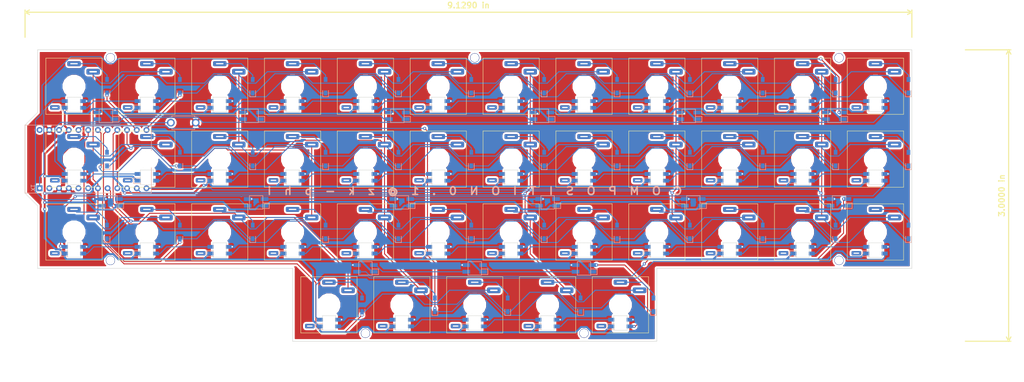
<source format=kicad_pcb>
(kicad_pcb (version 20171130) (host pcbnew "(5.0.1-3-g963ef8bb5)")
  (layers (0 F.Cu signal) (31 B.Cu signal) (34 B.Paste user) (35 F.Paste user) (36 B.SilkS user) (37 F.SilkS user) (38 B.Mask user) (39 F.Mask user) (44 Edge.Cuts user))
  (net 0 "")
  (net 1 "Net-(D1-Pad2)")
  (net 2 "Net-(D2-Pad2)")
  (net 3 "Net-(D3-Pad2)")
  (net 4 "Net-(D4-Pad2)")
  (net 5 "Net-(D5-Pad2)")
  (net 6 "Net-(D6-Pad2)")
  (net 7 "Net-(D7-Pad2)")
  (net 8 "Net-(D8-Pad2)")
  (net 9 "Net-(D9-Pad2)")
  (net 10 "Net-(D10-Pad2)")
  (net 11 "Net-(D11-Pad2)")
  (net 12 "Net-(D12-Pad2)")
  (net 13 "Net-(D14-Pad2)")
  (net 14 "Net-(D15-Pad2)")
  (net 15 "Net-(D16-Pad2)")
  (net 16 "Net-(D17-Pad2)")
  (net 17 "Net-(D18-Pad2)")
  (net 18 VCC)
  (net 19 GND)
  (net 20 reset)
  (net 21 "Net-(D19-Pad2)")
  (net 22 "Net-(D20-Pad2)")
  (net 23 "Net-(D21-Pad2)")
  (net 24 led)
  (net 25 "Net-(L1-Pad1)")
  (net 26 "Net-(L2-Pad1)")
  (net 27 "Net-(L18-Pad1)")
  (net 28 "Net-(L19-Pad1)")
  (net 29 "Net-(L3-Pad1)")
  (net 30 "Net-(L4-Pad1)")
  (net 31 "Net-(L5-Pad1)")
  (net 32 "Net-(L10-Pad3)")
  (net 33 "Net-(L11-Pad3)")
  (net 34 "Net-(L12-Pad3)")
  (net 35 "Net-(L10-Pad1)")
  (net 36 "Net-(L11-Pad1)")
  (net 37 "Net-(L12-Pad1)")
  (net 38 "Net-(L14-Pad1)")
  (net 39 "Net-(L15-Pad1)")
  (net 40 "Net-(L16-Pad1)")
  (net 41 "Net-(L17-Pad1)")
  (net 42 underglow)
  (net 43 "Net-(L22-Pad1)")
  (net 44 "Net-(L23-Pad1)")
  (net 45 "Net-(L24-Pad1)")
  (net 46 "Net-(L25-Pad1)")
  (net 47 "Net-(L26-Pad1)")
  (net 48 row0a)
  (net 49 row1a)
  (net 50 row2a)
  (net 51 row0b)
  (net 52 row1b)
  (net 53 row2b)
  (net 54 "Net-(D13-Pad2)")
  (net 55 row3b)
  (net 56 row3a)
  (net 57 "Net-(D22-Pad2)")
  (net 58 "Net-(D23-Pad2)")
  (net 59 "Net-(D24-Pad2)")
  (net 60 "Net-(D25-Pad2)")
  (net 61 "Net-(D26-Pad2)")
  (net 62 "Net-(D27-Pad2)")
  (net 63 "Net-(D28-Pad2)")
  (net 64 "Net-(D29-Pad2)")
  (net 65 "Net-(D30-Pad2)")
  (net 66 "Net-(D31-Pad2)")
  (net 67 "Net-(D32-Pad2)")
  (net 68 "Net-(D33-Pad2)")
  (net 69 "Net-(D34-Pad2)")
  (net 70 "Net-(D35-Pad2)")
  (net 71 "Net-(D36-Pad2)")
  (net 72 "Net-(D37-Pad2)")
  (net 73 "Net-(D38-Pad2)")
  (net 74 "Net-(D39-Pad2)")
  (net 75 "Net-(D40-Pad2)")
  (net 76 "Net-(D41-Pad2)")
  (net 77 "Net-(L52-Pad1)")
  (net 78 "Net-(L53-Pad1)")
  (net 79 "Net-(L13-Pad3)")
  (net 80 "Net-(L13-Pad1)")
  (net 81 "Net-(L20-Pad1)")
  (net 82 "Net-(L21-Pad1)")
  (net 83 "Net-(L22-Pad3)")
  (net 84 "Net-(L27-Pad1)")
  (net 85 "Net-(L29-Pad1)")
  (net 86 "Net-(L30-Pad1)")
  (net 87 "Net-(L31-Pad1)")
  (net 88 "Net-(L32-Pad1)")
  (net 89 "Net-(L34-Pad1)")
  (net 90 "Net-(L35-Pad1)")
  (net 91 "Net-(L36-Pad1)")
  (net 92 "Net-(L37-Pad1)")
  (net 93 "Net-(L38-Pad1)")
  (net 94 "Net-(L39-Pad1)")
  (net 95 "Net-(L40-Pad1)")
  (net 96 "Net-(L42-Pad1)")
  (net 97 "Net-(L43-Pad1)")
  (net 98 "Net-(L44-Pad1)")
  (net 99 "Net-(L46-Pad1)")
  (net 100 "Net-(L47-Pad1)")
  (net 101 "Net-(L48-Pad1)")
  (net 102 "Net-(L49-Pad1)")
  (net 103 "Net-(L50-Pad1)")
  (net 104 col01)
  (net 105 col23)
  (net 106 col45)
  (net 107 col67)
  (net 108 col89)
  (net 109 col1011)
  (net 110 "Net-(U1-Pad2)")
  (net 111 "Net-(U1-Pad5)")
  (net 112 "Net-(U1-Pad6)")
  (net 113 "Net-(U1-Pad24)")
  (net 114 "Net-(L1-Pad3)")
  (net 115 "Net-(L63-Pad1)")
  (net 116 "Net-(L64-Pad1)")
  (net 117 "Net-(L65-Pad1)")
  (net 118 "Net-(L66-Pad1)")
  (net 119 "Net-(L45-Pad3)")
  (module phi-kbd-library:SK6812MINI_narrow-irreversible (layer B.Cu) (at 222.682752 96.964808 180)
    (fp_text reference L51 hide)
    (fp_text value SK6812MINI hide)
    (pad 4 smd rect (at 2.4 -0.875 180) (size 1.6 1) (layers B.Cu B.Paste B.Mask) (net 18 VCC))
    (pad 3 smd rect (at 2.4 0.875 180) (size 1.6 1) (layers B.Cu B.Paste B.Mask) (net 101 "Net-(L48-Pad1)"))
    (pad 2 smd rect (at -2.4 0.875 180) (size 1.6 1) (layers B.Cu B.Paste B.Mask) (net 19 GND))
    (pad 1 smd rect (at -2.4 -0.875 180) (size 1.6 1) (layers B.Cu B.Paste B.Mask) (net 119 "Net-(L45-Pad3)"))
  )
  (module phi-kbd-library:D_SMD-irreversible (layer F.Cu) (at 40.813714 54.102056 90)
    (fp_text reference D1 hide)
    (fp_text value D hide)
    (pad 1 smd rect (at -1.775 0 90) (size 1.3 0.95) (layers B.Cu B.Paste B.Mask) (net 48 row0a))
    (pad 2 smd rect (at 1.775 0 90) (size 1.3 0.95) (layers B.Cu B.Paste B.Mask) (net 1 "Net-(D1-Pad2)"))
  )
  (module phi-kbd-library:D_SMD-irreversible (layer F.Cu) (at 40.813714 73.152168 90)
    (fp_text reference D2 hide)
    (fp_text value D hide)
    (pad 1 smd rect (at -1.775 0 90) (size 1.3 0.95) (layers B.Cu B.Paste B.Mask) (net 49 row1a))
    (pad 2 smd rect (at 1.775 0 90) (size 1.3 0.95) (layers B.Cu B.Paste B.Mask) (net 2 "Net-(D2-Pad2)"))
  )
  (module phi-kbd-library:D_SMD-irreversible (layer F.Cu) (at 40.813714 92.20228 90)
    (fp_text reference D3 hide)
    (fp_text value D hide)
    (pad 1 smd rect (at -1.775 0 90) (size 1.3 0.95) (layers B.Cu B.Paste B.Mask) (net 50 row2a))
    (pad 2 smd rect (at 1.775 0 90) (size 1.3 0.95) (layers B.Cu B.Paste B.Mask) (net 3 "Net-(D3-Pad2)"))
  )
  (module phi-kbd-library:D_SMD-irreversible (layer F.Cu) (at 59.863826 54.102056 90)
    (fp_text reference D4 hide)
    (fp_text value D hide)
    (pad 2 smd rect (at 1.775 0 90) (size 1.3 0.95) (layers B.Cu B.Paste B.Mask) (net 4 "Net-(D4-Pad2)"))
    (pad 1 smd rect (at -1.775 0 90) (size 1.3 0.95) (layers B.Cu B.Paste B.Mask) (net 51 row0b))
  )
  (module phi-kbd-library:D_SMD-irreversible (layer F.Cu) (at 59.863826 73.152168 90)
    (fp_text reference D5 hide)
    (fp_text value D hide)
    (pad 2 smd rect (at 1.775 0 90) (size 1.3 0.95) (layers B.Cu B.Paste B.Mask) (net 5 "Net-(D5-Pad2)"))
    (pad 1 smd rect (at -1.775 0 90) (size 1.3 0.95) (layers B.Cu B.Paste B.Mask) (net 52 row1b))
  )
  (module phi-kbd-library:D_SMD-irreversible (layer F.Cu) (at 59.863826 92.20228 90)
    (fp_text reference D6 hide)
    (fp_text value D hide)
    (pad 2 smd rect (at 1.775 0 90) (size 1.3 0.95) (layers B.Cu B.Paste B.Mask) (net 6 "Net-(D6-Pad2)"))
    (pad 1 smd rect (at -1.775 0 90) (size 1.3 0.95) (layers B.Cu B.Paste B.Mask) (net 53 row2b))
  )
  (module phi-kbd-library:D_SMD-irreversible (layer F.Cu) (at 78.913938 54.102056 90)
    (fp_text reference D7 hide)
    (fp_text value D hide)
    (pad 1 smd rect (at -1.775 0 90) (size 1.3 0.95) (layers B.Cu B.Paste B.Mask) (net 48 row0a))
    (pad 2 smd rect (at 1.775 0 90) (size 1.3 0.95) (layers B.Cu B.Paste B.Mask) (net 7 "Net-(D7-Pad2)"))
  )
  (module phi-kbd-library:D_SMD-irreversible (layer F.Cu) (at 78.913938 73.152168 90)
    (fp_text reference D8 hide)
    (fp_text value D hide)
    (pad 1 smd rect (at -1.775 0 90) (size 1.3 0.95) (layers B.Cu B.Paste B.Mask) (net 49 row1a))
    (pad 2 smd rect (at 1.775 0 90) (size 1.3 0.95) (layers B.Cu B.Paste B.Mask) (net 8 "Net-(D8-Pad2)"))
  )
  (module phi-kbd-library:D_SMD-irreversible (layer F.Cu) (at 78.913938 92.20228 90)
    (fp_text reference D9 hide)
    (fp_text value D hide)
    (pad 1 smd rect (at -1.775 0 90) (size 1.3 0.95) (layers B.Cu B.Paste B.Mask) (net 50 row2a))
    (pad 2 smd rect (at 1.775 0 90) (size 1.3 0.95) (layers B.Cu B.Paste B.Mask) (net 9 "Net-(D9-Pad2)"))
  )
  (module phi-kbd-library:D_SMD-irreversible (layer F.Cu) (at 97.96405 54.102056 90)
    (fp_text reference D10 hide)
    (fp_text value D hide)
    (pad 2 smd rect (at 1.775 0 90) (size 1.3 0.95) (layers B.Cu B.Paste B.Mask) (net 10 "Net-(D10-Pad2)"))
    (pad 1 smd rect (at -1.775 0 90) (size 1.3 0.95) (layers B.Cu B.Paste B.Mask) (net 51 row0b))
  )
  (module phi-kbd-library:D_SMD-irreversible (layer F.Cu) (at 97.96405 73.152168 90)
    (fp_text reference D11 hide)
    (fp_text value D hide)
    (pad 2 smd rect (at 1.775 0 90) (size 1.3 0.95) (layers B.Cu B.Paste B.Mask) (net 11 "Net-(D11-Pad2)"))
    (pad 1 smd rect (at -1.775 0 90) (size 1.3 0.95) (layers B.Cu B.Paste B.Mask) (net 52 row1b))
  )
  (module phi-kbd-library:D_SMD-irreversible (layer F.Cu) (at 97.96405 92.20228 90)
    (fp_text reference D12 hide)
    (fp_text value D hide)
    (pad 2 smd rect (at 1.775 0 90) (size 1.3 0.95) (layers B.Cu B.Paste B.Mask) (net 12 "Net-(D12-Pad2)"))
    (pad 1 smd rect (at -1.775 0 90) (size 1.3 0.95) (layers B.Cu B.Paste B.Mask) (net 53 row2b))
  )
  (module phi-kbd-library:D_SMD-irreversible (layer F.Cu) (at 107.489106 111.252392 90)
    (fp_text reference D13 hide)
    (fp_text value D hide)
    (pad 2 smd rect (at 1.775 0 90) (size 1.3 0.95) (layers B.Cu B.Paste B.Mask) (net 54 "Net-(D13-Pad2)"))
    (pad 1 smd rect (at -1.775 0 90) (size 1.3 0.95) (layers B.Cu B.Paste B.Mask) (net 55 row3b))
  )
  (module phi-kbd-library:D_SMD-irreversible (layer F.Cu) (at 117.014162 54.102056 90)
    (fp_text reference D14 hide)
    (fp_text value D hide)
    (pad 1 smd rect (at -1.775 0 90) (size 1.3 0.95) (layers B.Cu B.Paste B.Mask) (net 48 row0a))
    (pad 2 smd rect (at 1.775 0 90) (size 1.3 0.95) (layers B.Cu B.Paste B.Mask) (net 13 "Net-(D14-Pad2)"))
  )
  (module phi-kbd-library:D_SMD-irreversible (layer F.Cu) (at 117.014162 73.152168 90)
    (fp_text reference D15 hide)
    (fp_text value D hide)
    (pad 1 smd rect (at -1.775 0 90) (size 1.3 0.95) (layers B.Cu B.Paste B.Mask) (net 49 row1a))
    (pad 2 smd rect (at 1.775 0 90) (size 1.3 0.95) (layers B.Cu B.Paste B.Mask) (net 14 "Net-(D15-Pad2)"))
  )
  (module phi-kbd-library:D_SMD-irreversible (layer F.Cu) (at 117.014162 92.20228 90)
    (fp_text reference D16 hide)
    (fp_text value D hide)
    (pad 1 smd rect (at -1.775 0 90) (size 1.3 0.95) (layers B.Cu B.Paste B.Mask) (net 50 row2a))
    (pad 2 smd rect (at 1.775 0 90) (size 1.3 0.95) (layers B.Cu B.Paste B.Mask) (net 15 "Net-(D16-Pad2)"))
  )
  (module phi-kbd-library:D_SMD-irreversible (layer F.Cu) (at 126.539218 111.252392 90)
    (fp_text reference D17 hide)
    (fp_text value D hide)
    (pad 2 smd rect (at 1.775 0 90) (size 1.3 0.95) (layers B.Cu B.Paste B.Mask) (net 16 "Net-(D17-Pad2)"))
    (pad 1 smd rect (at -1.775 0 90) (size 1.3 0.95) (layers B.Cu B.Paste B.Mask) (net 56 row3a))
  )
  (module phi-kbd-library:D_SMD-irreversible (layer F.Cu) (at 136.064274 54.102056 90)
    (fp_text reference D18 hide)
    (fp_text value D hide)
    (pad 2 smd rect (at 1.775 0 90) (size 1.3 0.95) (layers B.Cu B.Paste B.Mask) (net 17 "Net-(D18-Pad2)"))
    (pad 1 smd rect (at -1.775 0 90) (size 1.3 0.95) (layers B.Cu B.Paste B.Mask) (net 51 row0b))
  )
  (module phi-kbd-library:D_SMD-irreversible (layer F.Cu) (at 136.064274 73.152168 90)
    (fp_text reference D19 hide)
    (fp_text value D hide)
    (pad 2 smd rect (at 1.775 0 90) (size 1.3 0.95) (layers B.Cu B.Paste B.Mask) (net 21 "Net-(D19-Pad2)"))
    (pad 1 smd rect (at -1.775 0 90) (size 1.3 0.95) (layers B.Cu B.Paste B.Mask) (net 52 row1b))
  )
  (module phi-kbd-library:D_SMD-irreversible (layer F.Cu) (at 136.064274 92.20228 90)
    (fp_text reference D20 hide)
    (fp_text value D hide)
    (pad 2 smd rect (at 1.775 0 90) (size 1.3 0.95) (layers B.Cu B.Paste B.Mask) (net 22 "Net-(D20-Pad2)"))
    (pad 1 smd rect (at -1.775 0 90) (size 1.3 0.95) (layers B.Cu B.Paste B.Mask) (net 53 row2b))
  )
  (module phi-kbd-library:D_SMD-irreversible (layer F.Cu) (at 145.58933 111.252392 90)
    (fp_text reference D21 hide)
    (fp_text value D hide)
    (pad 1 smd rect (at -1.775 0 90) (size 1.3 0.95) (layers B.Cu B.Paste B.Mask) (net 55 row3b))
    (pad 2 smd rect (at 1.775 0 90) (size 1.3 0.95) (layers B.Cu B.Paste B.Mask) (net 23 "Net-(D21-Pad2)"))
  )
  (module phi-kbd-library:D_SMD-irreversible (layer F.Cu) (at 155.114386 54.102056 90)
    (fp_text reference D22 hide)
    (fp_text value D hide)
    (pad 2 smd rect (at 1.775 0 90) (size 1.3 0.95) (layers B.Cu B.Paste B.Mask) (net 57 "Net-(D22-Pad2)"))
    (pad 1 smd rect (at -1.775 0 90) (size 1.3 0.95) (layers B.Cu B.Paste B.Mask) (net 48 row0a))
  )
  (module phi-kbd-library:D_SMD-irreversible (layer F.Cu) (at 155.114386 73.152168 90)
    (fp_text reference D23 hide)
    (fp_text value D hide)
    (pad 2 smd rect (at 1.775 0 90) (size 1.3 0.95) (layers B.Cu B.Paste B.Mask) (net 58 "Net-(D23-Pad2)"))
    (pad 1 smd rect (at -1.775 0 90) (size 1.3 0.95) (layers B.Cu B.Paste B.Mask) (net 49 row1a))
  )
  (module phi-kbd-library:D_SMD-irreversible (layer F.Cu) (at 155.114386 92.20228 90)
    (fp_text reference D24 hide)
    (fp_text value D hide)
    (pad 1 smd rect (at -1.775 0 90) (size 1.3 0.95) (layers B.Cu B.Paste B.Mask) (net 50 row2a))
    (pad 2 smd rect (at 1.775 0 90) (size 1.3 0.95) (layers B.Cu B.Paste B.Mask) (net 59 "Net-(D24-Pad2)"))
  )
  (module phi-kbd-library:D_SMD-irreversible (layer F.Cu) (at 164.639442 111.252392 90)
    (fp_text reference D25 hide)
    (fp_text value D hide)
    (pad 1 smd rect (at -1.775 0 90) (size 1.3 0.95) (layers B.Cu B.Paste B.Mask) (net 56 row3a))
    (pad 2 smd rect (at 1.775 0 90) (size 1.3 0.95) (layers B.Cu B.Paste B.Mask) (net 60 "Net-(D25-Pad2)"))
  )
  (module phi-kbd-library:D_SMD-irreversible (layer F.Cu) (at 174.164498 54.102056 90)
    (fp_text reference D26 hide)
    (fp_text value D hide)
    (pad 1 smd rect (at -1.775 0 90) (size 1.3 0.95) (layers B.Cu B.Paste B.Mask) (net 51 row0b))
    (pad 2 smd rect (at 1.775 0 90) (size 1.3 0.95) (layers B.Cu B.Paste B.Mask) (net 61 "Net-(D26-Pad2)"))
  )
  (module phi-kbd-library:D_SMD-irreversible (layer F.Cu) (at 174.164498 73.152168 90)
    (fp_text reference D27 hide)
    (fp_text value D hide)
    (pad 2 smd rect (at 1.775 0 90) (size 1.3 0.95) (layers B.Cu B.Paste B.Mask) (net 62 "Net-(D27-Pad2)"))
    (pad 1 smd rect (at -1.775 0 90) (size 1.3 0.95) (layers B.Cu B.Paste B.Mask) (net 52 row1b))
  )
  (module phi-kbd-library:D_SMD-irreversible (layer F.Cu) (at 174.164498 92.20228 90)
    (fp_text reference D28 hide)
    (fp_text value D hide)
    (pad 2 smd rect (at 1.775 0 90) (size 1.3 0.95) (layers B.Cu B.Paste B.Mask) (net 63 "Net-(D28-Pad2)"))
    (pad 1 smd rect (at -1.775 0 90) (size 1.3 0.95) (layers B.Cu B.Paste B.Mask) (net 53 row2b))
  )
  (module phi-kbd-library:D_SMD-irreversible (layer F.Cu) (at 183.689554 111.252392 90)
    (fp_text reference D29 hide)
    (fp_text value D hide)
    (pad 2 smd rect (at 1.775 0 90) (size 1.3 0.95) (layers B.Cu B.Paste B.Mask) (net 64 "Net-(D29-Pad2)"))
    (pad 1 smd rect (at -1.775 0 90) (size 1.3 0.95) (layers B.Cu B.Paste B.Mask) (net 55 row3b))
  )
  (module phi-kbd-library:D_SMD-irreversible (layer F.Cu) (at 193.21461 54.102056 90)
    (fp_text reference D30 hide)
    (fp_text value D hide)
    (pad 1 smd rect (at -1.775 0 90) (size 1.3 0.95) (layers B.Cu B.Paste B.Mask) (net 48 row0a))
    (pad 2 smd rect (at 1.775 0 90) (size 1.3 0.95) (layers B.Cu B.Paste B.Mask) (net 65 "Net-(D30-Pad2)"))
  )
  (module phi-kbd-library:D_SMD-irreversible (layer F.Cu) (at 193.21461 73.152168 90)
    (fp_text reference D31 hide)
    (fp_text value D hide)
    (pad 1 smd rect (at -1.775 0 90) (size 1.3 0.95) (layers B.Cu B.Paste B.Mask) (net 49 row1a))
    (pad 2 smd rect (at 1.775 0 90) (size 1.3 0.95) (layers B.Cu B.Paste B.Mask) (net 66 "Net-(D31-Pad2)"))
  )
  (module phi-kbd-library:D_SMD-irreversible (layer F.Cu) (at 193.21461 92.20228 90)
    (fp_text reference D32 hide)
    (fp_text value D hide)
    (pad 1 smd rect (at -1.775 0 90) (size 1.3 0.95) (layers B.Cu B.Paste B.Mask) (net 50 row2a))
    (pad 2 smd rect (at 1.775 0 90) (size 1.3 0.95) (layers B.Cu B.Paste B.Mask) (net 67 "Net-(D32-Pad2)"))
  )
  (module phi-kbd-library:D_SMD-irreversible (layer F.Cu) (at 250.364946 92.20228 90)
    (fp_text reference D33 hide)
    (fp_text value D hide)
    (pad 1 smd rect (at -1.775 0 90) (size 1.3 0.95) (layers B.Cu B.Paste B.Mask) (net 53 row2b))
    (pad 2 smd rect (at 1.775 0 90) (size 1.3 0.95) (layers B.Cu B.Paste B.Mask) (net 68 "Net-(D33-Pad2)"))
  )
  (module phi-kbd-library:D_SMD-irreversible (layer F.Cu) (at 212.264722 54.102056 90)
    (fp_text reference D34 hide)
    (fp_text value D hide)
    (pad 1 smd rect (at -1.775 0 90) (size 1.3 0.95) (layers B.Cu B.Paste B.Mask) (net 51 row0b))
    (pad 2 smd rect (at 1.775 0 90) (size 1.3 0.95) (layers B.Cu B.Paste B.Mask) (net 69 "Net-(D34-Pad2)"))
  )
  (module phi-kbd-library:D_SMD-irreversible (layer F.Cu) (at 212.264722 73.152168 90)
    (fp_text reference D35 hide)
    (fp_text value D hide)
    (pad 2 smd rect (at 1.775 0 90) (size 1.3 0.95) (layers B.Cu B.Paste B.Mask) (net 70 "Net-(D35-Pad2)"))
    (pad 1 smd rect (at -1.775 0 90) (size 1.3 0.95) (layers B.Cu B.Paste B.Mask) (net 52 row1b))
  )
  (module phi-kbd-library:D_SMD-irreversible (layer F.Cu) (at 212.264722 92.20228 90)
    (fp_text reference D36 hide)
    (fp_text value D hide)
    (pad 2 smd rect (at 1.775 0 90) (size 1.3 0.95) (layers B.Cu B.Paste B.Mask) (net 71 "Net-(D36-Pad2)"))
    (pad 1 smd rect (at -1.775 0 90) (size 1.3 0.95) (layers B.Cu B.Paste B.Mask) (net 53 row2b))
  )
  (module phi-kbd-library:D_SMD-irreversible (layer F.Cu) (at 231.314834 54.102056 90)
    (fp_text reference D37 hide)
    (fp_text value D hide)
    (pad 2 smd rect (at 1.775 0 90) (size 1.3 0.95) (layers B.Cu B.Paste B.Mask) (net 72 "Net-(D37-Pad2)"))
    (pad 1 smd rect (at -1.775 0 90) (size 1.3 0.95) (layers B.Cu B.Paste B.Mask) (net 48 row0a))
  )
  (module phi-kbd-library:D_SMD-irreversible (layer F.Cu) (at 231.314834 73.152168 90)
    (fp_text reference D38 hide)
    (fp_text value D hide)
    (pad 1 smd rect (at -1.775 0 90) (size 1.3 0.95) (layers B.Cu B.Paste B.Mask) (net 49 row1a))
    (pad 2 smd rect (at 1.775 0 90) (size 1.3 0.95) (layers B.Cu B.Paste B.Mask) (net 73 "Net-(D38-Pad2)"))
  )
  (module phi-kbd-library:D_SMD-irreversible (layer F.Cu) (at 231.314834 92.20228 90)
    (fp_text reference D39 hide)
    (fp_text value D hide)
    (pad 1 smd rect (at -1.775 0 90) (size 1.3 0.95) (layers B.Cu B.Paste B.Mask) (net 50 row2a))
    (pad 2 smd rect (at 1.775 0 90) (size 1.3 0.95) (layers B.Cu B.Paste B.Mask) (net 74 "Net-(D39-Pad2)"))
  )
  (module phi-kbd-library:D_SMD-irreversible (layer F.Cu) (at 250.364946 54.102056 90)
    (fp_text reference D40 hide)
    (fp_text value D hide)
    (pad 1 smd rect (at -1.775 0 90) (size 1.3 0.95) (layers B.Cu B.Paste B.Mask) (net 51 row0b))
    (pad 2 smd rect (at 1.775 0 90) (size 1.3 0.95) (layers B.Cu B.Paste B.Mask) (net 75 "Net-(D40-Pad2)"))
  )
  (module phi-kbd-library:D_SMD-irreversible (layer F.Cu) (at 250.364946 73.152168 90)
    (fp_text reference D41 hide)
    (fp_text value D hide)
    (pad 2 smd rect (at 1.775 0 90) (size 1.3 0.95) (layers B.Cu B.Paste B.Mask) (net 76 "Net-(D41-Pad2)"))
    (pad 1 smd rect (at -1.775 0 90) (size 1.3 0.95) (layers B.Cu B.Paste B.Mask) (net 52 row1b))
  )
  (module phi-kbd-library:SK6812MINI-underglow-irreversible (layer B.Cu) (at 156.00736 84.463172)
    (fp_text reference L1 hide)
    (fp_text value SK6812MINI hide)
    (pad 2 smd rect (at -2.2 -0.875) (size 2 1) (layers B.Cu B.Paste B.Mask) (net 19 GND))
    (pad 1 smd rect (at -2.2 0.875) (size 2 1) (layers B.Cu B.Paste B.Mask) (net 25 "Net-(L1-Pad1)"))
    (pad 3 smd rect (at 2.2 -0.875) (size 2 1) (layers B.Cu B.Paste B.Mask) (net 114 "Net-(L1-Pad3)"))
    (pad 4 smd rect (at 2.2 0.875) (size 2 1) (layers B.Cu B.Paste B.Mask) (net 18 VCC))
  )
  (module phi-kbd-library:SK6812MINI-underglow-irreversible (layer B.Cu) (at 117.907136 84.463172)
    (fp_text reference L2 hide)
    (fp_text value SK6812MINI hide)
    (pad 4 smd rect (at 2.2 0.875) (size 2 1) (layers B.Cu B.Paste B.Mask) (net 18 VCC))
    (pad 3 smd rect (at 2.2 -0.875) (size 2 1) (layers B.Cu B.Paste B.Mask) (net 25 "Net-(L1-Pad1)"))
    (pad 1 smd rect (at -2.2 0.875) (size 2 1) (layers B.Cu B.Paste B.Mask) (net 26 "Net-(L2-Pad1)"))
    (pad 2 smd rect (at -2.2 -0.875) (size 2 1) (layers B.Cu B.Paste B.Mask) (net 19 GND))
  )
  (module phi-kbd-library:SK6812MINI-underglow-irreversible (layer B.Cu) (at 79.806912 84.463172)
    (fp_text reference L3 hide)
    (fp_text value SK6812MINI hide)
    (pad 2 smd rect (at -2.2 -0.875) (size 2 1) (layers B.Cu B.Paste B.Mask) (net 19 GND))
    (pad 1 smd rect (at -2.2 0.875) (size 2 1) (layers B.Cu B.Paste B.Mask) (net 29 "Net-(L3-Pad1)"))
    (pad 3 smd rect (at 2.2 -0.875) (size 2 1) (layers B.Cu B.Paste B.Mask) (net 26 "Net-(L2-Pad1)"))
    (pad 4 smd rect (at 2.2 0.875) (size 2 1) (layers B.Cu B.Paste B.Mask) (net 18 VCC))
  )
  (module phi-kbd-library:SK6812MINI-underglow-irreversible (layer B.Cu) (at 41.706688 84.463172)
    (fp_text reference L4 hide)
    (fp_text value SK6812MINI hide)
    (pad 4 smd rect (at 2.2 0.875) (size 2 1) (layers B.Cu B.Paste B.Mask) (net 18 VCC))
    (pad 3 smd rect (at 2.2 -0.875) (size 2 1) (layers B.Cu B.Paste B.Mask) (net 29 "Net-(L3-Pad1)"))
    (pad 1 smd rect (at -2.2 0.875) (size 2 1) (layers B.Cu B.Paste B.Mask) (net 30 "Net-(L4-Pad1)"))
    (pad 2 smd rect (at -2.2 -0.875) (size 2 1) (layers B.Cu B.Paste B.Mask) (net 19 GND))
  )
  (module phi-kbd-library:SK6812MINI-underglow-irreversible (layer B.Cu) (at 231.017176 61.841164)
    (fp_text reference L5 hide)
    (fp_text value SK6812MINI hide)
    (pad 2 smd rect (at -2.2 -0.875) (size 2 1) (layers B.Cu B.Paste B.Mask) (net 19 GND))
    (pad 1 smd rect (at -2.2 0.875) (size 2 1) (layers B.Cu B.Paste B.Mask) (net 31 "Net-(L5-Pad1)"))
    (pad 3 smd rect (at 2.2 -0.875) (size 2 1) (layers B.Cu B.Paste B.Mask) (net 30 "Net-(L4-Pad1)"))
    (pad 4 smd rect (at 2.2 0.875) (size 2 1) (layers B.Cu B.Paste B.Mask) (net 18 VCC))
  )
  (module phi-kbd-library:SK6812MINI-underglow-irreversible (layer B.Cu) (at 192.916952 61.841164)
    (fp_text reference L6 hide)
    (fp_text value SK6812MINI hide)
    (pad 4 smd rect (at 2.2 0.875) (size 2 1) (layers B.Cu B.Paste B.Mask) (net 18 VCC))
    (pad 3 smd rect (at 2.2 -0.875) (size 2 1) (layers B.Cu B.Paste B.Mask) (net 31 "Net-(L5-Pad1)"))
    (pad 1 smd rect (at -2.2 0.875) (size 2 1) (layers B.Cu B.Paste B.Mask) (net 32 "Net-(L10-Pad3)"))
    (pad 2 smd rect (at -2.2 -0.875) (size 2 1) (layers B.Cu B.Paste B.Mask) (net 19 GND))
  )
  (module phi-kbd-library:SK6812MINI-underglow-irreversible (layer B.Cu) (at 154.51907 61.841164)
    (fp_text reference L10 hide)
    (fp_text value SK6812MINI hide)
    (pad 4 smd rect (at 2.2 0.875) (size 2 1) (layers B.Cu B.Paste B.Mask) (net 18 VCC))
    (pad 3 smd rect (at 2.2 -0.875) (size 2 1) (layers B.Cu B.Paste B.Mask) (net 32 "Net-(L10-Pad3)"))
    (pad 1 smd rect (at -2.2 0.875) (size 2 1) (layers B.Cu B.Paste B.Mask) (net 35 "Net-(L10-Pad1)"))
    (pad 2 smd rect (at -2.2 -0.875) (size 2 1) (layers B.Cu B.Paste B.Mask) (net 19 GND))
  )
  (module phi-kbd-library:SK6812MINI-underglow-irreversible (layer B.Cu) (at 116.716504 61.841164)
    (fp_text reference L14 hide)
    (fp_text value SK6812MINI hide)
    (pad 2 smd rect (at -2.2 -0.875) (size 2 1) (layers B.Cu B.Paste B.Mask) (net 19 GND))
    (pad 1 smd rect (at -2.2 0.875) (size 2 1) (layers B.Cu B.Paste B.Mask) (net 38 "Net-(L14-Pad1)"))
    (pad 3 smd rect (at 2.2 -0.875) (size 2 1) (layers B.Cu B.Paste B.Mask) (net 35 "Net-(L10-Pad1)"))
    (pad 4 smd rect (at 2.2 0.875) (size 2 1) (layers B.Cu B.Paste B.Mask) (net 18 VCC))
  )
  (module phi-kbd-library:SK6812MINI-underglow-irreversible (layer B.Cu) (at 78.61628 61.841164)
    (fp_text reference L18 hide)
    (fp_text value SK6812MINI hide)
    (pad 4 smd rect (at 2.2 0.875) (size 2 1) (layers B.Cu B.Paste B.Mask) (net 18 VCC))
    (pad 3 smd rect (at 2.2 -0.875) (size 2 1) (layers B.Cu B.Paste B.Mask) (net 38 "Net-(L14-Pad1)"))
    (pad 1 smd rect (at -2.2 0.875) (size 2 1) (layers B.Cu B.Paste B.Mask) (net 27 "Net-(L18-Pad1)"))
    (pad 2 smd rect (at -2.2 -0.875) (size 2 1) (layers B.Cu B.Paste B.Mask) (net 19 GND))
  )
  (module phi-kbd-library:SK6812MINI-underglow-irreversible (layer B.Cu) (at 40.516056 61.841164)
    (fp_text reference L23 hide)
    (fp_text value SK6812MINI hide)
    (pad 2 smd rect (at -2.2 -0.875) (size 2 1) (layers B.Cu B.Paste B.Mask) (net 19 GND))
    (pad 1 smd rect (at -2.2 0.875) (size 2 1) (layers B.Cu B.Paste B.Mask) (net 44 "Net-(L23-Pad1)"))
    (pad 3 smd rect (at 2.2 -0.875) (size 2 1) (layers B.Cu B.Paste B.Mask) (net 27 "Net-(L18-Pad1)"))
    (pad 4 smd rect (at 2.2 0.875) (size 2 1) (layers B.Cu B.Paste B.Mask) (net 18 VCC))
  )
  (module phi-kbd-library:ResetSW-irreversible (layer B.Cu) (at 60.7568 63.627112)
    (fp_text reference SW10 hide)
    (fp_text value SW_PUSH)
    (pad 2 thru_hole circle (at 3.25 0) (size 2 2) (drill 1.3) (layers *.Cu *.Mask) (net 19 GND))
    (pad 1 thru_hole circle (at -3.25 0) (size 2 2) (drill 1.3) (layers *.Cu *.Mask) (net 20 reset))
  )
  (module phi-kbd-library:SK6812MINI_narrow-irreversible (layer B.Cu) (at 32.181632 58.864584 180)
    (fp_text reference L7 hide)
    (fp_text value SK6812MINI hide)
    (pad 4 smd rect (at 2.4 -0.875 180) (size 1.6 1) (layers B.Cu B.Paste B.Mask) (net 18 VCC))
    (pad 3 smd rect (at 2.4 0.875 180) (size 1.6 1) (layers B.Cu B.Paste B.Mask) (net 24 led))
    (pad 2 smd rect (at -2.4 0.875 180) (size 1.6 1) (layers B.Cu B.Paste B.Mask) (net 19 GND))
    (pad 1 smd rect (at -2.4 -0.875 180) (size 1.6 1) (layers B.Cu B.Paste B.Mask) (net 33 "Net-(L11-Pad3)"))
  )
  (module phi-kbd-library:SK6812MINI_narrow-irreversible (layer B.Cu) (at 32.181632 77.914696 180)
    (fp_text reference L8 hide)
    (fp_text value SK6812MINI hide)
    (pad 4 smd rect (at 2.4 -0.875 180) (size 1.6 1) (layers B.Cu B.Paste B.Mask) (net 18 VCC))
    (pad 3 smd rect (at 2.4 0.875 180) (size 1.6 1) (layers B.Cu B.Paste B.Mask) (net 77 "Net-(L52-Pad1)"))
    (pad 2 smd rect (at -2.4 0.875 180) (size 1.6 1) (layers B.Cu B.Paste B.Mask) (net 19 GND))
    (pad 1 smd rect (at -2.4 -0.875 180) (size 1.6 1) (layers B.Cu B.Paste B.Mask) (net 34 "Net-(L12-Pad3)"))
  )
  (module phi-kbd-library:SK6812MINI_narrow-irreversible (layer B.Cu) (at 32.181632 96.964808 180)
    (fp_text reference L9 hide)
    (fp_text value SK6812MINI hide)
    (pad 1 smd rect (at -2.4 -0.875 180) (size 1.6 1) (layers B.Cu B.Paste B.Mask) (net 79 "Net-(L13-Pad3)"))
    (pad 2 smd rect (at -2.4 0.875 180) (size 1.6 1) (layers B.Cu B.Paste B.Mask) (net 19 GND))
    (pad 3 smd rect (at 2.4 0.875 180) (size 1.6 1) (layers B.Cu B.Paste B.Mask) (net 78 "Net-(L53-Pad1)"))
    (pad 4 smd rect (at 2.4 -0.875 180) (size 1.6 1) (layers B.Cu B.Paste B.Mask) (net 18 VCC))
  )
  (module phi-kbd-library:SK6812MINI_narrow-irreversible (layer B.Cu) (at 51.231744 58.864584 180)
    (fp_text reference L11 hide)
    (fp_text value SK6812MINI hide)
    (pad 4 smd rect (at 2.4 -0.875 180) (size 1.6 1) (layers B.Cu B.Paste B.Mask) (net 18 VCC))
    (pad 3 smd rect (at 2.4 0.875 180) (size 1.6 1) (layers B.Cu B.Paste B.Mask) (net 33 "Net-(L11-Pad3)"))
    (pad 2 smd rect (at -2.4 0.875 180) (size 1.6 1) (layers B.Cu B.Paste B.Mask) (net 19 GND))
    (pad 1 smd rect (at -2.4 -0.875 180) (size 1.6 1) (layers B.Cu B.Paste B.Mask) (net 36 "Net-(L11-Pad1)"))
  )
  (module phi-kbd-library:SK6812MINI_narrow-irreversible (layer B.Cu) (at 51.231744 77.914696 180)
    (fp_text reference L12 hide)
    (fp_text value SK6812MINI hide)
    (pad 1 smd rect (at -2.4 -0.875 180) (size 1.6 1) (layers B.Cu B.Paste B.Mask) (net 37 "Net-(L12-Pad1)"))
    (pad 2 smd rect (at -2.4 0.875 180) (size 1.6 1) (layers B.Cu B.Paste B.Mask) (net 19 GND))
    (pad 3 smd rect (at 2.4 0.875 180) (size 1.6 1) (layers B.Cu B.Paste B.Mask) (net 34 "Net-(L12-Pad3)"))
    (pad 4 smd rect (at 2.4 -0.875 180) (size 1.6 1) (layers B.Cu B.Paste B.Mask) (net 18 VCC))
  )
  (module phi-kbd-library:SK6812MINI_narrow-irreversible (layer B.Cu) (at 51.231744 96.964808 180)
    (fp_text reference L13 hide)
    (fp_text value SK6812MINI hide)
    (pad 4 smd rect (at 2.4 -0.875 180) (size 1.6 1) (layers B.Cu B.Paste B.Mask) (net 18 VCC))
    (pad 3 smd rect (at 2.4 0.875 180) (size 1.6 1) (layers B.Cu B.Paste B.Mask) (net 79 "Net-(L13-Pad3)"))
    (pad 2 smd rect (at -2.4 0.875 180) (size 1.6 1) (layers B.Cu B.Paste B.Mask) (net 19 GND))
    (pad 1 smd rect (at -2.4 -0.875 180) (size 1.6 1) (layers B.Cu B.Paste B.Mask) (net 80 "Net-(L13-Pad1)"))
  )
  (module phi-kbd-library:SK6812MINI_narrow-irreversible (layer B.Cu) (at 70.281856 58.864584 180)
    (fp_text reference L15 hide)
    (fp_text value SK6812MINI hide)
    (pad 1 smd rect (at -2.4 -0.875 180) (size 1.6 1) (layers B.Cu B.Paste B.Mask) (net 39 "Net-(L15-Pad1)"))
    (pad 2 smd rect (at -2.4 0.875 180) (size 1.6 1) (layers B.Cu B.Paste B.Mask) (net 19 GND))
    (pad 3 smd rect (at 2.4 0.875 180) (size 1.6 1) (layers B.Cu B.Paste B.Mask) (net 36 "Net-(L11-Pad1)"))
    (pad 4 smd rect (at 2.4 -0.875 180) (size 1.6 1) (layers B.Cu B.Paste B.Mask) (net 18 VCC))
  )
  (module phi-kbd-library:SK6812MINI_narrow-irreversible (layer B.Cu) (at 70.281856 77.914696 180)
    (fp_text reference L16 hide)
    (fp_text value SK6812MINI hide)
    (pad 4 smd rect (at 2.4 -0.875 180) (size 1.6 1) (layers B.Cu B.Paste B.Mask) (net 18 VCC))
    (pad 3 smd rect (at 2.4 0.875 180) (size 1.6 1) (layers B.Cu B.Paste B.Mask) (net 37 "Net-(L12-Pad1)"))
    (pad 2 smd rect (at -2.4 0.875 180) (size 1.6 1) (layers B.Cu B.Paste B.Mask) (net 19 GND))
    (pad 1 smd rect (at -2.4 -0.875 180) (size 1.6 1) (layers B.Cu B.Paste B.Mask) (net 40 "Net-(L16-Pad1)"))
  )
  (module phi-kbd-library:SK6812MINI_narrow-irreversible (layer B.Cu) (at 70.281856 96.964808 180)
    (fp_text reference L17 hide)
    (fp_text value SK6812MINI hide)
    (pad 1 smd rect (at -2.4 -0.875 180) (size 1.6 1) (layers B.Cu B.Paste B.Mask) (net 41 "Net-(L17-Pad1)"))
    (pad 2 smd rect (at -2.4 0.875 180) (size 1.6 1) (layers B.Cu B.Paste B.Mask) (net 19 GND))
    (pad 3 smd rect (at 2.4 0.875 180) (size 1.6 1) (layers B.Cu B.Paste B.Mask) (net 80 "Net-(L13-Pad1)"))
    (pad 4 smd rect (at 2.4 -0.875 180) (size 1.6 1) (layers B.Cu B.Paste B.Mask) (net 18 VCC))
  )
  (module phi-kbd-library:SK6812MINI_narrow-irreversible (layer B.Cu) (at 89.331968 58.864584 180)
    (fp_text reference L19 hide)
    (fp_text value SK6812MINI hide)
    (pad 4 smd rect (at 2.4 -0.875 180) (size 1.6 1) (layers B.Cu B.Paste B.Mask) (net 18 VCC))
    (pad 3 smd rect (at 2.4 0.875 180) (size 1.6 1) (layers B.Cu B.Paste B.Mask) (net 39 "Net-(L15-Pad1)"))
    (pad 2 smd rect (at -2.4 0.875 180) (size 1.6 1) (layers B.Cu B.Paste B.Mask) (net 19 GND))
    (pad 1 smd rect (at -2.4 -0.875 180) (size 1.6 1) (layers B.Cu B.Paste B.Mask) (net 28 "Net-(L19-Pad1)"))
  )
  (module phi-kbd-library:SK6812MINI_narrow-irreversible (layer B.Cu) (at 89.331968 77.914696 180)
    (fp_text reference L20 hide)
    (fp_text value SK6812MINI hide)
    (pad 1 smd rect (at -2.4 -0.875 180) (size 1.6 1) (layers B.Cu B.Paste B.Mask) (net 81 "Net-(L20-Pad1)"))
    (pad 2 smd rect (at -2.4 0.875 180) (size 1.6 1) (layers B.Cu B.Paste B.Mask) (net 19 GND))
    (pad 3 smd rect (at 2.4 0.875 180) (size 1.6 1) (layers B.Cu B.Paste B.Mask) (net 40 "Net-(L16-Pad1)"))
    (pad 4 smd rect (at 2.4 -0.875 180) (size 1.6 1) (layers B.Cu B.Paste B.Mask) (net 18 VCC))
  )
  (module phi-kbd-library:SK6812MINI_narrow-irreversible (layer B.Cu) (at 89.331968 96.964808 180)
    (fp_text reference L21 hide)
    (fp_text value SK6812MINI hide)
    (pad 4 smd rect (at 2.4 -0.875 180) (size 1.6 1) (layers B.Cu B.Paste B.Mask) (net 18 VCC))
    (pad 3 smd rect (at 2.4 0.875 180) (size 1.6 1) (layers B.Cu B.Paste B.Mask) (net 41 "Net-(L17-Pad1)"))
    (pad 2 smd rect (at -2.4 0.875 180) (size 1.6 1) (layers B.Cu B.Paste B.Mask) (net 19 GND))
    (pad 1 smd rect (at -2.4 -0.875 180) (size 1.6 1) (layers B.Cu B.Paste B.Mask) (net 82 "Net-(L21-Pad1)"))
  )
  (module phi-kbd-library:SK6812MINI_narrow-irreversible (layer B.Cu) (at 98.857024 116.01492 180)
    (fp_text reference L22 hide)
    (fp_text value SK6812MINI hide)
    (pad 4 smd rect (at 2.4 -0.875 180) (size 1.6 1) (layers B.Cu B.Paste B.Mask) (net 18 VCC))
    (pad 3 smd rect (at 2.4 0.875 180) (size 1.6 1) (layers B.Cu B.Paste B.Mask) (net 83 "Net-(L22-Pad3)"))
    (pad 2 smd rect (at -2.4 0.875 180) (size 1.6 1) (layers B.Cu B.Paste B.Mask) (net 19 GND))
    (pad 1 smd rect (at -2.4 -0.875 180) (size 1.6 1) (layers B.Cu B.Paste B.Mask) (net 43 "Net-(L22-Pad1)"))
  )
  (module phi-kbd-library:SK6812MINI_narrow-irreversible (layer B.Cu) (at 108.38208 58.864584 180)
    (fp_text reference L24 hide)
    (fp_text value SK6812MINI hide)
    (pad 4 smd rect (at 2.4 -0.875 180) (size 1.6 1) (layers B.Cu B.Paste B.Mask) (net 18 VCC))
    (pad 3 smd rect (at 2.4 0.875 180) (size 1.6 1) (layers B.Cu B.Paste B.Mask) (net 28 "Net-(L19-Pad1)"))
    (pad 2 smd rect (at -2.4 0.875 180) (size 1.6 1) (layers B.Cu B.Paste B.Mask) (net 19 GND))
    (pad 1 smd rect (at -2.4 -0.875 180) (size 1.6 1) (layers B.Cu B.Paste B.Mask) (net 45 "Net-(L24-Pad1)"))
  )
  (module phi-kbd-library:SK6812MINI_narrow-irreversible (layer B.Cu) (at 108.38208 77.914696 180)
    (fp_text reference L25 hide)
    (fp_text value SK6812MINI hide)
    (pad 1 smd rect (at -2.4 -0.875 180) (size 1.6 1) (layers B.Cu B.Paste B.Mask) (net 46 "Net-(L25-Pad1)"))
    (pad 2 smd rect (at -2.4 0.875 180) (size 1.6 1) (layers B.Cu B.Paste B.Mask) (net 19 GND))
    (pad 3 smd rect (at 2.4 0.875 180) (size 1.6 1) (layers B.Cu B.Paste B.Mask) (net 81 "Net-(L20-Pad1)"))
    (pad 4 smd rect (at 2.4 -0.875 180) (size 1.6 1) (layers B.Cu B.Paste B.Mask) (net 18 VCC))
  )
  (module phi-kbd-library:SK6812MINI_narrow-irreversible (layer B.Cu) (at 108.38208 96.964808 180)
    (fp_text reference L26 hide)
    (fp_text value SK6812MINI hide)
    (pad 4 smd rect (at 2.4 -0.875 180) (size 1.6 1) (layers B.Cu B.Paste B.Mask) (net 18 VCC))
    (pad 3 smd rect (at 2.4 0.875 180) (size 1.6 1) (layers B.Cu B.Paste B.Mask) (net 82 "Net-(L21-Pad1)"))
    (pad 2 smd rect (at -2.4 0.875 180) (size 1.6 1) (layers B.Cu B.Paste B.Mask) (net 19 GND))
    (pad 1 smd rect (at -2.4 -0.875 180) (size 1.6 1) (layers B.Cu B.Paste B.Mask) (net 47 "Net-(L26-Pad1)"))
  )
  (module phi-kbd-library:SK6812MINI_narrow-irreversible (layer B.Cu) (at 117.907136 116.01492 180)
    (fp_text reference L27 hide)
    (fp_text value SK6812MINI hide)
    (pad 4 smd rect (at 2.4 -0.875 180) (size 1.6 1) (layers B.Cu B.Paste B.Mask) (net 18 VCC))
    (pad 3 smd rect (at 2.4 0.875 180) (size 1.6 1) (layers B.Cu B.Paste B.Mask) (net 43 "Net-(L22-Pad1)"))
    (pad 2 smd rect (at -2.4 0.875 180) (size 1.6 1) (layers B.Cu B.Paste B.Mask) (net 19 GND))
    (pad 1 smd rect (at -2.4 -0.875 180) (size 1.6 1) (layers B.Cu B.Paste B.Mask) (net 84 "Net-(L27-Pad1)"))
  )
  (module phi-kbd-library:SK6812MINI_narrow-irreversible (layer B.Cu) (at 127.432192 58.864584 180)
    (fp_text reference L29 hide)
    (fp_text value SK6812MINI hide)
    (pad 1 smd rect (at -2.4 -0.875 180) (size 1.6 1) (layers B.Cu B.Paste B.Mask) (net 85 "Net-(L29-Pad1)"))
    (pad 2 smd rect (at -2.4 0.875 180) (size 1.6 1) (layers B.Cu B.Paste B.Mask) (net 19 GND))
    (pad 3 smd rect (at 2.4 0.875 180) (size 1.6 1) (layers B.Cu B.Paste B.Mask) (net 45 "Net-(L24-Pad1)"))
    (pad 4 smd rect (at 2.4 -0.875 180) (size 1.6 1) (layers B.Cu B.Paste B.Mask) (net 18 VCC))
  )
  (module phi-kbd-library:SK6812MINI_narrow-irreversible (layer B.Cu) (at 127.432192 77.914696 180)
    (fp_text reference L30 hide)
    (fp_text value SK6812MINI hide)
    (pad 1 smd rect (at -2.4 -0.875 180) (size 1.6 1) (layers B.Cu B.Paste B.Mask) (net 86 "Net-(L30-Pad1)"))
    (pad 2 smd rect (at -2.4 0.875 180) (size 1.6 1) (layers B.Cu B.Paste B.Mask) (net 19 GND))
    (pad 3 smd rect (at 2.4 0.875 180) (size 1.6 1) (layers B.Cu B.Paste B.Mask) (net 46 "Net-(L25-Pad1)"))
    (pad 4 smd rect (at 2.4 -0.875 180) (size 1.6 1) (layers B.Cu B.Paste B.Mask) (net 18 VCC))
  )
  (module phi-kbd-library:SK6812MINI_narrow-irreversible (layer B.Cu) (at 127.432192 96.964808 180)
    (fp_text reference L31 hide)
    (fp_text value SK6812MINI hide)
    (pad 1 smd rect (at -2.4 -0.875 180) (size 1.6 1) (layers B.Cu B.Paste B.Mask) (net 87 "Net-(L31-Pad1)"))
    (pad 2 smd rect (at -2.4 0.875 180) (size 1.6 1) (layers B.Cu B.Paste B.Mask) (net 19 GND))
    (pad 3 smd rect (at 2.4 0.875 180) (size 1.6 1) (layers B.Cu B.Paste B.Mask) (net 47 "Net-(L26-Pad1)"))
    (pad 4 smd rect (at 2.4 -0.875 180) (size 1.6 1) (layers B.Cu B.Paste B.Mask) (net 18 VCC))
  )
  (module phi-kbd-library:SK6812MINI_narrow-irreversible (layer B.Cu) (at 136.957248 116.01492 180)
    (fp_text reference L32 hide)
    (fp_text value SK6812MINI hide)
    (pad 1 smd rect (at -2.4 -0.875 180) (size 1.6 1) (layers B.Cu B.Paste B.Mask) (net 88 "Net-(L32-Pad1)"))
    (pad 2 smd rect (at -2.4 0.875 180) (size 1.6 1) (layers B.Cu B.Paste B.Mask) (net 19 GND))
    (pad 3 smd rect (at 2.4 0.875 180) (size 1.6 1) (layers B.Cu B.Paste B.Mask) (net 84 "Net-(L27-Pad1)"))
    (pad 4 smd rect (at 2.4 -0.875 180) (size 1.6 1) (layers B.Cu B.Paste B.Mask) (net 18 VCC))
  )
  (module phi-kbd-library:SK6812MINI_narrow-irreversible (layer B.Cu) (at 146.482304 58.864584 180)
    (fp_text reference L34 hide)
    (fp_text value SK6812MINI hide)
    (pad 1 smd rect (at -2.4 -0.875 180) (size 1.6 1) (layers B.Cu B.Paste B.Mask) (net 89 "Net-(L34-Pad1)"))
    (pad 2 smd rect (at -2.4 0.875 180) (size 1.6 1) (layers B.Cu B.Paste B.Mask) (net 19 GND))
    (pad 3 smd rect (at 2.4 0.875 180) (size 1.6 1) (layers B.Cu B.Paste B.Mask) (net 85 "Net-(L29-Pad1)"))
    (pad 4 smd rect (at 2.4 -0.875 180) (size 1.6 1) (layers B.Cu B.Paste B.Mask) (net 18 VCC))
  )
  (module phi-kbd-library:SK6812MINI_narrow-irreversible (layer B.Cu) (at 146.482304 77.914696 180)
    (fp_text reference L35 hide)
    (fp_text value SK6812MINI hide)
    (pad 4 smd rect (at 2.4 -0.875 180) (size 1.6 1) (layers B.Cu B.Paste B.Mask) (net 18 VCC))
    (pad 3 smd rect (at 2.4 0.875 180) (size 1.6 1) (layers B.Cu B.Paste B.Mask) (net 86 "Net-(L30-Pad1)"))
    (pad 2 smd rect (at -2.4 0.875 180) (size 1.6 1) (layers B.Cu B.Paste B.Mask) (net 19 GND))
    (pad 1 smd rect (at -2.4 -0.875 180) (size 1.6 1) (layers B.Cu B.Paste B.Mask) (net 90 "Net-(L35-Pad1)"))
  )
  (module phi-kbd-library:SK6812MINI_narrow-irreversible (layer B.Cu) (at 146.482304 96.964808 180)
    (fp_text reference L36 hide)
    (fp_text value SK6812MINI hide)
    (pad 1 smd rect (at -2.4 -0.875 180) (size 1.6 1) (layers B.Cu B.Paste B.Mask) (net 91 "Net-(L36-Pad1)"))
    (pad 2 smd rect (at -2.4 0.875 180) (size 1.6 1) (layers B.Cu B.Paste B.Mask) (net 19 GND))
    (pad 3 smd rect (at 2.4 0.875 180) (size 1.6 1) (layers B.Cu B.Paste B.Mask) (net 87 "Net-(L31-Pad1)"))
    (pad 4 smd rect (at 2.4 -0.875 180) (size 1.6 1) (layers B.Cu B.Paste B.Mask) (net 18 VCC))
  )
  (module phi-kbd-library:SK6812MINI_narrow-irreversible (layer B.Cu) (at 156.00736 116.01492 180)
    (fp_text reference L37 hide)
    (fp_text value SK6812MINI hide)
    (pad 4 smd rect (at 2.4 -0.875 180) (size 1.6 1) (layers B.Cu B.Paste B.Mask) (net 18 VCC))
    (pad 3 smd rect (at 2.4 0.875 180) (size 1.6 1) (layers B.Cu B.Paste B.Mask) (net 88 "Net-(L32-Pad1)"))
    (pad 2 smd rect (at -2.4 0.875 180) (size 1.6 1) (layers B.Cu B.Paste B.Mask) (net 19 GND))
    (pad 1 smd rect (at -2.4 -0.875 180) (size 1.6 1) (layers B.Cu B.Paste B.Mask) (net 92 "Net-(L37-Pad1)"))
  )
  (module phi-kbd-library:SK6812MINI_narrow-irreversible (layer B.Cu) (at 165.532416 58.864584 180)
    (fp_text reference L38 hide)
    (fp_text value SK6812MINI hide)
    (pad 1 smd rect (at -2.4 -0.875 180) (size 1.6 1) (layers B.Cu B.Paste B.Mask) (net 93 "Net-(L38-Pad1)"))
    (pad 2 smd rect (at -2.4 0.875 180) (size 1.6 1) (layers B.Cu B.Paste B.Mask) (net 19 GND))
    (pad 3 smd rect (at 2.4 0.875 180) (size 1.6 1) (layers B.Cu B.Paste B.Mask) (net 89 "Net-(L34-Pad1)"))
    (pad 4 smd rect (at 2.4 -0.875 180) (size 1.6 1) (layers B.Cu B.Paste B.Mask) (net 18 VCC))
  )
  (module phi-kbd-library:SK6812MINI_narrow-irreversible (layer B.Cu) (at 165.532416 77.914696 180)
    (fp_text reference L39 hide)
    (fp_text value SK6812MINI hide)
    (pad 4 smd rect (at 2.4 -0.875 180) (size 1.6 1) (layers B.Cu B.Paste B.Mask) (net 18 VCC))
    (pad 3 smd rect (at 2.4 0.875 180) (size 1.6 1) (layers B.Cu B.Paste B.Mask) (net 90 "Net-(L35-Pad1)"))
    (pad 2 smd rect (at -2.4 0.875 180) (size 1.6 1) (layers B.Cu B.Paste B.Mask) (net 19 GND))
    (pad 1 smd rect (at -2.4 -0.875 180) (size 1.6 1) (layers B.Cu B.Paste B.Mask) (net 94 "Net-(L39-Pad1)"))
  )
  (module phi-kbd-library:SK6812MINI_narrow-irreversible (layer B.Cu) (at 165.532416 96.964808 180)
    (fp_text reference L40 hide)
    (fp_text value SK6812MINI hide)
    (pad 1 smd rect (at -2.4 -0.875 180) (size 1.6 1) (layers B.Cu B.Paste B.Mask) (net 95 "Net-(L40-Pad1)"))
    (pad 2 smd rect (at -2.4 0.875 180) (size 1.6 1) (layers B.Cu B.Paste B.Mask) (net 19 GND))
    (pad 3 smd rect (at 2.4 0.875 180) (size 1.6 1) (layers B.Cu B.Paste B.Mask) (net 91 "Net-(L36-Pad1)"))
    (pad 4 smd rect (at 2.4 -0.875 180) (size 1.6 1) (layers B.Cu B.Paste B.Mask) (net 18 VCC))
  )
  (module phi-kbd-library:SK6812MINI_narrow-irreversible (layer B.Cu) (at 175.057472 116.01492 180)
    (fp_text reference L41 hide)
    (fp_text value SK6812MINI hide)
    (pad 4 smd rect (at 2.4 -0.875 180) (size 1.6 1) (layers B.Cu B.Paste B.Mask) (net 18 VCC))
    (pad 3 smd rect (at 2.4 0.875 180) (size 1.6 1) (layers B.Cu B.Paste B.Mask) (net 92 "Net-(L37-Pad1)"))
    (pad 2 smd rect (at -2.4 0.875 180) (size 1.6 1) (layers B.Cu B.Paste B.Mask) (net 19 GND))
    (pad 1 smd rect (at -2.4 -0.875 180) (size 1.6 1) (layers B.Cu B.Paste B.Mask) (net 42 underglow))
  )
  (module phi-kbd-library:SK6812MINI_narrow-irreversible (layer B.Cu) (at 184.582528 58.864584 180)
    (fp_text reference L42 hide)
    (fp_text value SK6812MINI hide)
    (pad 1 smd rect (at -2.4 -0.875 180) (size 1.6 1) (layers B.Cu B.Paste B.Mask) (net 96 "Net-(L42-Pad1)"))
    (pad 2 smd rect (at -2.4 0.875 180) (size 1.6 1) (layers B.Cu B.Paste B.Mask) (net 19 GND))
    (pad 3 smd rect (at 2.4 0.875 180) (size 1.6 1) (layers B.Cu B.Paste B.Mask) (net 93 "Net-(L38-Pad1)"))
    (pad 4 smd rect (at 2.4 -0.875 180) (size 1.6 1) (layers B.Cu B.Paste B.Mask) (net 18 VCC))
  )
  (module phi-kbd-library:SK6812MINI_narrow-irreversible (layer B.Cu) (at 184.582528 77.914696 180)
    (fp_text reference L43 hide)
    (fp_text value SK6812MINI hide)
    (pad 4 smd rect (at 2.4 -0.875 180) (size 1.6 1) (layers B.Cu B.Paste B.Mask) (net 18 VCC))
    (pad 3 smd rect (at 2.4 0.875 180) (size 1.6 1) (layers B.Cu B.Paste B.Mask) (net 94 "Net-(L39-Pad1)"))
    (pad 2 smd rect (at -2.4 0.875 180) (size 1.6 1) (layers B.Cu B.Paste B.Mask) (net 19 GND))
    (pad 1 smd rect (at -2.4 -0.875 180) (size 1.6 1) (layers B.Cu B.Paste B.Mask) (net 97 "Net-(L43-Pad1)"))
  )
  (module phi-kbd-library:SK6812MINI_narrow-irreversible (layer B.Cu) (at 184.582528 96.964808 180)
    (fp_text reference L44 hide)
    (fp_text value SK6812MINI hide)
    (pad 1 smd rect (at -2.4 -0.875 180) (size 1.6 1) (layers B.Cu B.Paste B.Mask) (net 98 "Net-(L44-Pad1)"))
    (pad 2 smd rect (at -2.4 0.875 180) (size 1.6 1) (layers B.Cu B.Paste B.Mask) (net 19 GND))
    (pad 3 smd rect (at 2.4 0.875 180) (size 1.6 1) (layers B.Cu B.Paste B.Mask) (net 95 "Net-(L40-Pad1)"))
    (pad 4 smd rect (at 2.4 -0.875 180) (size 1.6 1) (layers B.Cu B.Paste B.Mask) (net 18 VCC))
  )
  (module phi-kbd-library:SK6812MINI_narrow-irreversible (layer B.Cu) (at 241.732864 96.964808 180)
    (fp_text reference L45 hide)
    (fp_text value SK6812MINI hide)
    (pad 4 smd rect (at 2.4 -0.875 180) (size 1.6 1) (layers B.Cu B.Paste B.Mask) (net 18 VCC))
    (pad 3 smd rect (at 2.4 0.875 180) (size 1.6 1) (layers B.Cu B.Paste B.Mask) (net 119 "Net-(L45-Pad3)"))
    (pad 2 smd rect (at -2.4 0.875 180) (size 1.6 1) (layers B.Cu B.Paste B.Mask) (net 19 GND))
    (pad 1 smd rect (at -2.4 -0.875 180) (size 1.6 1) (layers B.Cu B.Paste B.Mask) (net 83 "Net-(L22-Pad3)"))
  )
  (module phi-kbd-library:SK6812MINI_narrow-irreversible (layer B.Cu) (at 203.63264 58.864584 180)
    (fp_text reference L46 hide)
    (fp_text value SK6812MINI hide)
    (pad 1 smd rect (at -2.4 -0.875 180) (size 1.6 1) (layers B.Cu B.Paste B.Mask) (net 99 "Net-(L46-Pad1)"))
    (pad 2 smd rect (at -2.4 0.875 180) (size 1.6 1) (layers B.Cu B.Paste B.Mask) (net 19 GND))
    (pad 3 smd rect (at 2.4 0.875 180) (size 1.6 1) (layers B.Cu B.Paste B.Mask) (net 96 "Net-(L42-Pad1)"))
    (pad 4 smd rect (at 2.4 -0.875 180) (size 1.6 1) (layers B.Cu B.Paste B.Mask) (net 18 VCC))
  )
  (module phi-kbd-library:SK6812MINI_narrow-irreversible (layer B.Cu) (at 203.63264 77.914696 180)
    (fp_text reference L47 hide)
    (fp_text value SK6812MINI hide)
    (pad 4 smd rect (at 2.4 -0.875 180) (size 1.6 1) (layers B.Cu B.Paste B.Mask) (net 18 VCC))
    (pad 3 smd rect (at 2.4 0.875 180) (size 1.6 1) (layers B.Cu B.Paste B.Mask) (net 97 "Net-(L43-Pad1)"))
    (pad 2 smd rect (at -2.4 0.875 180) (size 1.6 1) (layers B.Cu B.Paste B.Mask) (net 19 GND))
    (pad 1 smd rect (at -2.4 -0.875 180) (size 1.6 1) (layers B.Cu B.Paste B.Mask) (net 100 "Net-(L47-Pad1)"))
  )
  (module phi-kbd-library:SK6812MINI_narrow-irreversible (layer B.Cu) (at 203.63264 96.964808 180)
    (fp_text reference L48 hide)
    (fp_text value SK6812MINI hide)
    (pad 1 smd rect (at -2.4 -0.875 180) (size 1.6 1) (layers B.Cu B.Paste B.Mask) (net 101 "Net-(L48-Pad1)"))
    (pad 2 smd rect (at -2.4 0.875 180) (size 1.6 1) (layers B.Cu B.Paste B.Mask) (net 19 GND))
    (pad 3 smd rect (at 2.4 0.875 180) (size 1.6 1) (layers B.Cu B.Paste B.Mask) (net 98 "Net-(L44-Pad1)"))
    (pad 4 smd rect (at 2.4 -0.875 180) (size 1.6 1) (layers B.Cu B.Paste B.Mask) (net 18 VCC))
  )
  (module phi-kbd-library:SK6812MINI_narrow-irreversible (layer B.Cu) (at 222.682752 58.864584 180)
    (fp_text reference L49 hide)
    (fp_text value SK6812MINI hide)
    (pad 4 smd rect (at 2.4 -0.875 180) (size 1.6 1) (layers B.Cu B.Paste B.Mask) (net 18 VCC))
    (pad 3 smd rect (at 2.4 0.875 180) (size 1.6 1) (layers B.Cu B.Paste B.Mask) (net 99 "Net-(L46-Pad1)"))
    (pad 2 smd rect (at -2.4 0.875 180) (size 1.6 1) (layers B.Cu B.Paste B.Mask) (net 19 GND))
    (pad 1 smd rect (at -2.4 -0.875 180) (size 1.6 1) (layers B.Cu B.Paste B.Mask) (net 102 "Net-(L49-Pad1)"))
  )
  (module phi-kbd-library:SK6812MINI_narrow-irreversible (layer B.Cu) (at 222.682752 77.914696 180)
    (fp_text reference L50 hide)
    (fp_text value SK6812MINI hide)
    (pad 1 smd rect (at -2.4 -0.875 180) (size 1.6 1) (layers B.Cu B.Paste B.Mask) (net 103 "Net-(L50-Pad1)"))
    (pad 2 smd rect (at -2.4 0.875 180) (size 1.6 1) (layers B.Cu B.Paste B.Mask) (net 19 GND))
    (pad 3 smd rect (at 2.4 0.875 180) (size 1.6 1) (layers B.Cu B.Paste B.Mask) (net 100 "Net-(L47-Pad1)"))
    (pad 4 smd rect (at 2.4 -0.875 180) (size 1.6 1) (layers B.Cu B.Paste B.Mask) (net 18 VCC))
  )
  (module phi-kbd-library:SK6812MINI_narrow-irreversible (layer B.Cu) (at 241.732864 58.864584 180)
    (fp_text reference L52 hide)
    (fp_text value SK6812MINI hide)
    (pad 1 smd rect (at -2.4 -0.875 180) (size 1.6 1) (layers B.Cu B.Paste B.Mask) (net 77 "Net-(L52-Pad1)"))
    (pad 2 smd rect (at -2.4 0.875 180) (size 1.6 1) (layers B.Cu B.Paste B.Mask) (net 19 GND))
    (pad 3 smd rect (at 2.4 0.875 180) (size 1.6 1) (layers B.Cu B.Paste B.Mask) (net 102 "Net-(L49-Pad1)"))
    (pad 4 smd rect (at 2.4 -0.875 180) (size 1.6 1) (layers B.Cu B.Paste B.Mask) (net 18 VCC))
  )
  (module phi-kbd-library:SK6812MINI_narrow-irreversible (layer B.Cu) (at 241.732864 77.914696 180)
    (fp_text reference L53 hide)
    (fp_text value SK6812MINI hide)
    (pad 4 smd rect (at 2.4 -0.875 180) (size 1.6 1) (layers B.Cu B.Paste B.Mask) (net 18 VCC))
    (pad 3 smd rect (at 2.4 0.875 180) (size 1.6 1) (layers B.Cu B.Paste B.Mask) (net 103 "Net-(L50-Pad1)"))
    (pad 2 smd rect (at -2.4 0.875 180) (size 1.6 1) (layers B.Cu B.Paste B.Mask) (net 19 GND))
    (pad 1 smd rect (at -2.4 -0.875 180) (size 1.6 1) (layers B.Cu B.Paste B.Mask) (net 78 "Net-(L53-Pad1)"))
  )
  (module phi-kbd-library:ProMicro_Reversed_Conthrough-irreversible (layer B.Cu) (at 19.382338 73.152168)
    (fp_text reference U1)
    (fp_text value ProMicro hide)
    (fp_text user TX (at 2.1336 7.5184 90 unlocked) (layer B.SilkS) (effects (justify mirror)))
    (pad 1 thru_hole rect (at 3.81 7.62) (size 1.524 1.524) (drill 0.8128) (layers *.Cu *.Mask) (net 24 led))
    (pad 2 thru_hole circle (at 6.35 7.62) (size 1.524 1.524) (drill 0.8128) (layers *.Cu *.Mask) (net 110 "Net-(U1-Pad2)"))
    (pad 3 thru_hole circle (at 8.89 7.62) (size 1.524 1.524) (drill 0.8128) (layers *.Cu *.Mask) (net 19 GND))
    (pad 4 thru_hole circle (at 11.43 7.62) (size 1.524 1.524) (drill 0.8128) (layers *.Cu *.Mask) (net 19 GND))
    (pad 5 thru_hole circle (at 13.97 7.62) (size 1.524 1.524) (drill 0.8128) (layers *.Cu *.Mask) (net 111 "Net-(U1-Pad5)"))
    (pad 6 thru_hole circle (at 16.51 7.62) (size 1.524 1.524) (drill 0.8128) (layers *.Cu *.Mask) (net 112 "Net-(U1-Pad6)"))
    (pad 7 thru_hole circle (at 19.05 7.62) (size 1.524 1.524) (drill 0.8128) (layers *.Cu *.Mask) (net 104 col01))
    (pad 8 thru_hole circle (at 21.59 7.62) (size 1.524 1.524) (drill 0.8128) (layers *.Cu *.Mask) (net 105 col23))
    (pad 9 thru_hole circle (at 24.13 7.62) (size 1.524 1.524) (drill 0.8128) (layers *.Cu *.Mask) (net 106 col45))
    (pad 10 thru_hole circle (at 26.67 7.62) (size 1.524 1.524) (drill 0.8128) (layers *.Cu *.Mask) (net 107 col67))
    (pad 11 thru_hole circle (at 29.21 7.62) (size 1.524 1.524) (drill 0.8128) (layers *.Cu *.Mask) (net 108 col89))
    (pad 12 thru_hole circle (at 31.75 7.62) (size 1.524 1.524) (drill 0.8128) (layers *.Cu *.Mask) (net 109 col1011))
    (pad 24 thru_hole circle (at 3.81 -7.62) (size 1.524 1.524) (drill 0.8128) (layers *.Cu *.Mask) (net 113 "Net-(U1-Pad24)"))
    (pad 23 thru_hole circle (at 6.35 -7.62) (size 1.524 1.524) (drill 0.8128) (layers *.Cu *.Mask) (net 19 GND))
    (pad 22 thru_hole circle (at 8.89 -7.62) (size 1.524 1.524) (drill 0.8128) (layers *.Cu *.Mask) (net 20 reset))
    (pad 21 thru_hole circle (at 11.43 -7.62) (size 1.524 1.524) (drill 0.8128) (layers *.Cu *.Mask) (net 18 VCC))
    (pad 20 thru_hole circle (at 13.97 -7.62) (size 1.524 1.524) (drill 0.8128) (layers *.Cu *.Mask) (net 56 row3a))
    (pad 19 thru_hole circle (at 16.51 -7.62) (size 1.524 1.524) (drill 0.8128) (layers *.Cu *.Mask) (net 55 row3b))
    (pad 18 thru_hole circle (at 19.05 -7.62) (size 1.524 1.524) (drill 0.8128) (layers *.Cu *.Mask) (net 52 row1b))
    (pad 17 thru_hole circle (at 21.59 -7.62) (size 1.524 1.524) (drill 0.8128) (layers *.Cu *.Mask) (net 53 row2b))
    (pad 16 thru_hole circle (at 24.13 -7.62) (size 1.524 1.524) (drill 0.8128) (layers *.Cu *.Mask) (net 50 row2a))
    (pad 15 thru_hole circle (at 26.67 -7.62) (size 1.524 1.524) (drill 0.8128) (layers *.Cu *.Mask) (net 49 row1a))
    (pad 14 thru_hole circle (at 29.21 -7.62) (size 1.524 1.524) (drill 0.8128) (layers *.Cu *.Mask) (net 48 row0a))
    (pad 13 thru_hole circle (at 31.75 -7.62) (size 1.524 1.524) (drill 0.8128) (layers *.Cu *.Mask) (net 51 row0b))
  )
  (module phi-kbd-library:SK6812MINI-underglow-irreversible (layer B.Cu) (at 165.532416 101.727336)
    (fp_text reference L63 hide)
    (fp_text value SK6812MINI hide)
    (pad 4 smd rect (at 2.2 0.875) (size 2 1) (layers B.Cu B.Paste B.Mask) (net 18 VCC))
    (pad 3 smd rect (at 2.2 -0.875) (size 2 1) (layers B.Cu B.Paste B.Mask) (net 42 underglow))
    (pad 1 smd rect (at -2.2 0.875) (size 2 1) (layers B.Cu B.Paste B.Mask) (net 115 "Net-(L63-Pad1)"))
    (pad 2 smd rect (at -2.2 -0.875) (size 2 1) (layers B.Cu B.Paste B.Mask) (net 19 GND))
  )
  (module phi-kbd-library:SK6812MINI-underglow-irreversible (layer B.Cu) (at 136.957248 101.727336)
    (fp_text reference L64 hide)
    (fp_text value SK6812MINI hide)
    (pad 2 smd rect (at -2.2 -0.875) (size 2 1) (layers B.Cu B.Paste B.Mask) (net 19 GND))
    (pad 1 smd rect (at -2.2 0.875) (size 2 1) (layers B.Cu B.Paste B.Mask) (net 116 "Net-(L64-Pad1)"))
    (pad 3 smd rect (at 2.2 -0.875) (size 2 1) (layers B.Cu B.Paste B.Mask) (net 115 "Net-(L63-Pad1)"))
    (pad 4 smd rect (at 2.2 0.875) (size 2 1) (layers B.Cu B.Paste B.Mask) (net 18 VCC))
  )
  (module phi-kbd-library:SK6812MINI-underglow-irreversible (layer B.Cu) (at 108.38208 101.727336)
    (fp_text reference L65 hide)
    (fp_text value SK6812MINI hide)
    (pad 4 smd rect (at 2.2 0.875) (size 2 1) (layers B.Cu B.Paste B.Mask) (net 18 VCC))
    (pad 3 smd rect (at 2.2 -0.875) (size 2 1) (layers B.Cu B.Paste B.Mask) (net 116 "Net-(L64-Pad1)"))
    (pad 1 smd rect (at -2.2 0.875) (size 2 1) (layers B.Cu B.Paste B.Mask) (net 117 "Net-(L65-Pad1)"))
    (pad 2 smd rect (at -2.2 -0.875) (size 2 1) (layers B.Cu B.Paste B.Mask) (net 19 GND))
  )
  (module phi-kbd-library:SK6812MINI-underglow-irreversible (layer B.Cu) (at 232.207808 84.463172)
    (fp_text reference L66 hide)
    (fp_text value SK6812MINI hide)
    (pad 2 smd rect (at -2.2 -0.875) (size 2 1) (layers B.Cu B.Paste B.Mask) (net 19 GND))
    (pad 1 smd rect (at -2.2 0.875) (size 2 1) (layers B.Cu B.Paste B.Mask) (net 118 "Net-(L66-Pad1)"))
    (pad 3 smd rect (at 2.2 -0.875) (size 2 1) (layers B.Cu B.Paste B.Mask) (net 117 "Net-(L65-Pad1)"))
    (pad 4 smd rect (at 2.2 0.875) (size 2 1) (layers B.Cu B.Paste B.Mask) (net 18 VCC))
  )
  (module phi-kbd-library:SK6812MINI-underglow-irreversible (layer B.Cu) (at 194.107584 84.463172)
    (fp_text reference L67 hide)
    (fp_text value SK6812MINI hide)
    (pad 2 smd rect (at -2.2 -0.875) (size 2 1) (layers B.Cu B.Paste B.Mask) (net 19 GND))
    (pad 1 smd rect (at -2.2 0.875) (size 2 1) (layers B.Cu B.Paste B.Mask) (net 114 "Net-(L1-Pad3)"))
    (pad 3 smd rect (at 2.2 -0.875) (size 2 1) (layers B.Cu B.Paste B.Mask) (net 118 "Net-(L66-Pad1)"))
    (pad 4 smd rect (at 2.2 0.875) (size 2 1) (layers B.Cu B.Paste B.Mask) (net 18 VCC))
  )
  (module phi-kbd-library:ChocV2_1.00u-irreversible (layer F.Cu) (at 32.181632 54.102056)
    (fp_text reference SW1 hide)
    (fp_text value SW_PUSH hide)
    (pad 1 thru_hole roundrect (at 5 -3.8 180) (size 3.5 1.5) (drill oval 2 0.4) (layers *.Cu *.Mask) (net 104 col01))
    (pad 2 thru_hole roundrect (at 0 -5.9 180) (size 3.5 1.3) (drill oval 2 0.3) (layers *.Cu *.Mask) (net 1 "Net-(D1-Pad2)"))
    (pad "" np_thru_hole circle (at 0 0 270) (size 5 5) (drill 5) (layers *.Cu *.Mask))
    (pad "" thru_hole roundrect (at -5 5.55 180) (size 2.5 1.15) (drill oval 1.5 0.3) (layers *.Cu *.Mask))
  )
  (module phi-kbd-library:ChocV2_1.00u-irreversible (layer F.Cu) (at 32.181632 73.152168)
    (fp_text reference SW2 hide)
    (fp_text value SW_PUSH hide)
    (pad "" thru_hole roundrect (at -5 5.55 180) (size 2.5 1.15) (drill oval 1.5 0.3) (layers *.Cu *.Mask))
    (pad "" np_thru_hole circle (at 0 0 270) (size 5 5) (drill 5) (layers *.Cu *.Mask))
    (pad 2 thru_hole roundrect (at 0 -5.9 180) (size 3.5 1.3) (drill oval 2 0.3) (layers *.Cu *.Mask) (net 2 "Net-(D2-Pad2)"))
    (pad 1 thru_hole roundrect (at 5 -3.8 180) (size 3.5 1.5) (drill oval 2 0.4) (layers *.Cu *.Mask) (net 104 col01))
  )
  (module phi-kbd-library:ChocV2_1.00u-irreversible (layer F.Cu) (at 32.181632 92.20228)
    (fp_text reference SW3 hide)
    (fp_text value SW_PUSH hide)
    (pad "" thru_hole roundrect (at -5 5.55 180) (size 2.5 1.15) (drill oval 1.5 0.3) (layers *.Cu *.Mask))
    (pad "" np_thru_hole circle (at 0 0 270) (size 5 5) (drill 5) (layers *.Cu *.Mask))
    (pad 2 thru_hole roundrect (at 0 -5.9 180) (size 3.5 1.3) (drill oval 2 0.3) (layers *.Cu *.Mask) (net 3 "Net-(D3-Pad2)"))
    (pad 1 thru_hole roundrect (at 5 -3.8 180) (size 3.5 1.5) (drill oval 2 0.4) (layers *.Cu *.Mask) (net 104 col01))
  )
  (module phi-kbd-library:ChocV2_1.00u-irreversible (layer F.Cu) (at 51.231744 54.102056)
    (fp_text reference SW4 hide)
    (fp_text value SW_PUSH hide)
    (pad "" thru_hole roundrect (at -5 5.55 180) (size 2.5 1.15) (drill oval 1.5 0.3) (layers *.Cu *.Mask))
    (pad "" np_thru_hole circle (at 0 0 270) (size 5 5) (drill 5) (layers *.Cu *.Mask))
    (pad 2 thru_hole roundrect (at 0 -5.9 180) (size 3.5 1.3) (drill oval 2 0.3) (layers *.Cu *.Mask) (net 4 "Net-(D4-Pad2)"))
    (pad 1 thru_hole roundrect (at 5 -3.8 180) (size 3.5 1.5) (drill oval 2 0.4) (layers *.Cu *.Mask) (net 104 col01))
  )
  (module phi-kbd-library:ChocV2_1.00u-irreversible (layer F.Cu) (at 51.231744 73.152168)
    (fp_text reference SW5 hide)
    (fp_text value SW_PUSH hide)
    (pad 1 thru_hole roundrect (at 5 -3.8 180) (size 3.5 1.5) (drill oval 2 0.4) (layers *.Cu *.Mask) (net 104 col01))
    (pad 2 thru_hole roundrect (at 0 -5.9 180) (size 3.5 1.3) (drill oval 2 0.3) (layers *.Cu *.Mask) (net 5 "Net-(D5-Pad2)"))
    (pad "" np_thru_hole circle (at 0 0 270) (size 5 5) (drill 5) (layers *.Cu *.Mask))
    (pad "" thru_hole roundrect (at -5 5.55 180) (size 2.5 1.15) (drill oval 1.5 0.3) (layers *.Cu *.Mask))
  )
  (module phi-kbd-library:ChocV2_1.00u-irreversible (layer F.Cu) (at 51.231744 92.20228)
    (fp_text reference SW6 hide)
    (fp_text value SW_PUSH hide)
    (pad 1 thru_hole roundrect (at 5 -3.8 180) (size 3.5 1.5) (drill oval 2 0.4) (layers *.Cu *.Mask) (net 104 col01))
    (pad 2 thru_hole roundrect (at 0 -5.9 180) (size 3.5 1.3) (drill oval 2 0.3) (layers *.Cu *.Mask) (net 6 "Net-(D6-Pad2)"))
    (pad "" np_thru_hole circle (at 0 0 270) (size 5 5) (drill 5) (layers *.Cu *.Mask))
    (pad "" thru_hole roundrect (at -5 5.55 180) (size 2.5 1.15) (drill oval 1.5 0.3) (layers *.Cu *.Mask))
  )
  (module phi-kbd-library:ChocV2_1.00u-irreversible (layer F.Cu) (at 70.281856 54.102056)
    (fp_text reference SW7 hide)
    (fp_text value SW_PUSH hide)
    (pad "" thru_hole roundrect (at -5 5.55 180) (size 2.5 1.15) (drill oval 1.5 0.3) (layers *.Cu *.Mask))
    (pad "" np_thru_hole circle (at 0 0 270) (size 5 5) (drill 5) (layers *.Cu *.Mask))
    (pad 2 thru_hole roundrect (at 0 -5.9 180) (size 3.5 1.3) (drill oval 2 0.3) (layers *.Cu *.Mask) (net 7 "Net-(D7-Pad2)"))
    (pad 1 thru_hole roundrect (at 5 -3.8 180) (size 3.5 1.5) (drill oval 2 0.4) (layers *.Cu *.Mask) (net 105 col23))
  )
  (module phi-kbd-library:ChocV2_1.00u-irreversible (layer F.Cu) (at 70.281856 73.152168)
    (fp_text reference SW8 hide)
    (fp_text value SW_PUSH hide)
    (pad "" thru_hole roundrect (at -5 5.55 180) (size 2.5 1.15) (drill oval 1.5 0.3) (layers *.Cu *.Mask))
    (pad "" np_thru_hole circle (at 0 0 270) (size 5 5) (drill 5) (layers *.Cu *.Mask))
    (pad 2 thru_hole roundrect (at 0 -5.9 180) (size 3.5 1.3) (drill oval 2 0.3) (layers *.Cu *.Mask) (net 8 "Net-(D8-Pad2)"))
    (pad 1 thru_hole roundrect (at 5 -3.8 180) (size 3.5 1.5) (drill oval 2 0.4) (layers *.Cu *.Mask) (net 105 col23))
  )
  (module phi-kbd-library:ChocV2_1.00u-irreversible (layer F.Cu) (at 70.281856 92.20228)
    (fp_text reference SW9 hide)
    (fp_text value SW_PUSH hide)
    (pad "" thru_hole roundrect (at -5 5.55 180) (size 2.5 1.15) (drill oval 1.5 0.3) (layers *.Cu *.Mask))
    (pad "" np_thru_hole circle (at 0 0 270) (size 5 5) (drill 5) (layers *.Cu *.Mask))
    (pad 2 thru_hole roundrect (at 0 -5.9 180) (size 3.5 1.3) (drill oval 2 0.3) (layers *.Cu *.Mask) (net 9 "Net-(D9-Pad2)"))
    (pad 1 thru_hole roundrect (at 5 -3.8 180) (size 3.5 1.5) (drill oval 2 0.4) (layers *.Cu *.Mask) (net 105 col23))
  )
  (module phi-kbd-library:ChocV2_1.00u-irreversible (layer F.Cu) (at 89.331968 54.102056)
    (fp_text reference SW11 hide)
    (fp_text value SW_PUSH hide)
    (pad 1 thru_hole roundrect (at 5 -3.8 180) (size 3.5 1.5) (drill oval 2 0.4) (layers *.Cu *.Mask) (net 105 col23))
    (pad 2 thru_hole roundrect (at 0 -5.9 180) (size 3.5 1.3) (drill oval 2 0.3) (layers *.Cu *.Mask) (net 10 "Net-(D10-Pad2)"))
    (pad "" np_thru_hole circle (at 0 0 270) (size 5 5) (drill 5) (layers *.Cu *.Mask))
    (pad "" thru_hole roundrect (at -5 5.55 180) (size 2.5 1.15) (drill oval 1.5 0.3) (layers *.Cu *.Mask))
  )
  (module phi-kbd-library:ChocV2_1.00u-irreversible (layer F.Cu) (at 89.331968 73.152168)
    (fp_text reference SW12 hide)
    (fp_text value SW_PUSH hide)
    (pad 1 thru_hole roundrect (at 5 -3.8 180) (size 3.5 1.5) (drill oval 2 0.4) (layers *.Cu *.Mask) (net 105 col23))
    (pad 2 thru_hole roundrect (at 0 -5.9 180) (size 3.5 1.3) (drill oval 2 0.3) (layers *.Cu *.Mask) (net 11 "Net-(D11-Pad2)"))
    (pad "" np_thru_hole circle (at 0 0 270) (size 5 5) (drill 5) (layers *.Cu *.Mask))
    (pad "" thru_hole roundrect (at -5 5.55 180) (size 2.5 1.15) (drill oval 1.5 0.3) (layers *.Cu *.Mask))
  )
  (module phi-kbd-library:ChocV2_1.00u-irreversible (layer F.Cu) (at 89.331968 92.20228)
    (fp_text reference SW13 hide)
    (fp_text value SW_PUSH hide)
    (pad 1 thru_hole roundrect (at 5 -3.8 180) (size 3.5 1.5) (drill oval 2 0.4) (layers *.Cu *.Mask) (net 105 col23))
    (pad 2 thru_hole roundrect (at 0 -5.9 180) (size 3.5 1.3) (drill oval 2 0.3) (layers *.Cu *.Mask) (net 12 "Net-(D12-Pad2)"))
    (pad "" np_thru_hole circle (at 0 0 270) (size 5 5) (drill 5) (layers *.Cu *.Mask))
    (pad "" thru_hole roundrect (at -5 5.55 180) (size 2.5 1.15) (drill oval 1.5 0.3) (layers *.Cu *.Mask))
  )
  (module phi-kbd-library:ChocV2_1.00u-irreversible (layer F.Cu) (at 98.83721 111.252392)
    (fp_text reference SW14 hide)
    (fp_text value SW_PUSH hide)
    (pad 1 thru_hole roundrect (at 5 -3.8 180) (size 3.5 1.5) (drill oval 2 0.4) (layers *.Cu *.Mask) (net 105 col23))
    (pad 2 thru_hole roundrect (at 0 -5.9 180) (size 3.5 1.3) (drill oval 2 0.3) (layers *.Cu *.Mask) (net 54 "Net-(D13-Pad2)"))
    (pad "" np_thru_hole circle (at 0 0 270) (size 5 5) (drill 5) (layers *.Cu *.Mask))
    (pad "" thru_hole roundrect (at -5 5.55 180) (size 2.5 1.15) (drill oval 1.5 0.3) (layers *.Cu *.Mask))
  )
  (module phi-kbd-library:ChocV2_1.00u-irreversible (layer F.Cu) (at 108.38208 54.102056)
    (fp_text reference SW15 hide)
    (fp_text value SW_PUSH hide)
    (pad "" thru_hole roundrect (at -5 5.55 180) (size 2.5 1.15) (drill oval 1.5 0.3) (layers *.Cu *.Mask))
    (pad "" np_thru_hole circle (at 0 0 270) (size 5 5) (drill 5) (layers *.Cu *.Mask))
    (pad 2 thru_hole roundrect (at 0 -5.9 180) (size 3.5 1.3) (drill oval 2 0.3) (layers *.Cu *.Mask) (net 13 "Net-(D14-Pad2)"))
    (pad 1 thru_hole roundrect (at 5 -3.8 180) (size 3.5 1.5) (drill oval 2 0.4) (layers *.Cu *.Mask) (net 106 col45))
  )
  (module phi-kbd-library:ChocV2_1.00u-irreversible (layer F.Cu) (at 108.38208 73.152168)
    (fp_text reference SW16 hide)
    (fp_text value SW_PUSH hide)
    (pad "" thru_hole roundrect (at -5 5.55 180) (size 2.5 1.15) (drill oval 1.5 0.3) (layers *.Cu *.Mask))
    (pad "" np_thru_hole circle (at 0 0 270) (size 5 5) (drill 5) (layers *.Cu *.Mask))
    (pad 2 thru_hole roundrect (at 0 -5.9 180) (size 3.5 1.3) (drill oval 2 0.3) (layers *.Cu *.Mask) (net 14 "Net-(D15-Pad2)"))
    (pad 1 thru_hole roundrect (at 5 -3.8 180) (size 3.5 1.5) (drill oval 2 0.4) (layers *.Cu *.Mask) (net 106 col45))
  )
  (module phi-kbd-library:ChocV2_1.00u-irreversible (layer F.Cu) (at 108.38208 92.20228)
    (fp_text reference SW17 hide)
    (fp_text value SW_PUSH hide)
    (pad "" thru_hole roundrect (at -5 5.55 180) (size 2.5 1.15) (drill oval 1.5 0.3) (layers *.Cu *.Mask))
    (pad "" np_thru_hole circle (at 0 0 270) (size 5 5) (drill 5) (layers *.Cu *.Mask))
    (pad 2 thru_hole roundrect (at 0 -5.9 180) (size 3.5 1.3) (drill oval 2 0.3) (layers *.Cu *.Mask) (net 15 "Net-(D16-Pad2)"))
    (pad 1 thru_hole roundrect (at 5 -3.8 180) (size 3.5 1.5) (drill oval 2 0.4) (layers *.Cu *.Mask) (net 106 col45))
  )
  (module phi-kbd-library:ChocV2_1.00u-irreversible (layer F.Cu) (at 117.907136 111.252392)
    (fp_text reference SW18 hide)
    (fp_text value SW_PUSH hide)
    (pad 1 thru_hole roundrect (at 5 -3.8 180) (size 3.5 1.5) (drill oval 2 0.4) (layers *.Cu *.Mask) (net 106 col45))
    (pad 2 thru_hole roundrect (at 0 -5.9 180) (size 3.5 1.3) (drill oval 2 0.3) (layers *.Cu *.Mask) (net 16 "Net-(D17-Pad2)"))
    (pad "" np_thru_hole circle (at 0 0 270) (size 5 5) (drill 5) (layers *.Cu *.Mask))
    (pad "" thru_hole roundrect (at -5 5.55 180) (size 2.5 1.15) (drill oval 1.5 0.3) (layers *.Cu *.Mask))
  )
  (module phi-kbd-library:ChocV2_1.00u-irreversible (layer F.Cu) (at 127.432192 54.102056)
    (fp_text reference SW19 hide)
    (fp_text value SW_PUSH hide)
    (pad 1 thru_hole roundrect (at 5 -3.8 180) (size 3.5 1.5) (drill oval 2 0.4) (layers *.Cu *.Mask) (net 106 col45))
    (pad 2 thru_hole roundrect (at 0 -5.9 180) (size 3.5 1.3) (drill oval 2 0.3) (layers *.Cu *.Mask) (net 17 "Net-(D18-Pad2)"))
    (pad "" np_thru_hole circle (at 0 0 270) (size 5 5) (drill 5) (layers *.Cu *.Mask))
    (pad "" thru_hole roundrect (at -5 5.55 180) (size 2.5 1.15) (drill oval 1.5 0.3) (layers *.Cu *.Mask))
  )
  (module phi-kbd-library:ChocV2_1.00u-irreversible (layer F.Cu) (at 127.432192 73.152168)
    (fp_text reference SW20 hide)
    (fp_text value SW_PUSH hide)
    (pad 1 thru_hole roundrect (at 5 -3.8 180) (size 3.5 1.5) (drill oval 2 0.4) (layers *.Cu *.Mask) (net 106 col45))
    (pad 2 thru_hole roundrect (at 0 -5.9 180) (size 3.5 1.3) (drill oval 2 0.3) (layers *.Cu *.Mask) (net 21 "Net-(D19-Pad2)"))
    (pad "" np_thru_hole circle (at 0 0 270) (size 5 5) (drill 5) (layers *.Cu *.Mask))
    (pad "" thru_hole roundrect (at -5 5.55 180) (size 2.5 1.15) (drill oval 1.5 0.3) (layers *.Cu *.Mask))
  )
  (module phi-kbd-library:ChocV2_1.00u-irreversible (layer F.Cu) (at 127.432192 92.20228)
    (fp_text reference SW21 hide)
    (fp_text value SW_PUSH hide)
    (pad 1 thru_hole roundrect (at 5 -3.8 180) (size 3.5 1.5) (drill oval 2 0.4) (layers *.Cu *.Mask) (net 106 col45))
    (pad 2 thru_hole roundrect (at 0 -5.9 180) (size 3.5 1.3) (drill oval 2 0.3) (layers *.Cu *.Mask) (net 22 "Net-(D20-Pad2)"))
    (pad "" np_thru_hole circle (at 0 0 270) (size 5 5) (drill 5) (layers *.Cu *.Mask))
    (pad "" thru_hole roundrect (at -5 5.55 180) (size 2.5 1.15) (drill oval 1.5 0.3) (layers *.Cu *.Mask))
  )
  (module phi-kbd-library:ChocV2_1.00u-irreversible (layer F.Cu) (at 136.957248 111.252392)
    (fp_text reference SW22 hide)
    (fp_text value SW_PUSH hide)
    (pad "" thru_hole roundrect (at -5 5.55 180) (size 2.5 1.15) (drill oval 1.5 0.3) (layers *.Cu *.Mask))
    (pad "" np_thru_hole circle (at 0 0 270) (size 5 5) (drill 5) (layers *.Cu *.Mask))
    (pad 2 thru_hole roundrect (at 0 -5.9 180) (size 3.5 1.3) (drill oval 2 0.3) (layers *.Cu *.Mask) (net 23 "Net-(D21-Pad2)"))
    (pad 1 thru_hole roundrect (at 5 -3.8 180) (size 3.5 1.5) (drill oval 2 0.4) (layers *.Cu *.Mask) (net 106 col45))
  )
  (module phi-kbd-library:ChocV2_1.00u-irreversible (layer F.Cu) (at 146.482304 54.102056)
    (fp_text reference SW23 hide)
    (fp_text value SW_PUSH hide)
    (pad "" thru_hole roundrect (at -5 5.55 180) (size 2.5 1.15) (drill oval 1.5 0.3) (layers *.Cu *.Mask))
    (pad "" np_thru_hole circle (at 0 0 270) (size 5 5) (drill 5) (layers *.Cu *.Mask))
    (pad 2 thru_hole roundrect (at 0 -5.9 180) (size 3.5 1.3) (drill oval 2 0.3) (layers *.Cu *.Mask) (net 57 "Net-(D22-Pad2)"))
    (pad 1 thru_hole roundrect (at 5 -3.8 180) (size 3.5 1.5) (drill oval 2 0.4) (layers *.Cu *.Mask) (net 107 col67))
  )
  (module phi-kbd-library:ChocV2_1.00u-irreversible (layer F.Cu) (at 146.482304 73.152168)
    (fp_text reference SW24 hide)
    (fp_text value SW_PUSH hide)
    (pad "" thru_hole roundrect (at -5 5.55 180) (size 2.5 1.15) (drill oval 1.5 0.3) (layers *.Cu *.Mask))
    (pad "" np_thru_hole circle (at 0 0 270) (size 5 5) (drill 5) (layers *.Cu *.Mask))
    (pad 2 thru_hole roundrect (at 0 -5.9 180) (size 3.5 1.3) (drill oval 2 0.3) (layers *.Cu *.Mask) (net 58 "Net-(D23-Pad2)"))
    (pad 1 thru_hole roundrect (at 5 -3.8 180) (size 3.5 1.5) (drill oval 2 0.4) (layers *.Cu *.Mask) (net 107 col67))
  )
  (module phi-kbd-library:ChocV2_1.00u-irreversible (layer F.Cu) (at 146.482304 92.20228)
    (fp_text reference SW25 hide)
    (fp_text value SW_PUSH hide)
    (pad "" thru_hole roundrect (at -5 5.55 180) (size 2.5 1.15) (drill oval 1.5 0.3) (layers *.Cu *.Mask))
    (pad "" np_thru_hole circle (at 0 0 270) (size 5 5) (drill 5) (layers *.Cu *.Mask))
    (pad 2 thru_hole roundrect (at 0 -5.9 180) (size 3.5 1.3) (drill oval 2 0.3) (layers *.Cu *.Mask) (net 59 "Net-(D24-Pad2)"))
    (pad 1 thru_hole roundrect (at 5 -3.8 180) (size 3.5 1.5) (drill oval 2 0.4) (layers *.Cu *.Mask) (net 107 col67))
  )
  (module phi-kbd-library:ChocV2_1.00u-irreversible (layer F.Cu) (at 156.00736 111.252392)
    (fp_text reference SW26 hide)
    (fp_text value SW_PUSH hide)
    (pad "" thru_hole roundrect (at -5 5.55 180) (size 2.5 1.15) (drill oval 1.5 0.3) (layers *.Cu *.Mask))
    (pad "" np_thru_hole circle (at 0 0 270) (size 5 5) (drill 5) (layers *.Cu *.Mask))
    (pad 2 thru_hole roundrect (at 0 -5.9 180) (size 3.5 1.3) (drill oval 2 0.3) (layers *.Cu *.Mask) (net 60 "Net-(D25-Pad2)"))
    (pad 1 thru_hole roundrect (at 5 -3.8 180) (size 3.5 1.5) (drill oval 2 0.4) (layers *.Cu *.Mask) (net 107 col67))
  )
  (module phi-kbd-library:ChocV2_1.00u-irreversible (layer F.Cu) (at 165.532416 54.102056)
    (fp_text reference SW27 hide)
    (fp_text value SW_PUSH hide)
    (pad 1 thru_hole roundrect (at 5 -3.8 180) (size 3.5 1.5) (drill oval 2 0.4) (layers *.Cu *.Mask) (net 107 col67))
    (pad 2 thru_hole roundrect (at 0 -5.9 180) (size 3.5 1.3) (drill oval 2 0.3) (layers *.Cu *.Mask) (net 61 "Net-(D26-Pad2)"))
    (pad "" np_thru_hole circle (at 0 0 270) (size 5 5) (drill 5) (layers *.Cu *.Mask))
    (pad "" thru_hole roundrect (at -5 5.55 180) (size 2.5 1.15) (drill oval 1.5 0.3) (layers *.Cu *.Mask))
  )
  (module phi-kbd-library:ChocV2_1.00u-irreversible (layer F.Cu) (at 165.532416 73.152168)
    (fp_text reference SW28 hide)
    (fp_text value SW_PUSH hide)
    (pad "" thru_hole roundrect (at -5 5.55 180) (size 2.5 1.15) (drill oval 1.5 0.3) (layers *.Cu *.Mask))
    (pad "" np_thru_hole circle (at 0 0 270) (size 5 5) (drill 5) (layers *.Cu *.Mask))
    (pad 2 thru_hole roundrect (at 0 -5.9 180) (size 3.5 1.3) (drill oval 2 0.3) (layers *.Cu *.Mask) (net 62 "Net-(D27-Pad2)"))
    (pad 1 thru_hole roundrect (at 5 -3.8 180) (size 3.5 1.5) (drill oval 2 0.4) (layers *.Cu *.Mask) (net 107 col67))
  )
  (module phi-kbd-library:ChocV2_1.00u-irreversible (layer F.Cu) (at 165.532416 92.20228)
    (fp_text reference SW29 hide)
    (fp_text value SW_PUSH hide)
    (pad 1 thru_hole roundrect (at 5 -3.8 180) (size 3.5 1.5) (drill oval 2 0.4) (layers *.Cu *.Mask) (net 107 col67))
    (pad 2 thru_hole roundrect (at 0 -5.9 180) (size 3.5 1.3) (drill oval 2 0.3) (layers *.Cu *.Mask) (net 63 "Net-(D28-Pad2)"))
    (pad "" np_thru_hole circle (at 0 0 270) (size 5 5) (drill 5) (layers *.Cu *.Mask))
    (pad "" thru_hole roundrect (at -5 5.55 180) (size 2.5 1.15) (drill oval 1.5 0.3) (layers *.Cu *.Mask))
  )
  (module phi-kbd-library:ChocV2_1.00u-irreversible (layer F.Cu) (at 175.057472 111.252392)
    (fp_text reference SW30 hide)
    (fp_text value SW_PUSH hide)
    (pad 1 thru_hole roundrect (at 5 -3.8 180) (size 3.5 1.5) (drill oval 2 0.4) (layers *.Cu *.Mask) (net 107 col67))
    (pad 2 thru_hole roundrect (at 0 -5.9 180) (size 3.5 1.3) (drill oval 2 0.3) (layers *.Cu *.Mask) (net 64 "Net-(D29-Pad2)"))
    (pad "" np_thru_hole circle (at 0 0 270) (size 5 5) (drill 5) (layers *.Cu *.Mask))
    (pad "" thru_hole roundrect (at -5 5.55 180) (size 2.5 1.15) (drill oval 1.5 0.3) (layers *.Cu *.Mask))
  )
  (module phi-kbd-library:ChocV2_1.00u-irreversible (layer F.Cu) (at 184.582528 54.102056)
    (fp_text reference SW31 hide)
    (fp_text value SW_PUSH hide)
    (pad "" thru_hole roundrect (at -5 5.55 180) (size 2.5 1.15) (drill oval 1.5 0.3) (layers *.Cu *.Mask))
    (pad "" np_thru_hole circle (at 0 0 270) (size 5 5) (drill 5) (layers *.Cu *.Mask))
    (pad 2 thru_hole roundrect (at 0 -5.9 180) (size 3.5 1.3) (drill oval 2 0.3) (layers *.Cu *.Mask) (net 65 "Net-(D30-Pad2)"))
    (pad 1 thru_hole roundrect (at 5 -3.8 180) (size 3.5 1.5) (drill oval 2 0.4) (layers *.Cu *.Mask) (net 108 col89))
  )
  (module phi-kbd-library:ChocV2_1.00u-irreversible (layer F.Cu) (at 184.582528 73.152168)
    (fp_text reference SW32 hide)
    (fp_text value SW_PUSH hide)
    (pad "" thru_hole roundrect (at -5 5.55 180) (size 2.5 1.15) (drill oval 1.5 0.3) (layers *.Cu *.Mask))
    (pad "" np_thru_hole circle (at 0 0 270) (size 5 5) (drill 5) (layers *.Cu *.Mask))
    (pad 2 thru_hole roundrect (at 0 -5.9 180) (size 3.5 1.3) (drill oval 2 0.3) (layers *.Cu *.Mask) (net 66 "Net-(D31-Pad2)"))
    (pad 1 thru_hole roundrect (at 5 -3.8 180) (size 3.5 1.5) (drill oval 2 0.4) (layers *.Cu *.Mask) (net 108 col89))
  )
  (module phi-kbd-library:ChocV2_1.00u-irreversible (layer F.Cu) (at 184.582528 92.20228)
    (fp_text reference SW33 hide)
    (fp_text value SW_PUSH hide)
    (pad "" thru_hole roundrect (at -5 5.55 180) (size 2.5 1.15) (drill oval 1.5 0.3) (layers *.Cu *.Mask))
    (pad "" np_thru_hole circle (at 0 0 270) (size 5 5) (drill 5) (layers *.Cu *.Mask))
    (pad 2 thru_hole roundrect (at 0 -5.9 180) (size 3.5 1.3) (drill oval 2 0.3) (layers *.Cu *.Mask) (net 67 "Net-(D32-Pad2)"))
    (pad 1 thru_hole roundrect (at 5 -3.8 180) (size 3.5 1.5) (drill oval 2 0.4) (layers *.Cu *.Mask) (net 108 col89))
  )
  (module phi-kbd-library:ChocV2_1.00u-irreversible (layer F.Cu) (at 241.732864 92.20228)
    (fp_text reference SW34 hide)
    (fp_text value SW_PUSH hide)
    (pad "" thru_hole roundrect (at -5 5.55 180) (size 2.5 1.15) (drill oval 1.5 0.3) (layers *.Cu *.Mask))
    (pad "" np_thru_hole circle (at 0 0 270) (size 5 5) (drill 5) (layers *.Cu *.Mask))
    (pad 2 thru_hole roundrect (at 0 -5.9 180) (size 3.5 1.3) (drill oval 2 0.3) (layers *.Cu *.Mask) (net 68 "Net-(D33-Pad2)"))
    (pad 1 thru_hole roundrect (at 5 -3.8 180) (size 3.5 1.5) (drill oval 2 0.4) (layers *.Cu *.Mask) (net 109 col1011))
  )
  (module phi-kbd-library:ChocV2_1.00u-irreversible (layer F.Cu) (at 203.63264 54.102056)
    (fp_text reference SW35 hide)
    (fp_text value SW_PUSH hide)
    (pad 1 thru_hole roundrect (at 5 -3.8 180) (size 3.5 1.5) (drill oval 2 0.4) (layers *.Cu *.Mask) (net 108 col89))
    (pad 2 thru_hole roundrect (at 0 -5.9 180) (size 3.5 1.3) (drill oval 2 0.3) (layers *.Cu *.Mask) (net 69 "Net-(D34-Pad2)"))
    (pad "" np_thru_hole circle (at 0 0 270) (size 5 5) (drill 5) (layers *.Cu *.Mask))
    (pad "" thru_hole roundrect (at -5 5.55 180) (size 2.5 1.15) (drill oval 1.5 0.3) (layers *.Cu *.Mask))
  )
  (module phi-kbd-library:ChocV2_1.00u-irreversible (layer F.Cu) (at 203.63264 73.152168)
    (fp_text reference SW36 hide)
    (fp_text value SW_PUSH hide)
    (pad 1 thru_hole roundrect (at 5 -3.8 180) (size 3.5 1.5) (drill oval 2 0.4) (layers *.Cu *.Mask) (net 108 col89))
    (pad 2 thru_hole roundrect (at 0 -5.9 180) (size 3.5 1.3) (drill oval 2 0.3) (layers *.Cu *.Mask) (net 70 "Net-(D35-Pad2)"))
    (pad "" np_thru_hole circle (at 0 0 270) (size 5 5) (drill 5) (layers *.Cu *.Mask))
    (pad "" thru_hole roundrect (at -5 5.55 180) (size 2.5 1.15) (drill oval 1.5 0.3) (layers *.Cu *.Mask))
  )
  (module phi-kbd-library:ChocV2_1.00u-irreversible (layer F.Cu) (at 203.63264 92.20228)
    (fp_text reference SW37 hide)
    (fp_text value SW_PUSH hide)
    (pad 1 thru_hole roundrect (at 5 -3.8 180) (size 3.5 1.5) (drill oval 2 0.4) (layers *.Cu *.Mask) (net 108 col89))
    (pad 2 thru_hole roundrect (at 0 -5.9 180) (size 3.5 1.3) (drill oval 2 0.3) (layers *.Cu *.Mask) (net 71 "Net-(D36-Pad2)"))
    (pad "" np_thru_hole circle (at 0 0 270) (size 5 5) (drill 5) (layers *.Cu *.Mask))
    (pad "" thru_hole roundrect (at -5 5.55 180) (size 2.5 1.15) (drill oval 1.5 0.3) (layers *.Cu *.Mask))
  )
  (module phi-kbd-library:ChocV2_1.00u-irreversible (layer F.Cu) (at 222.682752 54.102056)
    (fp_text reference SW38 hide)
    (fp_text value SW_PUSH hide)
    (pad 1 thru_hole roundrect (at 5 -3.8 180) (size 3.5 1.5) (drill oval 2 0.4) (layers *.Cu *.Mask) (net 109 col1011))
    (pad 2 thru_hole roundrect (at 0 -5.9 180) (size 3.5 1.3) (drill oval 2 0.3) (layers *.Cu *.Mask) (net 72 "Net-(D37-Pad2)"))
    (pad "" np_thru_hole circle (at 0 0 270) (size 5 5) (drill 5) (layers *.Cu *.Mask))
    (pad "" thru_hole roundrect (at -5 5.55 180) (size 2.5 1.15) (drill oval 1.5 0.3) (layers *.Cu *.Mask))
  )
  (module phi-kbd-library:ChocV2_1.00u-irreversible (layer F.Cu) (at 222.682752 73.152168)
    (fp_text reference SW39 hide)
    (fp_text value SW_PUSH hide)
    (pad 1 thru_hole roundrect (at 5 -3.8 180) (size 3.5 1.5) (drill oval 2 0.4) (layers *.Cu *.Mask) (net 109 col1011))
    (pad 2 thru_hole roundrect (at 0 -5.9 180) (size 3.5 1.3) (drill oval 2 0.3) (layers *.Cu *.Mask) (net 73 "Net-(D38-Pad2)"))
    (pad "" np_thru_hole circle (at 0 0 270) (size 5 5) (drill 5) (layers *.Cu *.Mask))
    (pad "" thru_hole roundrect (at -5 5.55 180) (size 2.5 1.15) (drill oval 1.5 0.3) (layers *.Cu *.Mask))
  )
  (module phi-kbd-library:ChocV2_1.00u-irreversible (layer F.Cu) (at 222.682752 92.20228)
    (fp_text reference SW40 hide)
    (fp_text value SW_PUSH hide)
    (pad "" thru_hole roundrect (at -5 5.55 180) (size 2.5 1.15) (drill oval 1.5 0.3) (layers *.Cu *.Mask))
    (pad "" np_thru_hole circle (at 0 0 270) (size 5 5) (drill 5) (layers *.Cu *.Mask))
    (pad 2 thru_hole roundrect (at 0 -5.9 180) (size 3.5 1.3) (drill oval 2 0.3) (layers *.Cu *.Mask) (net 74 "Net-(D39-Pad2)"))
    (pad 1 thru_hole roundrect (at 5 -3.8 180) (size 3.5 1.5) (drill oval 2 0.4) (layers *.Cu *.Mask) (net 109 col1011))
  )
  (module phi-kbd-library:ChocV2_1.00u-irreversible (layer F.Cu) (at 241.732864 54.102056)
    (fp_text reference SW41 hide)
    (fp_text value SW_PUSH hide)
    (pad "" thru_hole roundrect (at -5 5.55 180) (size 2.5 1.15) (drill oval 1.5 0.3) (layers *.Cu *.Mask))
    (pad "" np_thru_hole circle (at 0 0 270) (size 5 5) (drill 5) (layers *.Cu *.Mask))
    (pad 2 thru_hole roundrect (at 0 -5.9 180) (size 3.5 1.3) (drill oval 2 0.3) (layers *.Cu *.Mask) (net 75 "Net-(D40-Pad2)"))
    (pad 1 thru_hole roundrect (at 5 -3.8 180) (size 3.5 1.5) (drill oval 2 0.4) (layers *.Cu *.Mask) (net 109 col1011))
  )
  (module phi-kbd-library:ChocV2_1.00u-irreversible (layer F.Cu) (at 241.732864 73.152168)
    (fp_text reference SW42 hide)
    (fp_text value SW_PUSH hide)
    (pad 1 thru_hole roundrect (at 5 -3.8 180) (size 3.5 1.5) (drill oval 2 0.4) (layers *.Cu *.Mask) (net 109 col1011))
    (pad 2 thru_hole roundrect (at 0 -5.9 180) (size 3.5 1.3) (drill oval 2 0.3) (layers *.Cu *.Mask) (net 76 "Net-(D41-Pad2)"))
    (pad "" np_thru_hole circle (at 0 0 270) (size 5 5) (drill 5) (layers *.Cu *.Mask))
    (pad "" thru_hole roundrect (at -5 5.55 180) (size 2.5 1.15) (drill oval 1.5 0.3) (layers *.Cu *.Mask))
  )
  (module phi-kbd-library:M2_SCREW_HOLE_Plated (layer F.Cu) (at 41.706688 46.660606)
    (fp_text reference Ref**)
    (fp_text value Val**)
    (pad "" thru_hole circle (at 0 0) (size 2.4 2.4) (drill 2.2) (layers *.Cu *.Mask))
  )
  (module phi-kbd-library:M2_SCREW_HOLE_Plated (layer F.Cu) (at 41.706688 99.64373)
    (fp_text reference Ref**)
    (fp_text value Val**)
    (pad "" thru_hole circle (at 0 0) (size 2.4 2.4) (drill 2.2) (layers *.Cu *.Mask))
  )
  (module phi-kbd-library:M2_SCREW_HOLE_Plated (layer F.Cu) (at 232.207808 46.660606)
    (fp_text reference Ref**)
    (fp_text value Val**)
    (pad "" thru_hole circle (at 0 0) (size 2.4 2.4) (drill 2.2) (layers *.Cu *.Mask))
  )
  (module phi-kbd-library:M2_SCREW_HOLE_Plated (layer F.Cu) (at 232.207808 99.64373)
    (fp_text reference Ref**)
    (fp_text value Val**)
    (pad "" thru_hole circle (at 0 0) (size 2.4 2.4) (drill 2.2) (layers *.Cu *.Mask))
  )
  (module phi-kbd-library:M2_SCREW_HOLE_Plated (layer F.Cu) (at 136.957248 46.660606)
    (fp_text reference Ref**)
    (fp_text value Val**)
    (pad "" thru_hole circle (at 0 0) (size 2.4 2.4) (drill 2.2) (layers *.Cu *.Mask))
  )
  (module phi-kbd-library:M2_SCREW_HOLE_Plated (layer F.Cu) (at 108.38208 118.693842)
    (fp_text reference Ref**)
    (fp_text value Val**)
    (pad "" thru_hole circle (at 0 0) (size 2.4 2.4) (drill 2.2) (layers *.Cu *.Mask))
  )
  (module phi-kbd-library:M2_SCREW_HOLE_Plated (layer F.Cu) (at 165.532416 118.693842)
    (fp_text reference Ref**)
    (fp_text value Val**)
    (pad "" thru_hole circle (at 0 0) (size 2.4 2.4) (drill 2.2) (layers *.Cu *.Mask))
  )
  (gr_line (start 22.656576 85.356146) (end 22.656576 101.727336) (layer Edge.Cuts) (width 0.1))
  (gr_line (start 19.382338 82.081908) (end 22.656576 85.356146) (layer Edge.Cuts) (width 0.1))
  (dimension 76.200448 (width 0.3) (layer F.SilkS) (gr_text "76.200 mm" (at 278.65885 82.677224 270) (layer F.SilkS) (effects (font (size 1.5 1.5) (thickness 0.3)))) (feature1 (pts (xy 265.247846 120.777448) (xy 277.145271 120.777448))) (feature2 (pts (xy 265.247846 44.577) (xy 277.145271 44.577))) (crossbar (pts (xy 276.55885 44.577) (xy 276.55885 120.777448))) (arrow1a (pts (xy 276.55885 120.777448) (xy 275.972429 119.650944))) (arrow1b (pts (xy 276.55885 120.777448) (xy 277.145271 119.650944))) (arrow2a (pts (xy 276.55885 44.577) (xy 275.972429 45.703504))) (arrow2b (pts (xy 276.55885 44.577) (xy 277.145271 45.703504))))
  (dimension 231.875582 (width 0.3) (layer F.SilkS) (gr_text "231.876 mm" (at 135.320129 32.654286) (layer F.SilkS) (effects (font (size 1.5 1.5) (thickness 0.3)))) (feature1 (pts (xy 251.25792 41.302762) (xy 251.25792 34.167865))) (feature2 (pts (xy 19.382338 41.302762) (xy 19.382338 34.167865))) (crossbar (pts (xy 19.382338 34.754286) (xy 251.25792 34.754286))) (arrow1a (pts (xy 251.25792 34.754286) (xy 250.131416 35.340707))) (arrow1b (pts (xy 251.25792 34.754286) (xy 250.131416 34.167865))) (arrow2a (pts (xy 19.382338 34.754286) (xy 20.508842 35.340707))) (arrow2b (pts (xy 19.382338 34.754286) (xy 20.508842 34.167865))))
  (gr_line (start 19.382338 64.222428) (end 19.382338 82.081908) (layer Edge.Cuts) (width 0.1))
  (gr_line (start 19.382338 64.222428) (end 22.656576 60.94819) (layer Edge.Cuts) (width 0.1))
  (gr_line (start 239.985536 98.867804) (end 239.985536 95.057804) (layer Edge.Cuts) (width 0.1))
  (gr_line (start 243.490736 98.867804) (end 239.985536 98.867804) (layer Edge.Cuts) (width 0.1))
  (gr_line (start 243.490736 95.057804) (end 243.490736 98.867804) (layer Edge.Cuts) (width 0.1))
  (gr_line (start 239.985536 95.057804) (end 243.490736 95.057804) (layer Edge.Cuts) (width 0.1))
  (gr_line (start 173.30392 117.917916) (end 173.30392 114.107916) (layer Edge.Cuts) (width 0.1))
  (gr_line (start 176.80912 117.917916) (end 173.30392 117.917916) (layer Edge.Cuts) (width 0.1))
  (gr_line (start 176.80912 114.107916) (end 176.80912 117.917916) (layer Edge.Cuts) (width 0.1))
  (gr_line (start 173.30392 114.107916) (end 176.80912 114.107916) (layer Edge.Cuts) (width 0.1))
  (gr_line (start 154.234912 117.917916) (end 154.234912 114.107916) (layer Edge.Cuts) (width 0.1))
  (gr_line (start 157.740112 117.917916) (end 154.234912 117.917916) (layer Edge.Cuts) (width 0.1))
  (gr_line (start 157.740112 114.107916) (end 157.740112 117.917916) (layer Edge.Cuts) (width 0.1))
  (gr_line (start 154.234912 114.107916) (end 157.740112 114.107916) (layer Edge.Cuts) (width 0.1))
  (gr_line (start 135.197696 117.917916) (end 135.197696 114.107916) (layer Edge.Cuts) (width 0.1))
  (gr_line (start 138.702896 117.917916) (end 135.197696 117.917916) (layer Edge.Cuts) (width 0.1))
  (gr_line (start 138.702896 114.107916) (end 138.702896 117.917916) (layer Edge.Cuts) (width 0.1))
  (gr_line (start 135.197696 114.107916) (end 138.702896 114.107916) (layer Edge.Cuts) (width 0.1))
  (gr_line (start 116.179488 117.917916) (end 116.179488 114.107916) (layer Edge.Cuts) (width 0.1))
  (gr_line (start 119.684688 117.917916) (end 116.179488 117.917916) (layer Edge.Cuts) (width 0.1))
  (gr_line (start 119.684688 114.107916) (end 119.684688 117.917916) (layer Edge.Cuts) (width 0.1))
  (gr_line (start 116.179488 114.107916) (end 119.684688 114.107916) (layer Edge.Cuts) (width 0.1))
  (gr_line (start 97.123152 117.917916) (end 97.123152 114.107916) (layer Edge.Cuts) (width 0.1))
  (gr_line (start 100.628352 117.917916) (end 97.123152 117.917916) (layer Edge.Cuts) (width 0.1))
  (gr_line (start 100.628352 114.107916) (end 100.628352 117.917916) (layer Edge.Cuts) (width 0.1))
  (gr_line (start 97.123152 114.107916) (end 100.628352 114.107916) (layer Edge.Cuts) (width 0.1))
  (gr_line (start 220.928864 98.867916) (end 220.928864 95.057916) (layer Edge.Cuts) (width 0.1))
  (gr_line (start 224.434064 98.867916) (end 220.928864 98.867916) (layer Edge.Cuts) (width 0.1))
  (gr_line (start 224.434064 95.057916) (end 224.434064 98.867916) (layer Edge.Cuts) (width 0.1))
  (gr_line (start 220.928864 95.057916) (end 224.434064 95.057916) (layer Edge.Cuts) (width 0.1))
  (gr_line (start 201.866192 98.867916) (end 201.866192 95.057916) (layer Edge.Cuts) (width 0.1))
  (gr_line (start 205.371392 98.867916) (end 201.866192 98.867916) (layer Edge.Cuts) (width 0.1))
  (gr_line (start 205.371392 95.057916) (end 205.371392 98.867916) (layer Edge.Cuts) (width 0.1))
  (gr_line (start 201.866192 95.057916) (end 205.371392 95.057916) (layer Edge.Cuts) (width 0.1))
  (gr_line (start 182.816192 98.867916) (end 182.816192 95.057916) (layer Edge.Cuts) (width 0.1))
  (gr_line (start 186.321392 98.867916) (end 182.816192 98.867916) (layer Edge.Cuts) (width 0.1))
  (gr_line (start 186.321392 95.057916) (end 186.321392 98.867916) (layer Edge.Cuts) (width 0.1))
  (gr_line (start 182.816192 95.057916) (end 186.321392 95.057916) (layer Edge.Cuts) (width 0.1))
  (gr_line (start 163.766192 98.867916) (end 163.766192 95.057916) (layer Edge.Cuts) (width 0.1))
  (gr_line (start 167.271392 98.867916) (end 163.766192 98.867916) (layer Edge.Cuts) (width 0.1))
  (gr_line (start 167.271392 95.057916) (end 167.271392 98.867916) (layer Edge.Cuts) (width 0.1))
  (gr_line (start 163.766192 95.057916) (end 167.271392 95.057916) (layer Edge.Cuts) (width 0.1))
  (gr_line (start 144.716192 98.867916) (end 144.716192 95.057916) (layer Edge.Cuts) (width 0.1))
  (gr_line (start 148.221392 98.867916) (end 144.716192 98.867916) (layer Edge.Cuts) (width 0.1))
  (gr_line (start 148.221392 95.057916) (end 148.221392 98.867916) (layer Edge.Cuts) (width 0.1))
  (gr_line (start 144.716192 95.057916) (end 148.221392 95.057916) (layer Edge.Cuts) (width 0.1))
  (gr_line (start 125.666192 98.867916) (end 125.666192 95.057916) (layer Edge.Cuts) (width 0.1))
  (gr_line (start 129.171392 98.867916) (end 125.666192 98.867916) (layer Edge.Cuts) (width 0.1))
  (gr_line (start 129.171392 95.057916) (end 129.171392 98.867916) (layer Edge.Cuts) (width 0.1))
  (gr_line (start 125.666192 95.057916) (end 129.171392 95.057916) (layer Edge.Cuts) (width 0.1))
  (gr_line (start 106.616192 98.867916) (end 106.616192 95.057916) (layer Edge.Cuts) (width 0.1))
  (gr_line (start 110.121392 98.867916) (end 106.616192 98.867916) (layer Edge.Cuts) (width 0.1))
  (gr_line (start 110.121392 95.057916) (end 110.121392 98.867916) (layer Edge.Cuts) (width 0.1))
  (gr_line (start 106.616192 95.057916) (end 110.121392 95.057916) (layer Edge.Cuts) (width 0.1))
  (gr_line (start 87.566192 98.867916) (end 87.566192 95.057916) (layer Edge.Cuts) (width 0.1))
  (gr_line (start 91.071392 98.867916) (end 87.566192 98.867916) (layer Edge.Cuts) (width 0.1))
  (gr_line (start 91.071392 95.057916) (end 91.071392 98.867916) (layer Edge.Cuts) (width 0.1))
  (gr_line (start 87.566192 95.057916) (end 91.071392 95.057916) (layer Edge.Cuts) (width 0.1))
  (gr_line (start 68.516192 98.867916) (end 68.516192 95.057916) (layer Edge.Cuts) (width 0.1))
  (gr_line (start 72.021392 98.867916) (end 68.516192 98.867916) (layer Edge.Cuts) (width 0.1))
  (gr_line (start 72.021392 95.057916) (end 72.021392 98.867916) (layer Edge.Cuts) (width 0.1))
  (gr_line (start 68.516192 95.057916) (end 72.021392 95.057916) (layer Edge.Cuts) (width 0.1))
  (gr_line (start 49.466192 98.867916) (end 49.466192 95.057916) (layer Edge.Cuts) (width 0.1))
  (gr_line (start 52.971392 98.867916) (end 49.466192 98.867916) (layer Edge.Cuts) (width 0.1))
  (gr_line (start 52.971392 95.057916) (end 52.971392 98.867916) (layer Edge.Cuts) (width 0.1))
  (gr_line (start 49.466192 95.057916) (end 52.971392 95.057916) (layer Edge.Cuts) (width 0.1))
  (gr_line (start 30.45432 98.867916) (end 30.45432 95.057916) (layer Edge.Cuts) (width 0.1))
  (gr_line (start 33.95952 98.867916) (end 30.45432 98.867916) (layer Edge.Cuts) (width 0.1))
  (gr_line (start 33.95952 95.057916) (end 33.95952 98.867916) (layer Edge.Cuts) (width 0.1))
  (gr_line (start 30.45432 95.057916) (end 33.95952 95.057916) (layer Edge.Cuts) (width 0.1))
  (gr_line (start 239.997984 79.817916) (end 239.997984 76.007916) (layer Edge.Cuts) (width 0.1))
  (gr_line (start 243.503184 79.817916) (end 239.997984 79.817916) (layer Edge.Cuts) (width 0.1))
  (gr_line (start 243.503184 76.007916) (end 243.503184 79.817916) (layer Edge.Cuts) (width 0.1))
  (gr_line (start 239.997984 76.007916) (end 243.503184 76.007916) (layer Edge.Cuts) (width 0.1))
  (gr_line (start 220.941648 79.817916) (end 220.941648 76.007916) (layer Edge.Cuts) (width 0.1))
  (gr_line (start 224.446848 79.817916) (end 220.941648 79.817916) (layer Edge.Cuts) (width 0.1))
  (gr_line (start 224.446848 76.007916) (end 224.446848 79.817916) (layer Edge.Cuts) (width 0.1))
  (gr_line (start 220.941648 76.007916) (end 224.446848 76.007916) (layer Edge.Cuts) (width 0.1))
  (gr_line (start 201.891648 79.817916) (end 201.891648 76.007916) (layer Edge.Cuts) (width 0.1))
  (gr_line (start 205.396848 79.817916) (end 201.891648 79.817916) (layer Edge.Cuts) (width 0.1))
  (gr_line (start 205.396848 76.007916) (end 205.396848 79.817916) (layer Edge.Cuts) (width 0.1))
  (gr_line (start 201.891648 76.007916) (end 205.396848 76.007916) (layer Edge.Cuts) (width 0.1))
  (gr_line (start 182.841648 79.817916) (end 182.841648 76.007916) (layer Edge.Cuts) (width 0.1))
  (gr_line (start 186.346848 79.817916) (end 182.841648 79.817916) (layer Edge.Cuts) (width 0.1))
  (gr_line (start 186.346848 76.007916) (end 186.346848 79.817916) (layer Edge.Cuts) (width 0.1))
  (gr_line (start 182.841648 76.007916) (end 186.346848 76.007916) (layer Edge.Cuts) (width 0.1))
  (gr_line (start 163.791648 79.817916) (end 163.791648 76.007916) (layer Edge.Cuts) (width 0.1))
  (gr_line (start 167.296848 79.817916) (end 163.791648 79.817916) (layer Edge.Cuts) (width 0.1))
  (gr_line (start 167.296848 76.007916) (end 167.296848 79.817916) (layer Edge.Cuts) (width 0.1))
  (gr_line (start 163.791648 76.007916) (end 167.296848 76.007916) (layer Edge.Cuts) (width 0.1))
  (gr_line (start 144.741648 79.817916) (end 144.741648 76.007916) (layer Edge.Cuts) (width 0.1))
  (gr_line (start 148.246848 79.817916) (end 144.741648 79.817916) (layer Edge.Cuts) (width 0.1))
  (gr_line (start 148.246848 76.007916) (end 148.246848 79.817916) (layer Edge.Cuts) (width 0.1))
  (gr_line (start 144.741648 76.007916) (end 148.246848 76.007916) (layer Edge.Cuts) (width 0.1))
  (gr_line (start 125.691648 79.817916) (end 125.691648 76.007916) (layer Edge.Cuts) (width 0.1))
  (gr_line (start 129.196848 79.817916) (end 125.691648 79.817916) (layer Edge.Cuts) (width 0.1))
  (gr_line (start 129.196848 76.007916) (end 129.196848 79.817916) (layer Edge.Cuts) (width 0.1))
  (gr_line (start 125.691648 76.007916) (end 129.196848 76.007916) (layer Edge.Cuts) (width 0.1))
  (gr_line (start 106.641648 79.817916) (end 106.641648 76.007916) (layer Edge.Cuts) (width 0.1))
  (gr_line (start 110.146848 79.817916) (end 106.641648 79.817916) (layer Edge.Cuts) (width 0.1))
  (gr_line (start 110.146848 76.007916) (end 110.146848 79.817916) (layer Edge.Cuts) (width 0.1))
  (gr_line (start 106.641648 76.007916) (end 110.146848 76.007916) (layer Edge.Cuts) (width 0.1))
  (gr_line (start 87.591648 79.817916) (end 87.591648 76.007916) (layer Edge.Cuts) (width 0.1))
  (gr_line (start 91.096848 79.817916) (end 87.591648 79.817916) (layer Edge.Cuts) (width 0.1))
  (gr_line (start 91.096848 76.007916) (end 91.096848 79.817916) (layer Edge.Cuts) (width 0.1))
  (gr_line (start 87.591648 76.007916) (end 91.096848 76.007916) (layer Edge.Cuts) (width 0.1))
  (gr_line (start 68.541648 79.817916) (end 68.541648 76.007916) (layer Edge.Cuts) (width 0.1))
  (gr_line (start 72.046848 79.817916) (end 68.541648 79.817916) (layer Edge.Cuts) (width 0.1))
  (gr_line (start 72.046848 76.007916) (end 72.046848 79.817916) (layer Edge.Cuts) (width 0.1))
  (gr_line (start 68.541648 76.007916) (end 72.046848 76.007916) (layer Edge.Cuts) (width 0.1))
  (gr_line (start 49.491648 79.817916) (end 49.491648 76.007916) (layer Edge.Cuts) (width 0.1))
  (gr_line (start 52.996848 79.817916) (end 49.491648 79.817916) (layer Edge.Cuts) (width 0.1))
  (gr_line (start 52.996848 76.007916) (end 52.996848 79.817916) (layer Edge.Cuts) (width 0.1))
  (gr_line (start 49.491648 76.007916) (end 52.996848 76.007916) (layer Edge.Cuts) (width 0.1))
  (gr_line (start 30.435312 79.817916) (end 30.435312 76.007916) (layer Edge.Cuts) (width 0.1))
  (gr_line (start 33.940512 79.817916) (end 30.435312 79.817916) (layer Edge.Cuts) (width 0.1))
  (gr_line (start 33.940512 76.007916) (end 33.940512 79.817916) (layer Edge.Cuts) (width 0.1))
  (gr_line (start 30.435312 76.007916) (end 33.940512 76.007916) (layer Edge.Cuts) (width 0.1))
  (gr_line (start 239.991648 60.767916) (end 239.991648 56.957916) (layer Edge.Cuts) (width 0.1))
  (gr_line (start 243.496848 60.767916) (end 239.991648 60.767916) (layer Edge.Cuts) (width 0.1))
  (gr_line (start 243.496848 56.957916) (end 243.496848 60.767916) (layer Edge.Cuts) (width 0.1))
  (gr_line (start 239.991648 56.957916) (end 243.496848 56.957916) (layer Edge.Cuts) (width 0.1))
  (gr_line (start 220.928976 60.767916) (end 220.928976 56.957916) (layer Edge.Cuts) (width 0.1))
  (gr_line (start 224.434176 60.767916) (end 220.928976 60.767916) (layer Edge.Cuts) (width 0.1))
  (gr_line (start 224.434176 56.957916) (end 224.434176 60.767916) (layer Edge.Cuts) (width 0.1))
  (gr_line (start 220.928976 56.957916) (end 224.434176 56.957916) (layer Edge.Cuts) (width 0.1))
  (gr_line (start 201.878976 60.767916) (end 201.878976 56.957916) (layer Edge.Cuts) (width 0.1))
  (gr_line (start 205.384176 60.767916) (end 201.878976 60.767916) (layer Edge.Cuts) (width 0.1))
  (gr_line (start 205.384176 56.957916) (end 205.384176 60.767916) (layer Edge.Cuts) (width 0.1))
  (gr_line (start 201.878976 56.957916) (end 205.384176 56.957916) (layer Edge.Cuts) (width 0.1))
  (gr_line (start 182.828976 60.767916) (end 182.828976 56.957916) (layer Edge.Cuts) (width 0.1))
  (gr_line (start 186.334176 60.767916) (end 182.828976 60.767916) (layer Edge.Cuts) (width 0.1))
  (gr_line (start 186.334176 56.957916) (end 186.334176 60.767916) (layer Edge.Cuts) (width 0.1))
  (gr_line (start 182.828976 56.957916) (end 186.334176 56.957916) (layer Edge.Cuts) (width 0.1))
  (gr_line (start 163.778976 60.767916) (end 163.778976 56.957916) (layer Edge.Cuts) (width 0.1))
  (gr_line (start 167.284176 60.767916) (end 163.778976 60.767916) (layer Edge.Cuts) (width 0.1))
  (gr_line (start 167.284176 56.957916) (end 167.284176 60.767916) (layer Edge.Cuts) (width 0.1))
  (gr_line (start 163.778976 56.957916) (end 167.284176 56.957916) (layer Edge.Cuts) (width 0.1))
  (gr_line (start 144.728976 60.767916) (end 144.728976 56.957916) (layer Edge.Cuts) (width 0.1))
  (gr_line (start 148.234176 60.767916) (end 144.728976 60.767916) (layer Edge.Cuts) (width 0.1))
  (gr_line (start 148.234176 56.957916) (end 148.234176 60.767916) (layer Edge.Cuts) (width 0.1))
  (gr_line (start 144.728976 56.957916) (end 148.234176 56.957916) (layer Edge.Cuts) (width 0.1))
  (gr_line (start 125.678976 60.767916) (end 125.678976 56.957916) (layer Edge.Cuts) (width 0.1))
  (gr_line (start 129.184176 60.767916) (end 125.678976 60.767916) (layer Edge.Cuts) (width 0.1))
  (gr_line (start 129.184176 56.957916) (end 129.184176 60.767916) (layer Edge.Cuts) (width 0.1))
  (gr_line (start 125.678976 56.957916) (end 129.184176 56.957916) (layer Edge.Cuts) (width 0.1))
  (gr_line (start 106.628976 60.767916) (end 106.628976 56.957916) (layer Edge.Cuts) (width 0.1))
  (gr_line (start 110.134176 60.767916) (end 106.628976 60.767916) (layer Edge.Cuts) (width 0.1))
  (gr_line (start 110.134176 56.957916) (end 110.134176 60.767916) (layer Edge.Cuts) (width 0.1))
  (gr_line (start 106.628976 56.957916) (end 110.134176 56.957916) (layer Edge.Cuts) (width 0.1))
  (gr_line (start 87.578976 60.767916) (end 87.578976 56.957916) (layer Edge.Cuts) (width 0.1))
  (gr_line (start 91.084176 60.767916) (end 87.578976 60.767916) (layer Edge.Cuts) (width 0.1))
  (gr_line (start 91.084176 56.957916) (end 91.084176 60.767916) (layer Edge.Cuts) (width 0.1))
  (gr_line (start 87.578976 56.957916) (end 91.084176 56.957916) (layer Edge.Cuts) (width 0.1))
  (gr_line (start 68.528976 60.767916) (end 68.528976 56.957916) (layer Edge.Cuts) (width 0.1))
  (gr_line (start 72.034176 60.767916) (end 68.528976 60.767916) (layer Edge.Cuts) (width 0.1))
  (gr_line (start 72.034176 56.957916) (end 72.034176 60.767916) (layer Edge.Cuts) (width 0.1))
  (gr_line (start 68.528976 56.957916) (end 72.034176 56.957916) (layer Edge.Cuts) (width 0.1))
  (gr_line (start 49.478976 60.767916) (end 49.478976 56.957916) (layer Edge.Cuts) (width 0.1))
  (gr_line (start 52.984176 60.767916) (end 49.478976 60.767916) (layer Edge.Cuts) (width 0.1))
  (gr_line (start 52.984176 56.957916) (end 52.984176 60.767916) (layer Edge.Cuts) (width 0.1))
  (gr_line (start 49.478976 56.957916) (end 52.984176 56.957916) (layer Edge.Cuts) (width 0.1))
  (gr_line (start 30.428976 60.767916) (end 30.428976 56.957916) (layer Edge.Cuts) (width 0.1))
  (gr_line (start 33.934176 60.767916) (end 30.428976 60.767916) (layer Edge.Cuts) (width 0.1))
  (gr_line (start 33.934176 56.957916) (end 33.934176 60.767916) (layer Edge.Cuts) (width 0.1))
  (gr_line (start 30.428976 56.957916) (end 33.934176 56.957916) (layer Edge.Cuts) (width 0.1))
  (gr_text "C  O  M  P  O  S  I  T  I  O  N  0  .  1  @  z  k  -  p  h  i" (at 136.957248 81.486592) (layer B.SilkS) (effects (font (size 2 2.2) (thickness 0.4)) (justify mirror)))
  (gr_line (start 22.656576 60.94819) (end 22.656576 44.577) (layer Edge.Cuts) (width 0.12))
  (gr_line (start 89.331968 101.727336) (end 22.656576 101.727336) (layer Edge.Cuts) (width 0.12))
  (gr_line (start 89.331968 120.777448) (end 89.331968 101.727336) (layer Edge.Cuts) (width 0.12))
  (gr_line (start 184.582528 120.777448) (end 89.331968 120.777448) (layer Edge.Cuts) (width 0.12))
  (gr_line (start 184.582528 101.727336) (end 184.582528 120.777448) (layer Edge.Cuts) (width 0.12))
  (gr_line (start 251.25792 101.727336) (end 184.582528 101.727336) (layer Edge.Cuts) (width 0.12))
  (gr_line (start 251.25792 44.577) (end 251.25792 101.727336) (layer Edge.Cuts) (width 0.12))
  (gr_line (start 22.656576 44.577) (end 251.25792 44.577) (layer Edge.Cuts) (width 0.12))
  (segment (start 40.813714 51.194172) (end 40.813714 52.327056) (width 0.25) (layer B.Cu) (net 1))
  (segment (start 37.821598 48.202056) (end 40.813714 51.194172) (width 0.25) (layer B.Cu) (net 1))
  (segment (start 32.181632 48.202056) (end 37.821598 48.202056) (width 0.25) (layer B.Cu) (net 1))
  (segment (start 37.821598 67.252168) (end 32.181632 67.252168) (width 0.25) (layer B.Cu) (net 2))
  (segment (start 40.813714 70.244284) (end 37.821598 67.252168) (width 0.25) (layer B.Cu) (net 2))
  (segment (start 40.813714 71.377168) (end 40.813714 70.244284) (width 0.25) (layer B.Cu) (net 2))
  (segment (start 40.813714 89.294396) (end 38.542308 87.02299) (width 0.25) (layer B.Cu) (net 3))
  (segment (start 38.542308 87.02299) (end 32.902342 87.02299) (width 0.25) (layer B.Cu) (net 3))
  (segment (start 32.902342 87.02299) (end 32.181632 86.30228) (width 0.25) (layer B.Cu) (net 3))
  (segment (start 40.813714 90.42728) (end 40.813714 89.294396) (width 0.25) (layer B.Cu) (net 3))
  (segment (start 56.87171 48.202056) (end 51.231744 48.202056) (width 0.25) (layer B.Cu) (net 4))
  (segment (start 59.863826 51.194172) (end 56.87171 48.202056) (width 0.25) (layer B.Cu) (net 4))
  (segment (start 59.863826 52.327056) (end 59.863826 51.194172) (width 0.25) (layer B.Cu) (net 4))
  (segment (start 56.87171 67.252168) (end 51.231744 67.252168) (width 0.25) (layer B.Cu) (net 5))
  (segment (start 59.863826 70.244284) (end 56.87171 67.252168) (width 0.25) (layer B.Cu) (net 5))
  (segment (start 59.863826 71.377168) (end 59.863826 70.244284) (width 0.25) (layer B.Cu) (net 5))
  (segment (start 56.87171 86.30228) (end 51.231744 86.30228) (width 0.25) (layer B.Cu) (net 6))
  (segment (start 59.863826 89.294396) (end 56.87171 86.30228) (width 0.25) (layer B.Cu) (net 6))
  (segment (start 59.863826 90.42728) (end 59.863826 89.294396) (width 0.25) (layer B.Cu) (net 6))
  (segment (start 75.921822 48.202056) (end 70.281856 48.202056) (width 0.25) (layer B.Cu) (net 7))
  (segment (start 78.913938 51.194172) (end 75.921822 48.202056) (width 0.25) (layer B.Cu) (net 7))
  (segment (start 78.913938 52.327056) (end 78.913938 51.194172) (width 0.25) (layer B.Cu) (net 7))
  (segment (start 75.921822 67.252168) (end 70.281856 67.252168) (width 0.25) (layer B.Cu) (net 8))
  (segment (start 78.913938 70.244284) (end 75.921822 67.252168) (width 0.25) (layer B.Cu) (net 8))
  (segment (start 78.913938 71.377168) (end 78.913938 70.244284) (width 0.25) (layer B.Cu) (net 8))
  (segment (start 71.002566 87.02299) (end 70.281856 86.30228) (width 0.25) (layer B.Cu) (net 9))
  (segment (start 78.913938 90.42728) (end 78.913938 89.294396) (width 0.25) (layer B.Cu) (net 9))
  (segment (start 78.913938 89.294396) (end 76.642532 87.02299) (width 0.25) (layer B.Cu) (net 9))
  (segment (start 76.642532 87.02299) (end 71.002566 87.02299) (width 0.25) (layer B.Cu) (net 9))
  (segment (start 94.971934 48.202056) (end 89.331968 48.202056) (width 0.25) (layer B.Cu) (net 10))
  (segment (start 97.96405 51.194172) (end 94.971934 48.202056) (width 0.25) (layer B.Cu) (net 10))
  (segment (start 97.96405 52.327056) (end 97.96405 51.194172) (width 0.25) (layer B.Cu) (net 10))
  (segment (start 94.971934 67.252168) (end 89.331968 67.252168) (width 0.25) (layer B.Cu) (net 11))
  (segment (start 97.96405 70.244284) (end 94.971934 67.252168) (width 0.25) (layer B.Cu) (net 11))
  (segment (start 97.96405 71.377168) (end 97.96405 70.244284) (width 0.25) (layer B.Cu) (net 11))
  (segment (start 94.971934 86.30228) (end 89.331968 86.30228) (width 0.25) (layer B.Cu) (net 12))
  (segment (start 97.96405 89.294396) (end 94.971934 86.30228) (width 0.25) (layer B.Cu) (net 12))
  (segment (start 97.96405 90.42728) (end 97.96405 89.294396) (width 0.25) (layer B.Cu) (net 12))
  (segment (start 114.022046 48.202056) (end 108.38208 48.202056) (width 0.25) (layer B.Cu) (net 13))
  (segment (start 117.014162 51.194172) (end 114.022046 48.202056) (width 0.25) (layer B.Cu) (net 13))
  (segment (start 117.014162 52.327056) (end 117.014162 51.194172) (width 0.25) (layer B.Cu) (net 13))
  (segment (start 114.022046 67.252168) (end 108.38208 67.252168) (width 0.25) (layer B.Cu) (net 14))
  (segment (start 117.014162 70.244284) (end 114.022046 67.252168) (width 0.25) (layer B.Cu) (net 14))
  (segment (start 117.014162 71.377168) (end 117.014162 70.244284) (width 0.25) (layer B.Cu) (net 14))
  (segment (start 117.014162 90.42728) (end 117.014162 89.294396) (width 0.25) (layer B.Cu) (net 15))
  (segment (start 117.014162 89.294396) (end 114.742756 87.02299) (width 0.25) (layer B.Cu) (net 15))
  (segment (start 114.742756 87.02299) (end 109.10279 87.02299) (width 0.25) (layer B.Cu) (net 15))
  (segment (start 109.10279 87.02299) (end 108.38208 86.30228) (width 0.25) (layer B.Cu) (net 15))
  (segment (start 123.547102 105.352392) (end 117.907136 105.352392) (width 0.25) (layer B.Cu) (net 16))
  (segment (start 126.539218 108.344508) (end 123.547102 105.352392) (width 0.25) (layer B.Cu) (net 16))
  (segment (start 126.539218 109.477392) (end 126.539218 108.344508) (width 0.25) (layer B.Cu) (net 16))
  (segment (start 133.072158 48.202056) (end 127.432192 48.202056) (width 0.25) (layer B.Cu) (net 17))
  (segment (start 136.064274 51.194172) (end 133.072158 48.202056) (width 0.25) (layer B.Cu) (net 17))
  (segment (start 136.064274 52.327056) (end 136.064274 51.194172) (width 0.25) (layer B.Cu) (net 17))
  (segment (start 35.704292 61.267926) (end 36.956055 60.016163) (width 0.5) (layer B.Cu) (net 18))
  (segment (start 66.053514 61.267926) (end 67.581856 59.739584) (width 0.5) (layer B.Cu) (net 18))
  (segment (start 46.171558 61.267926) (end 66.053514 61.267926) (width 0.5) (layer B.Cu) (net 18))
  (segment (start 67.581856 59.739584) (end 67.881856 59.739584) (width 0.5) (layer B.Cu) (net 18))
  (segment (start 73.804516 61.267926) (end 75.056279 60.016163) (width 0.5) (layer B.Cu) (net 18))
  (segment (start 104.153738 61.267926) (end 105.68208 59.739584) (width 0.5) (layer B.Cu) (net 18))
  (segment (start 105.68208 59.739584) (end 105.98208 59.739584) (width 0.5) (layer B.Cu) (net 18))
  (segment (start 83.974124 61.267926) (end 104.153738 61.267926) (width 0.5) (layer B.Cu) (net 18))
  (segment (start 111.90474 61.267926) (end 113.156503 60.016163) (width 0.5) (layer B.Cu) (net 18))
  (segment (start 104.153738 61.267926) (end 111.90474 61.267926) (width 0.5) (layer B.Cu) (net 18))
  (segment (start 142.253962 61.267926) (end 143.782304 59.739584) (width 0.5) (layer B.Cu) (net 18))
  (segment (start 122.372006 61.267926) (end 142.253962 61.267926) (width 0.5) (layer B.Cu) (net 18))
  (segment (start 149.707306 61.267926) (end 150.959069 60.016163) (width 0.5) (layer B.Cu) (net 18))
  (segment (start 142.253962 61.267926) (end 149.707306 61.267926) (width 0.5) (layer B.Cu) (net 18))
  (segment (start 180.354186 61.267926) (end 181.882528 59.739584) (width 0.5) (layer B.Cu) (net 18))
  (segment (start 160.47223 61.267926) (end 180.354186 61.267926) (width 0.5) (layer B.Cu) (net 18))
  (segment (start 188.105188 61.267926) (end 189.356951 60.016163) (width 0.5) (layer B.Cu) (net 18))
  (segment (start 180.354186 61.267926) (end 188.105188 61.267926) (width 0.5) (layer B.Cu) (net 18))
  (segment (start 238.332864 60.739584) (end 239.332864 59.739584) (width 0.5) (layer B.Cu) (net 18))
  (segment (start 235.527394 60.739584) (end 238.332864 60.739584) (width 0.5) (layer B.Cu) (net 18))
  (segment (start 234.803973 60.016163) (end 235.527394 60.739584) (width 0.5) (layer B.Cu) (net 18))
  (segment (start 226.205412 61.267926) (end 227.457175 60.016163) (width 0.5) (layer B.Cu) (net 18))
  (segment (start 39.516055 60.016163) (end 39.027766 60.016163) (width 0.5) (layer B.Cu) (net 18))
  (segment (start 42.216056 62.716164) (end 39.516055 60.016163) (width 0.5) (layer B.Cu) (net 18))
  (segment (start 42.716056 62.716164) (end 42.216056 62.716164) (width 0.5) (layer B.Cu) (net 18))
  (segment (start 36.956055 60.016163) (end 39.027766 60.016163) (width 0.5) (layer B.Cu) (net 18))
  (segment (start 77.616279 60.016163) (end 77.12799 60.016163) (width 0.5) (layer B.Cu) (net 18))
  (segment (start 80.31628 62.716164) (end 77.616279 60.016163) (width 0.5) (layer B.Cu) (net 18))
  (segment (start 80.81628 62.716164) (end 80.31628 62.716164) (width 0.5) (layer B.Cu) (net 18))
  (segment (start 75.056279 60.016163) (end 77.12799 60.016163) (width 0.5) (layer B.Cu) (net 18))
  (segment (start 118.416504 62.716164) (end 115.716503 60.016163) (width 0.5) (layer B.Cu) (net 18))
  (segment (start 115.716503 60.016163) (end 115.228214 60.016163) (width 0.5) (layer B.Cu) (net 18))
  (segment (start 118.916504 62.716164) (end 118.416504 62.716164) (width 0.5) (layer B.Cu) (net 18))
  (segment (start 113.156503 60.016163) (end 115.228214 60.016163) (width 0.5) (layer B.Cu) (net 18))
  (segment (start 156.21907 62.716164) (end 153.519069 60.016163) (width 0.5) (layer B.Cu) (net 18))
  (segment (start 156.71907 62.716164) (end 156.21907 62.716164) (width 0.5) (layer B.Cu) (net 18))
  (segment (start 153.519069 60.016163) (end 153.03078 60.016163) (width 0.5) (layer B.Cu) (net 18))
  (segment (start 150.959069 60.016163) (end 153.03078 60.016163) (width 0.5) (layer B.Cu) (net 18))
  (segment (start 191.916951 60.016163) (end 191.72632 60.016163) (width 0.5) (layer B.Cu) (net 18))
  (segment (start 194.616952 62.716164) (end 191.916951 60.016163) (width 0.5) (layer B.Cu) (net 18))
  (segment (start 195.116952 62.716164) (end 194.616952 62.716164) (width 0.5) (layer B.Cu) (net 18))
  (segment (start 189.356951 60.016163) (end 191.72632 60.016163) (width 0.5) (layer B.Cu) (net 18))
  (segment (start 233.217176 62.716164) (end 232.717176 62.716164) (width 0.5) (layer B.Cu) (net 18))
  (segment (start 230.017175 60.016163) (end 229.528886 60.016163) (width 0.5) (layer B.Cu) (net 18))
  (segment (start 232.717176 62.716164) (end 230.017175 60.016163) (width 0.5) (layer B.Cu) (net 18))
  (segment (start 229.528886 60.016163) (end 234.803973 60.016163) (width 0.5) (layer B.Cu) (net 18))
  (segment (start 227.457175 60.016163) (end 229.528886 60.016163) (width 0.5) (layer B.Cu) (net 18))
  (segment (start 68.334538 80.317926) (end 85.103738 80.317926) (width 0.5) (layer B.Cu) (net 18))
  (segment (start 67.881856 79.865244) (end 68.334538 80.317926) (width 0.5) (layer B.Cu) (net 18))
  (segment (start 85.103738 80.317926) (end 86.631968 78.789696) (width 0.5) (layer B.Cu) (net 18))
  (segment (start 67.881856 78.789696) (end 67.881856 79.865244) (width 0.5) (layer B.Cu) (net 18))
  (segment (start 104.15385 80.317926) (end 105.68208 78.789696) (width 0.5) (layer B.Cu) (net 18))
  (segment (start 85.103738 80.317926) (end 104.15385 80.317926) (width 0.5) (layer B.Cu) (net 18))
  (segment (start 104.15385 80.317926) (end 123.203962 80.317926) (width 0.5) (layer B.Cu) (net 18))
  (segment (start 123.203962 80.317926) (end 124.732192 78.789696) (width 0.5) (layer B.Cu) (net 18))
  (segment (start 142.254074 80.317926) (end 143.782304 78.789696) (width 0.5) (layer B.Cu) (net 18))
  (segment (start 161.209656 80.317926) (end 162.737886 78.789696) (width 0.5) (layer B.Cu) (net 18))
  (segment (start 142.254074 80.317926) (end 161.209656 80.317926) (width 0.5) (layer B.Cu) (net 18))
  (segment (start 180.354298 80.317926) (end 181.882528 78.789696) (width 0.5) (layer B.Cu) (net 18))
  (segment (start 199.40441 80.317926) (end 200.93264 78.789696) (width 0.5) (layer B.Cu) (net 18))
  (segment (start 218.359992 80.317926) (end 219.888222 78.789696) (width 0.5) (layer B.Cu) (net 18))
  (segment (start 237.804634 80.317926) (end 239.332864 78.789696) (width 0.5) (layer B.Cu) (net 18))
  (segment (start 217.920224 80.317926) (end 237.804634 80.317926) (width 0.5) (layer B.Cu) (net 18))
  (segment (start 29.781632 98.902348) (end 30.24721 99.367926) (width 0.5) (layer B.Cu) (net 18))
  (segment (start 47.003626 99.367926) (end 48.531744 97.839808) (width 0.5) (layer B.Cu) (net 18))
  (segment (start 29.781632 97.839808) (end 29.781632 98.902348) (width 0.5) (layer B.Cu) (net 18))
  (segment (start 66.053738 99.367926) (end 67.581856 97.839808) (width 0.5) (layer B.Cu) (net 18))
  (segment (start 85.00932 99.367926) (end 86.537438 97.839808) (width 0.5) (layer B.Cu) (net 18))
  (segment (start 105.68208 97.839808) (end 105.98208 97.839808) (width 0.5) (layer B.Cu) (net 18))
  (segment (start 123.204074 99.367926) (end 124.732192 97.839808) (width 0.5) (layer B.Cu) (net 18))
  (segment (start 106.409082 99.367926) (end 123.204074 99.367926) (width 0.5) (layer B.Cu) (net 18))
  (segment (start 124.732192 97.839808) (end 125.032192 97.839808) (width 0.5) (layer B.Cu) (net 18))
  (segment (start 143.782304 97.839808) (end 144.082304 97.839808) (width 0.5) (layer B.Cu) (net 18))
  (segment (start 142.254186 99.367926) (end 143.782304 97.839808) (width 0.5) (layer B.Cu) (net 18))
  (segment (start 161.304298 99.367926) (end 162.832416 97.839808) (width 0.5) (layer B.Cu) (net 18))
  (segment (start 162.832416 97.839808) (end 163.132416 97.839808) (width 0.5) (layer B.Cu) (net 18))
  (segment (start 180.35441 99.367926) (end 181.882528 97.839808) (width 0.5) (layer B.Cu) (net 18))
  (segment (start 161.96052 99.367926) (end 180.35441 99.367926) (width 0.5) (layer B.Cu) (net 18))
  (segment (start 199.309992 99.367926) (end 200.83811 97.839808) (width 0.5) (layer B.Cu) (net 18))
  (segment (start 180.35441 99.367926) (end 199.309992 99.367926) (width 0.5) (layer B.Cu) (net 18))
  (segment (start 218.454634 99.367926) (end 219.982752 97.839808) (width 0.5) (layer B.Cu) (net 18))
  (segment (start 113.5846 118.417926) (end 115.112606 116.88992) (width 0.5) (layer B.Cu) (net 18))
  (segment (start 132.729242 118.417926) (end 134.257248 116.88992) (width 0.5) (layer B.Cu) (net 18))
  (segment (start 151.779354 118.417926) (end 153.30736 116.88992) (width 0.5) (layer B.Cu) (net 18))
  (segment (start 83.506912 84.338172) (end 82.506912 85.338172) (width 0.5) (layer B.Cu) (net 18))
  (segment (start 111.214005 86.288173) (end 109.264004 84.338172) (width 0.5) (layer B.Cu) (net 18))
  (segment (start 117.657135 86.288173) (end 111.214005 86.288173) (width 0.5) (layer B.Cu) (net 18))
  (segment (start 82.506912 85.338172) (end 82.006912 85.338172) (width 0.5) (layer B.Cu) (net 18))
  (segment (start 109.264004 84.338172) (end 83.506912 84.338172) (width 0.5) (layer B.Cu) (net 18))
  (segment (start 118.607136 85.338172) (end 117.657135 86.288173) (width 0.5) (layer B.Cu) (net 18))
  (segment (start 120.107136 85.338172) (end 118.607136 85.338172) (width 0.5) (layer B.Cu) (net 18))
  (segment (start 44.406688 85.338172) (end 43.906688 85.338172) (width 0.5) (layer B.Cu) (net 18))
  (segment (start 45.406688 84.338172) (end 44.406688 85.338172) (width 0.5) (layer B.Cu) (net 18))
  (segment (start 79.556911 86.288173) (end 73.113781 86.288173) (width 0.5) (layer B.Cu) (net 18))
  (segment (start 73.113781 86.288173) (end 71.16378 84.338172) (width 0.5) (layer B.Cu) (net 18))
  (segment (start 80.506912 85.338172) (end 79.556911 86.288173) (width 0.5) (layer B.Cu) (net 18))
  (segment (start 82.006912 85.338172) (end 80.506912 85.338172) (width 0.5) (layer B.Cu) (net 18))
  (segment (start 71.16378 84.338172) (end 45.406688 84.338172) (width 0.5) (layer B.Cu) (net 18))
  (segment (start 43.906688 85.338172) (end 43.406688 85.338172) (width 0.5) (layer B.Cu) (net 18))
  (segment (start 30.812338 65.532168) (end 24.520337 71.824169) (width 0.5) (layer F.Cu) (net 18))
  (segment (start 29.781632 97.839808) (end 29.481632 97.839808) (width 0.5) (layer B.Cu) (net 18))
  (segment (start 28.3895 77.617038) (end 24.520337 77.617038) (width 0.5) (layer B.Cu) (net 18))
  (segment (start 29.562158 78.789696) (end 28.3895 77.617038) (width 0.5) (layer B.Cu) (net 18))
  (via (at 24.520337 77.617038) (size 0.8) (drill 0.4) (layers F.Cu B.Cu) (net 18))
  (segment (start 29.781632 78.789696) (end 29.562158 78.789696) (width 0.5) (layer B.Cu) (net 18))
  (segment (start 24.520337 71.824169) (end 24.520337 77.617038) (width 0.5) (layer F.Cu) (net 18))
  (via (at 29.778976 60.352874) (size 0.8) (drill 0.4) (layers F.Cu B.Cu) (net 18))
  (segment (start 29.781632 60.350218) (end 29.778976 60.352874) (width 0.5) (layer B.Cu) (net 18))
  (segment (start 29.781632 59.739584) (end 29.781632 60.350218) (width 0.5) (layer B.Cu) (net 18))
  (segment (start 29.778976 64.498806) (end 30.812338 65.532168) (width 0.5) (layer F.Cu) (net 18))
  (segment (start 29.778976 60.352874) (end 29.778976 64.498806) (width 0.5) (layer F.Cu) (net 18))
  (segment (start 29.781632 60.921215) (end 29.781632 59.739584) (width 0.5) (layer B.Cu) (net 18))
  (segment (start 30.128343 61.267926) (end 29.781632 60.921215) (width 0.5) (layer B.Cu) (net 18))
  (segment (start 35.704292 61.267926) (end 30.128343 61.267926) (width 0.5) (layer B.Cu) (net 18))
  (segment (start 110.58208 102.602336) (end 110.08208 102.602336) (width 0.5) (layer B.Cu) (net 18))
  (segment (start 106.84767 99.367926) (end 103.619552 99.367926) (width 0.5) (layer B.Cu) (net 18))
  (segment (start 110.08208 102.602336) (end 106.84767 99.367926) (width 0.5) (layer B.Cu) (net 18))
  (segment (start 103.619552 99.367926) (end 104.153962 99.367926) (width 0.5) (layer B.Cu) (net 18))
  (segment (start 105.453962 99.367926) (end 103.024236 99.367926) (width 0.5) (layer B.Cu) (net 18))
  (segment (start 105.98208 98.839808) (end 105.453962 99.367926) (width 0.5) (layer B.Cu) (net 18))
  (segment (start 105.98208 97.839808) (end 105.98208 98.839808) (width 0.5) (layer B.Cu) (net 18))
  (segment (start 103.024236 99.367926) (end 103.619552 99.367926) (width 0.5) (layer B.Cu) (net 18))
  (segment (start 123.204074 99.367926) (end 134.575984 99.367926) (width 0.5) (layer B.Cu) (net 18))
  (segment (start 138.657248 102.602336) (end 135.422838 99.367926) (width 0.5) (layer B.Cu) (net 18))
  (segment (start 139.157248 102.602336) (end 138.657248 102.602336) (width 0.5) (layer B.Cu) (net 18))
  (segment (start 134.575984 99.367926) (end 142.254186 99.367926) (width 0.5) (layer B.Cu) (net 18))
  (segment (start 135.422838 99.367926) (end 134.575984 99.367926) (width 0.5) (layer B.Cu) (net 18))
  (segment (start 142.254186 99.367926) (end 144.994014 99.367926) (width 0.5) (layer B.Cu) (net 18))
  (segment (start 144.994014 99.367926) (end 161.304298 99.367926) (width 0.5) (layer B.Cu) (net 18))
  (segment (start 144.509082 99.367926) (end 144.994014 99.367926) (width 0.5) (layer B.Cu) (net 18))
  (segment (start 161.304298 99.367926) (end 161.96052 99.367926) (width 0.5) (layer B.Cu) (net 18))
  (segment (start 44.076057 60.016163) (end 39.027766 60.016163) (width 0.5) (layer B.Cu) (net 18))
  (segment (start 45.32782 61.267926) (end 44.076057 60.016163) (width 0.5) (layer B.Cu) (net 18))
  (segment (start 47.003402 61.267926) (end 46.171558 61.267926) (width 0.5) (layer B.Cu) (net 18))
  (segment (start 48.831744 59.739584) (end 48.531744 59.739584) (width 0.5) (layer B.Cu) (net 18))
  (segment (start 46.171558 61.267926) (end 45.32782 61.267926) (width 0.5) (layer B.Cu) (net 18))
  (segment (start 48.531744 59.739584) (end 47.003402 61.267926) (width 0.5) (layer B.Cu) (net 18))
  (segment (start 66.053514 61.267926) (end 68.793566 61.267926) (width 0.5) (layer B.Cu) (net 18))
  (segment (start 68.793566 61.267926) (end 73.804516 61.267926) (width 0.5) (layer B.Cu) (net 18))
  (segment (start 68.321866 61.267926) (end 68.793566 61.267926) (width 0.5) (layer B.Cu) (net 18))
  (segment (start 83.428044 61.267926) (end 82.176281 60.016163) (width 0.5) (layer B.Cu) (net 18))
  (segment (start 82.176281 60.016163) (end 77.12799 60.016163) (width 0.5) (layer B.Cu) (net 18))
  (segment (start 85.103626 61.267926) (end 83.974124 61.267926) (width 0.5) (layer B.Cu) (net 18))
  (segment (start 86.631968 59.739584) (end 85.103626 61.267926) (width 0.5) (layer B.Cu) (net 18))
  (segment (start 86.931968 59.739584) (end 86.631968 59.739584) (width 0.5) (layer B.Cu) (net 18))
  (segment (start 83.974124 61.267926) (end 83.428044 61.267926) (width 0.5) (layer B.Cu) (net 18))
  (segment (start 120.276505 60.016163) (end 115.228214 60.016163) (width 0.5) (layer B.Cu) (net 18))
  (segment (start 121.528268 61.267926) (end 120.276505 60.016163) (width 0.5) (layer B.Cu) (net 18))
  (segment (start 123.20385 61.267926) (end 122.372006 61.267926) (width 0.5) (layer B.Cu) (net 18))
  (segment (start 125.032192 59.739584) (end 124.732192 59.739584) (width 0.5) (layer B.Cu) (net 18))
  (segment (start 122.372006 61.267926) (end 121.528268 61.267926) (width 0.5) (layer B.Cu) (net 18))
  (segment (start 124.732192 59.739584) (end 123.20385 61.267926) (width 0.5) (layer B.Cu) (net 18))
  (segment (start 158.079071 60.016163) (end 153.03078 60.016163) (width 0.5) (layer B.Cu) (net 18))
  (segment (start 159.330834 61.267926) (end 158.079071 60.016163) (width 0.5) (layer B.Cu) (net 18))
  (segment (start 161.209544 61.267926) (end 160.47223 61.267926) (width 0.5) (layer B.Cu) (net 18))
  (segment (start 162.737886 59.739584) (end 161.209544 61.267926) (width 0.5) (layer B.Cu) (net 18))
  (segment (start 163.132416 59.739584) (end 162.737886 59.739584) (width 0.5) (layer B.Cu) (net 18))
  (segment (start 160.47223 61.267926) (end 159.330834 61.267926) (width 0.5) (layer B.Cu) (net 18))
  (segment (start 218.45441 61.267926) (end 219.982752 59.739584) (width 0.5) (layer B.Cu) (net 18))
  (segment (start 196.476953 60.016163) (end 197.728716 61.267926) (width 0.5) (layer B.Cu) (net 18))
  (segment (start 191.72632 60.016163) (end 196.476953 60.016163) (width 0.5) (layer B.Cu) (net 18))
  (segment (start 199.309768 61.267926) (end 198.274796 61.267926) (width 0.5) (layer B.Cu) (net 18))
  (segment (start 200.83811 59.739584) (end 199.309768 61.267926) (width 0.5) (layer B.Cu) (net 18))
  (segment (start 201.23264 59.739584) (end 200.83811 59.739584) (width 0.5) (layer B.Cu) (net 18))
  (segment (start 198.274796 61.267926) (end 218.45441 61.267926) (width 0.5) (layer B.Cu) (net 18))
  (segment (start 197.728716 61.267926) (end 198.274796 61.267926) (width 0.5) (layer B.Cu) (net 18))
  (segment (start 218.45441 61.267926) (end 221.194462 61.267926) (width 0.5) (layer B.Cu) (net 18))
  (segment (start 221.194462 61.267926) (end 226.205412 61.267926) (width 0.5) (layer B.Cu) (net 18))
  (segment (start 220.721866 61.267926) (end 221.194462 61.267926) (width 0.5) (layer B.Cu) (net 18))
  (segment (start 37.104339 81.353929) (end 36.37636 82.081908) (width 0.5) (layer B.Cu) (net 18))
  (segment (start 39.733586 77.677158) (end 37.104339 80.306405) (width 0.5) (layer B.Cu) (net 18))
  (segment (start 48.831744 78.789696) (end 48.61227 78.789696) (width 0.5) (layer B.Cu) (net 18))
  (segment (start 37.104339 80.306405) (end 37.104339 81.353929) (width 0.5) (layer B.Cu) (net 18))
  (segment (start 48.61227 78.789696) (end 47.499732 77.677158) (width 0.5) (layer B.Cu) (net 18))
  (via (at 24.520337 82.081908) (size 0.8) (drill 0.4) (layers F.Cu B.Cu) (net 18))
  (segment (start 36.37636 82.081908) (end 24.520337 82.081908) (width 0.5) (layer B.Cu) (net 18))
  (segment (start 123.203962 80.317926) (end 125.943902 80.317926) (width 0.5) (layer B.Cu) (net 18))
  (segment (start 125.943902 80.317926) (end 142.254074 80.317926) (width 0.5) (layer B.Cu) (net 18))
  (segment (start 125.484538 80.317926) (end 125.943902 80.317926) (width 0.5) (layer B.Cu) (net 18))
  (segment (start 161.209656 80.317926) (end 180.354298 80.317926) (width 0.5) (layer B.Cu) (net 18))
  (segment (start 180.354298 80.317926) (end 199.40441 80.317926) (width 0.5) (layer B.Cu) (net 18))
  (segment (start 199.40441 80.317926) (end 202.14435 80.317926) (width 0.5) (layer B.Cu) (net 18))
  (segment (start 201.684538 80.317926) (end 202.14435 80.317926) (width 0.5) (layer B.Cu) (net 18))
  (segment (start 217.920224 80.317926) (end 218.359992 80.317926) (width 0.5) (layer B.Cu) (net 18))
  (segment (start 202.14435 80.317926) (end 217.920224 80.317926) (width 0.5) (layer B.Cu) (net 18))
  (segment (start 66.053738 99.367926) (end 85.00932 99.367926) (width 0.5) (layer B.Cu) (net 18))
  (segment (start 85.00932 99.367926) (end 88.438994 99.367926) (width 0.5) (layer B.Cu) (net 18))
  (segment (start 87.359082 99.367926) (end 88.438994 99.367926) (width 0.5) (layer B.Cu) (net 18))
  (segment (start 113.5846 118.417926) (end 132.729242 118.417926) (width 0.5) (layer B.Cu) (net 18))
  (segment (start 132.729242 118.417926) (end 151.779354 118.417926) (width 0.5) (layer B.Cu) (net 18))
  (segment (start 37.628528 86.338172) (end 35.753528 84.463172) (width 0.5) (layer B.Cu) (net 18))
  (segment (start 42.406688 86.338172) (end 37.628528 86.338172) (width 0.5) (layer B.Cu) (net 18))
  (segment (start 43.406688 85.338172) (end 42.406688 86.338172) (width 0.5) (layer B.Cu) (net 18))
  (segment (start 24.520337 77.617038) (end 24.520337 82.081908) (width 0.5) (layer F.Cu) (net 18))
  (segment (start 24.520337 82.081908) (end 24.520337 84.463172) (width 0.5) (layer F.Cu) (net 18))
  (segment (start 147.364228 84.338172) (end 121.607136 84.338172) (width 0.5) (layer B.Cu) (net 18))
  (segment (start 158.20736 85.338172) (end 156.70736 85.338172) (width 0.5) (layer B.Cu) (net 18))
  (segment (start 156.70736 85.338172) (end 155.757359 86.288173) (width 0.5) (layer B.Cu) (net 18))
  (segment (start 149.314229 86.288173) (end 147.364228 84.338172) (width 0.5) (layer B.Cu) (net 18))
  (segment (start 155.757359 86.288173) (end 149.314229 86.288173) (width 0.5) (layer B.Cu) (net 18))
  (segment (start 121.607136 84.338172) (end 120.607136 85.338172) (width 0.5) (layer B.Cu) (net 18))
  (segment (start 120.607136 85.338172) (end 120.107136 85.338172) (width 0.5) (layer B.Cu) (net 18))
  (segment (start 185.464452 84.338172) (end 159.70736 84.338172) (width 0.5) (layer B.Cu) (net 18))
  (segment (start 196.307584 85.338172) (end 195.807584 85.338172) (width 0.5) (layer B.Cu) (net 18))
  (segment (start 195.807584 85.338172) (end 194.807584 86.338172) (width 0.5) (layer B.Cu) (net 18))
  (segment (start 187.464452 86.338172) (end 185.464452 84.338172) (width 0.5) (layer B.Cu) (net 18))
  (segment (start 158.70736 85.338172) (end 158.20736 85.338172) (width 0.5) (layer B.Cu) (net 18))
  (segment (start 159.70736 84.338172) (end 158.70736 85.338172) (width 0.5) (layer B.Cu) (net 18))
  (segment (start 194.807584 86.338172) (end 187.464452 86.338172) (width 0.5) (layer B.Cu) (net 18))
  (segment (start 197.807584 84.338172) (end 196.807584 85.338172) (width 0.5) (layer B.Cu) (net 18))
  (segment (start 231.957807 86.288173) (end 225.514677 86.288173) (width 0.5) (layer B.Cu) (net 18))
  (segment (start 234.407808 85.338172) (end 232.907808 85.338172) (width 0.5) (layer B.Cu) (net 18))
  (segment (start 225.514677 86.288173) (end 223.564676 84.338172) (width 0.5) (layer B.Cu) (net 18))
  (segment (start 196.807584 85.338172) (end 196.307584 85.338172) (width 0.5) (layer B.Cu) (net 18))
  (segment (start 232.907808 85.338172) (end 231.957807 86.288173) (width 0.5) (layer B.Cu) (net 18))
  (segment (start 223.564676 84.338172) (end 197.807584 84.338172) (width 0.5) (layer B.Cu) (net 18))
  (via (at 24.520337 84.463172) (size 0.8) (drill 0.4) (layers F.Cu B.Cu) (net 18))
  (segment (start 35.753528 84.463172) (end 24.520337 84.463172) (width 0.5) (layer B.Cu) (net 18))
  (segment (start 96.217736 116.88992) (end 94.689812 115.361996) (width 0.5) (layer B.Cu) (net 18))
  (segment (start 96.457024 116.88992) (end 96.217736 116.88992) (width 0.5) (layer B.Cu) (net 18))
  (segment (start 94.689812 102.344506) (end 91.713232 99.367926) (width 0.5) (layer B.Cu) (net 18))
  (segment (start 94.689812 115.361996) (end 94.689812 102.344506) (width 0.5) (layer B.Cu) (net 18))
  (segment (start 91.713232 99.367926) (end 103.024236 99.367926) (width 0.5) (layer B.Cu) (net 18))
  (segment (start 88.438994 99.367926) (end 91.713232 99.367926) (width 0.5) (layer B.Cu) (net 18))
  (via (at 66.114644 79.998302) (size 0.8) (drill 0.4) (layers F.Cu B.Cu) (net 18))
  (segment (start 66.67325 79.998302) (end 66.114644 79.998302) (width 0.5) (layer B.Cu) (net 18))
  (segment (start 67.881856 78.789696) (end 66.67325 79.998302) (width 0.5) (layer B.Cu) (net 18))
  (segment (start 65.548959 79.998302) (end 63.563092 81.984169) (width 0.5) (layer F.Cu) (net 18))
  (segment (start 66.114644 79.998302) (end 65.548959 79.998302) (width 0.5) (layer F.Cu) (net 18))
  (via (at 45.469509 82.003167) (size 0.8) (drill 0.4) (layers F.Cu B.Cu) (net 18))
  (segment (start 45.478503 81.984169) (end 45.478503 81.994173) (width 0.5) (layer F.Cu) (net 18))
  (segment (start 45.478503 81.994173) (end 45.469509 82.003167) (width 0.5) (layer F.Cu) (net 18))
  (segment (start 63.563092 81.984169) (end 45.469509 82.003167) (width 0.5) (layer F.Cu) (net 18))
  (segment (start 42.21109 77.677158) (end 41.706688 77.677158) (width 0.5) (layer B.Cu) (net 18))
  (segment (start 44.840337 80.306405) (end 42.21109 77.677158) (width 0.5) (layer B.Cu) (net 18))
  (segment (start 44.840337 81.373995) (end 44.840337 80.306405) (width 0.5) (layer B.Cu) (net 18))
  (segment (start 45.469509 82.003167) (end 44.840337 81.373995) (width 0.5) (layer B.Cu) (net 18))
  (segment (start 41.706688 77.677158) (end 39.733586 77.677158) (width 0.5) (layer B.Cu) (net 18))
  (segment (start 47.499732 77.677158) (end 41.706688 77.677158) (width 0.5) (layer B.Cu) (net 18))
  (via (at 24.520337 86.24912) (size 0.8) (drill 0.4) (layers F.Cu B.Cu) (net 18))
  (segment (start 24.520337 84.463172) (end 24.520337 86.24912) (width 0.5) (layer F.Cu) (net 18))
  (segment (start 28.881642 97.159292) (end 28.44962 96.72727) (width 0.5) (layer B.Cu) (net 18))
  (segment (start 24.520337 93.828503) (end 24.520337 86.24912) (width 0.5) (layer B.Cu) (net 18))
  (segment (start 28.44962 96.72727) (end 27.419104 96.72727) (width 0.5) (layer B.Cu) (net 18))
  (segment (start 29.562158 97.839808) (end 28.44962 96.72727) (width 0.5) (layer B.Cu) (net 18))
  (segment (start 27.419104 96.72727) (end 24.520337 93.828503) (width 0.5) (layer B.Cu) (net 18))
  (segment (start 29.781632 97.839808) (end 29.562158 97.839808) (width 0.5) (layer B.Cu) (net 18))
  (segment (start 163.998006 99.367926) (end 163.44881 99.367926) (width 0.5) (layer B.Cu) (net 18))
  (segment (start 167.732416 102.602336) (end 167.232416 102.602336) (width 0.5) (layer B.Cu) (net 18))
  (segment (start 163.44881 99.367926) (end 161.96052 99.367926) (width 0.5) (layer B.Cu) (net 18))
  (segment (start 167.232416 102.602336) (end 163.998006 99.367926) (width 0.5) (layer B.Cu) (net 18))
  (segment (start 163.700348 99.367926) (end 163.44881 99.367926) (width 0.5) (layer B.Cu) (net 18))
  (segment (start 40.914687 97.993729) (end 42.437951 97.993729) (width 0.5) (layer B.Cu) (net 18))
  (segment (start 39.54049 99.367926) (end 40.914687 97.993729) (width 0.5) (layer B.Cu) (net 18))
  (segment (start 30.24721 99.367926) (end 39.54049 99.367926) (width 0.5) (layer B.Cu) (net 18))
  (segment (start 43.812148 99.367926) (end 47.36219 99.367926) (width 0.5) (layer B.Cu) (net 18))
  (segment (start 42.437951 97.993729) (end 43.812148 99.367926) (width 0.5) (layer B.Cu) (net 18))
  (segment (start 47.36219 99.367926) (end 66.053738 99.367926) (width 0.5) (layer B.Cu) (net 18))
  (segment (start 47.003626 99.367926) (end 47.36219 99.367926) (width 0.5) (layer B.Cu) (net 18))
  (segment (start 238.938334 97.839808) (end 238.000852 98.77729) (width 0.5) (layer B.Cu) (net 18))
  (segment (start 239.332864 97.839808) (end 238.938334 97.839808) (width 0.5) (layer B.Cu) (net 18))
  (segment (start 238.000852 98.77729) (end 234.615606 98.77729) (width 0.5) (layer B.Cu) (net 18))
  (segment (start 234.615606 98.77729) (end 233.100782 97.262466) (width 0.5) (layer B.Cu) (net 18))
  (segment (start 233.100782 97.262466) (end 231.314834 97.262466) (width 0.5) (layer B.Cu) (net 18))
  (segment (start 229.209374 99.367926) (end 217.622566 99.367926) (width 0.5) (layer B.Cu) (net 18))
  (segment (start 231.314834 97.262466) (end 229.209374 99.367926) (width 0.5) (layer B.Cu) (net 18))
  (segment (start 217.622566 99.367926) (end 218.454634 99.367926) (width 0.5) (layer B.Cu) (net 18))
  (segment (start 199.309992 99.367926) (end 217.622566 99.367926) (width 0.5) (layer B.Cu) (net 18))
  (segment (start 110.465686 118.417926) (end 113.5846 118.417926) (width 0.5) (layer B.Cu) (net 18))
  (segment (start 109.091601 117.043841) (end 110.465686 118.417926) (width 0.5) (layer B.Cu) (net 18))
  (segment (start 107.590079 117.043841) (end 109.091601 117.043841) (width 0.5) (layer B.Cu) (net 18))
  (segment (start 96.916042 118.417926) (end 106.215994 118.417926) (width 0.5) (layer B.Cu) (net 18))
  (segment (start 106.215994 118.417926) (end 107.590079 117.043841) (width 0.5) (layer B.Cu) (net 18))
  (segment (start 96.457024 117.958908) (end 96.916042 118.417926) (width 0.5) (layer B.Cu) (net 18))
  (segment (start 96.457024 116.88992) (end 96.457024 117.958908) (width 0.5) (layer B.Cu) (net 18))
  (segment (start 170.829466 118.417926) (end 172.357472 116.88992) (width 0.5) (layer B.Cu) (net 18))
  (segment (start 167.616022 118.417926) (end 170.829466 118.417926) (width 0.5) (layer B.Cu) (net 18))
  (segment (start 166.241937 117.043841) (end 167.616022 118.417926) (width 0.5) (layer B.Cu) (net 18))
  (segment (start 164.740415 117.043841) (end 166.241937 117.043841) (width 0.5) (layer B.Cu) (net 18))
  (segment (start 163.36633 118.417926) (end 164.740415 117.043841) (width 0.5) (layer B.Cu) (net 18))
  (segment (start 172.357472 116.88992) (end 172.657472 116.88992) (width 0.5) (layer B.Cu) (net 18))
  (segment (start 151.779354 118.417926) (end 163.36633 118.417926) (width 0.5) (layer B.Cu) (net 18))
  (via (at 35.45587 57.97161) (size 0.8) (drill 0.4) (layers F.Cu B.Cu) (net 19))
  (segment (start 35.437896 57.989584) (end 35.45587 57.97161) (width 0.5) (layer B.Cu) (net 19))
  (segment (start 34.581632 57.989584) (end 35.437896 57.989584) (width 0.5) (layer B.Cu) (net 19))
  (via (at 39.325424 61.245848) (size 0.8) (drill 0.4) (layers F.Cu B.Cu) (net 19))
  (segment (start 39.04574 60.966164) (end 39.325424 61.245848) (width 0.5) (layer B.Cu) (net 19))
  (segment (start 38.316056 60.966164) (end 39.04574 60.966164) (width 0.5) (layer B.Cu) (net 19))
  (via (at 54.505982 57.97161) (size 0.8) (drill 0.4) (layers F.Cu B.Cu) (net 19))
  (segment (start 54.488008 57.989584) (end 54.505982 57.97161) (width 0.5) (layer B.Cu) (net 19))
  (segment (start 53.631744 57.989584) (end 54.488008 57.989584) (width 0.5) (layer B.Cu) (net 19))
  (via (at 73.556094 57.97161) (size 0.8) (drill 0.4) (layers F.Cu B.Cu) (net 19))
  (segment (start 73.53812 57.989584) (end 73.556094 57.97161) (width 0.5) (layer B.Cu) (net 19))
  (segment (start 72.681856 57.989584) (end 73.53812 57.989584) (width 0.5) (layer B.Cu) (net 19))
  (via (at 77.425648 61.245848) (size 0.8) (drill 0.4) (layers F.Cu B.Cu) (net 19))
  (segment (start 77.145964 60.966164) (end 77.425648 61.245848) (width 0.5) (layer B.Cu) (net 19))
  (segment (start 76.41628 60.966164) (end 77.145964 60.966164) (width 0.5) (layer B.Cu) (net 19))
  (via (at 92.606206 57.97161) (size 0.8) (drill 0.4) (layers F.Cu B.Cu) (net 19))
  (segment (start 92.588232 57.989584) (end 92.606206 57.97161) (width 0.5) (layer B.Cu) (net 19))
  (segment (start 91.731968 57.989584) (end 92.588232 57.989584) (width 0.5) (layer B.Cu) (net 19))
  (via (at 111.656318 57.97161) (size 0.8) (drill 0.4) (layers F.Cu B.Cu) (net 19))
  (segment (start 111.638344 57.989584) (end 111.656318 57.97161) (width 0.5) (layer B.Cu) (net 19))
  (segment (start 110.78208 57.989584) (end 111.638344 57.989584) (width 0.5) (layer B.Cu) (net 19))
  (via (at 115.525872 61.245848) (size 0.8) (drill 0.4) (layers F.Cu B.Cu) (net 19))
  (segment (start 115.246188 60.966164) (end 115.525872 61.245848) (width 0.5) (layer B.Cu) (net 19))
  (segment (start 114.516504 60.966164) (end 115.246188 60.966164) (width 0.5) (layer B.Cu) (net 19))
  (via (at 130.70643 57.97161) (size 0.8) (drill 0.4) (layers F.Cu B.Cu) (net 19))
  (segment (start 130.688456 57.989584) (end 130.70643 57.97161) (width 0.5) (layer B.Cu) (net 19))
  (segment (start 129.832192 57.989584) (end 130.688456 57.989584) (width 0.5) (layer B.Cu) (net 19))
  (via (at 149.756542 57.97161) (size 0.8) (drill 0.4) (layers F.Cu B.Cu) (net 19))
  (segment (start 149.738568 57.989584) (end 149.756542 57.97161) (width 0.5) (layer B.Cu) (net 19))
  (segment (start 148.882304 57.989584) (end 149.738568 57.989584) (width 0.5) (layer B.Cu) (net 19))
  (via (at 153.328438 61.245848) (size 0.8) (drill 0.4) (layers F.Cu B.Cu) (net 19))
  (segment (start 153.048754 60.966164) (end 153.328438 61.245848) (width 0.5) (layer B.Cu) (net 19))
  (segment (start 152.31907 60.966164) (end 153.048754 60.966164) (width 0.5) (layer B.Cu) (net 19))
  (via (at 168.806654 57.97161) (size 0.8) (drill 0.4) (layers F.Cu B.Cu) (net 19))
  (segment (start 168.78868 57.989584) (end 168.806654 57.97161) (width 0.5) (layer B.Cu) (net 19))
  (segment (start 167.932416 57.989584) (end 168.78868 57.989584) (width 0.5) (layer B.Cu) (net 19))
  (via (at 191.72632 61.245848) (size 0.8) (drill 0.4) (layers F.Cu B.Cu) (net 19))
  (segment (start 191.446636 60.966164) (end 191.72632 61.245848) (width 0.5) (layer B.Cu) (net 19))
  (segment (start 190.716952 60.966164) (end 191.446636 60.966164) (width 0.5) (layer B.Cu) (net 19))
  (via (at 206.906878 57.97161) (size 0.8) (drill 0.4) (layers F.Cu B.Cu) (net 19))
  (segment (start 206.888904 57.989584) (end 206.906878 57.97161) (width 0.5) (layer B.Cu) (net 19))
  (segment (start 206.03264 57.989584) (end 206.888904 57.989584) (width 0.5) (layer B.Cu) (net 19))
  (via (at 225.95699 57.97161) (size 0.8) (drill 0.4) (layers F.Cu B.Cu) (net 19))
  (segment (start 225.939016 57.989584) (end 225.95699 57.97161) (width 0.5) (layer B.Cu) (net 19))
  (segment (start 225.082752 57.989584) (end 225.939016 57.989584) (width 0.5) (layer B.Cu) (net 19))
  (segment (start 229.54686 60.966164) (end 229.826544 61.245848) (width 0.5) (layer B.Cu) (net 19))
  (via (at 229.826544 61.245848) (size 0.8) (drill 0.4) (layers F.Cu B.Cu) (net 19))
  (segment (start 228.817176 60.966164) (end 229.54686 60.966164) (width 0.5) (layer B.Cu) (net 19))
  (via (at 187.856766 57.97161) (size 0.8) (drill 0.4) (layers F.Cu B.Cu) (net 19))
  (segment (start 187.838792 57.989584) (end 187.856766 57.97161) (width 0.5) (layer B.Cu) (net 19))
  (segment (start 186.982528 57.989584) (end 187.838792 57.989584) (width 0.5) (layer B.Cu) (net 19))
  (via (at 35.753528 77.021722) (size 0.8) (drill 0.4) (layers F.Cu B.Cu) (net 19))
  (segment (start 35.735554 77.039696) (end 35.753528 77.021722) (width 0.5) (layer B.Cu) (net 19))
  (segment (start 34.581632 77.039696) (end 35.735554 77.039696) (width 0.5) (layer B.Cu) (net 19))
  (via (at 54.505982 77.021722) (size 0.8) (drill 0.4) (layers F.Cu B.Cu) (net 19))
  (segment (start 54.488008 77.039696) (end 54.505982 77.021722) (width 0.5) (layer B.Cu) (net 19))
  (segment (start 53.631744 77.039696) (end 54.488008 77.039696) (width 0.5) (layer B.Cu) (net 19))
  (via (at 73.556094 77.021722) (size 0.8) (drill 0.4) (layers F.Cu B.Cu) (net 19))
  (segment (start 73.53812 77.039696) (end 73.556094 77.021722) (width 0.5) (layer B.Cu) (net 19))
  (segment (start 72.681856 77.039696) (end 73.53812 77.039696) (width 0.5) (layer B.Cu) (net 19))
  (segment (start 92.588232 77.039696) (end 92.606206 77.021722) (width 0.5) (layer B.Cu) (net 19))
  (via (at 92.606206 77.021722) (size 0.8) (drill 0.4) (layers F.Cu B.Cu) (net 19))
  (segment (start 91.731968 77.039696) (end 92.588232 77.039696) (width 0.5) (layer B.Cu) (net 19))
  (segment (start 111.638344 77.039696) (end 111.656318 77.021722) (width 0.5) (layer B.Cu) (net 19))
  (via (at 111.656318 77.021722) (size 0.8) (drill 0.4) (layers F.Cu B.Cu) (net 19))
  (segment (start 110.78208 77.039696) (end 111.638344 77.039696) (width 0.5) (layer B.Cu) (net 19))
  (via (at 130.70643 77.021722) (size 0.8) (drill 0.4) (layers F.Cu B.Cu) (net 19))
  (segment (start 130.688456 77.039696) (end 130.70643 77.021722) (width 0.5) (layer B.Cu) (net 19))
  (segment (start 129.832192 77.039696) (end 130.688456 77.039696) (width 0.5) (layer B.Cu) (net 19))
  (via (at 149.756542 77.021722) (size 0.8) (drill 0.4) (layers F.Cu B.Cu) (net 19))
  (segment (start 149.738568 77.039696) (end 149.756542 77.021722) (width 0.5) (layer B.Cu) (net 19))
  (segment (start 148.882304 77.039696) (end 149.738568 77.039696) (width 0.5) (layer B.Cu) (net 19))
  (via (at 168.806654 77.021722) (size 0.8) (drill 0.4) (layers F.Cu B.Cu) (net 19))
  (segment (start 168.78868 77.039696) (end 168.806654 77.021722) (width 0.5) (layer B.Cu) (net 19))
  (segment (start 167.932416 77.039696) (end 168.78868 77.039696) (width 0.5) (layer B.Cu) (net 19))
  (via (at 187.856766 77.021722) (size 0.8) (drill 0.4) (layers F.Cu B.Cu) (net 19))
  (segment (start 187.838792 77.039696) (end 187.856766 77.021722) (width 0.5) (layer B.Cu) (net 19))
  (segment (start 186.982528 77.039696) (end 187.838792 77.039696) (width 0.5) (layer B.Cu) (net 19))
  (segment (start 206.888904 77.039696) (end 206.906878 77.021722) (width 0.5) (layer B.Cu) (net 19))
  (via (at 206.906878 77.021722) (size 0.8) (drill 0.4) (layers F.Cu B.Cu) (net 19))
  (segment (start 206.03264 77.039696) (end 206.888904 77.039696) (width 0.5) (layer B.Cu) (net 19))
  (via (at 225.95699 77.021722) (size 0.8) (drill 0.4) (layers F.Cu B.Cu) (net 19))
  (segment (start 225.939016 77.039696) (end 225.95699 77.021722) (width 0.5) (layer B.Cu) (net 19))
  (segment (start 225.082752 77.039696) (end 225.939016 77.039696) (width 0.5) (layer B.Cu) (net 19))
  (via (at 40.516056 83.570198) (size 0.8) (drill 0.4) (layers F.Cu B.Cu) (net 19))
  (segment (start 40.498082 83.588172) (end 40.516056 83.570198) (width 0.5) (layer B.Cu) (net 19))
  (segment (start 39.506688 83.588172) (end 40.498082 83.588172) (width 0.5) (layer B.Cu) (net 19))
  (via (at 78.61628 83.570198) (size 0.8) (drill 0.4) (layers F.Cu B.Cu) (net 19))
  (segment (start 78.598306 83.588172) (end 78.61628 83.570198) (width 0.5) (layer B.Cu) (net 19))
  (segment (start 77.606912 83.588172) (end 78.598306 83.588172) (width 0.5) (layer B.Cu) (net 19))
  (via (at 116.716504 83.570198) (size 0.8) (drill 0.4) (layers F.Cu B.Cu) (net 19))
  (segment (start 116.69853 83.588172) (end 116.716504 83.570198) (width 0.5) (layer B.Cu) (net 19))
  (segment (start 115.707136 83.588172) (end 116.69853 83.588172) (width 0.5) (layer B.Cu) (net 19))
  (via (at 154.816728 83.570198) (size 0.8) (drill 0.4) (layers F.Cu B.Cu) (net 19))
  (segment (start 154.798754 83.588172) (end 154.816728 83.570198) (width 0.5) (layer B.Cu) (net 19))
  (segment (start 153.80736 83.588172) (end 154.798754 83.588172) (width 0.5) (layer B.Cu) (net 19))
  (via (at 192.916952 83.570198) (size 0.8) (drill 0.4) (layers F.Cu B.Cu) (net 19))
  (segment (start 192.898978 83.588172) (end 192.916952 83.570198) (width 0.5) (layer B.Cu) (net 19))
  (segment (start 191.907584 83.588172) (end 192.898978 83.588172) (width 0.5) (layer B.Cu) (net 19))
  (via (at 231.017176 83.570198) (size 0.8) (drill 0.4) (layers F.Cu B.Cu) (net 19))
  (segment (start 230.999202 83.588172) (end 231.017176 83.570198) (width 0.5) (layer B.Cu) (net 19))
  (segment (start 230.007808 83.588172) (end 230.999202 83.588172) (width 0.5) (layer B.Cu) (net 19))
  (via (at 35.45587 96.071834) (size 0.8) (drill 0.4) (layers F.Cu B.Cu) (net 19))
  (segment (start 35.437896 96.089808) (end 35.45587 96.071834) (width 0.5) (layer B.Cu) (net 19))
  (segment (start 34.581632 96.089808) (end 35.437896 96.089808) (width 0.5) (layer B.Cu) (net 19))
  (via (at 54.505982 96.071834) (size 0.8) (drill 0.4) (layers F.Cu B.Cu) (net 19))
  (segment (start 54.488008 96.089808) (end 54.505982 96.071834) (width 0.5) (layer B.Cu) (net 19))
  (segment (start 53.631744 96.089808) (end 54.488008 96.089808) (width 0.5) (layer B.Cu) (net 19))
  (via (at 73.556094 96.071834) (size 0.8) (drill 0.4) (layers F.Cu B.Cu) (net 19))
  (segment (start 73.53812 96.089808) (end 73.556094 96.071834) (width 0.5) (layer B.Cu) (net 19))
  (segment (start 72.681856 96.089808) (end 73.53812 96.089808) (width 0.5) (layer B.Cu) (net 19))
  (via (at 92.606206 96.071834) (size 0.8) (drill 0.4) (layers F.Cu B.Cu) (net 19))
  (segment (start 92.588232 96.089808) (end 92.606206 96.071834) (width 0.5) (layer B.Cu) (net 19))
  (segment (start 91.731968 96.089808) (end 92.588232 96.089808) (width 0.5) (layer B.Cu) (net 19))
  (via (at 111.656318 96.071834) (size 0.8) (drill 0.4) (layers F.Cu B.Cu) (net 19))
  (segment (start 111.638344 96.089808) (end 111.656318 96.071834) (width 0.5) (layer B.Cu) (net 19))
  (segment (start 110.78208 96.089808) (end 111.638344 96.089808) (width 0.5) (layer B.Cu) (net 19))
  (via (at 130.70643 96.071834) (size 0.8) (drill 0.4) (layers F.Cu B.Cu) (net 19))
  (segment (start 130.688456 96.089808) (end 130.70643 96.071834) (width 0.5) (layer B.Cu) (net 19))
  (segment (start 129.832192 96.089808) (end 130.688456 96.089808) (width 0.5) (layer B.Cu) (net 19))
  (via (at 149.756542 96.071834) (size 0.8) (drill 0.4) (layers F.Cu B.Cu) (net 19))
  (segment (start 149.738568 96.089808) (end 149.756542 96.071834) (width 0.5) (layer B.Cu) (net 19))
  (segment (start 148.882304 96.089808) (end 149.738568 96.089808) (width 0.5) (layer B.Cu) (net 19))
  (via (at 168.806654 96.071834) (size 0.8) (drill 0.4) (layers F.Cu B.Cu) (net 19))
  (segment (start 168.78868 96.089808) (end 168.806654 96.071834) (width 0.5) (layer B.Cu) (net 19))
  (segment (start 167.932416 96.089808) (end 168.78868 96.089808) (width 0.5) (layer B.Cu) (net 19))
  (via (at 187.856766 96.071834) (size 0.8) (drill 0.4) (layers F.Cu B.Cu) (net 19))
  (segment (start 187.838792 96.089808) (end 187.856766 96.071834) (width 0.5) (layer B.Cu) (net 19))
  (segment (start 186.982528 96.089808) (end 187.838792 96.089808) (width 0.5) (layer B.Cu) (net 19))
  (via (at 206.906878 96.071834) (size 0.8) (drill 0.4) (layers F.Cu B.Cu) (net 19))
  (segment (start 206.888904 96.089808) (end 206.906878 96.071834) (width 0.5) (layer B.Cu) (net 19))
  (segment (start 206.03264 96.089808) (end 206.888904 96.089808) (width 0.5) (layer B.Cu) (net 19))
  (via (at 225.95699 96.071834) (size 0.8) (drill 0.4) (layers F.Cu B.Cu) (net 19))
  (segment (start 225.939016 96.089808) (end 225.95699 96.071834) (width 0.5) (layer B.Cu) (net 19))
  (segment (start 225.082752 96.089808) (end 225.939016 96.089808) (width 0.5) (layer B.Cu) (net 19))
  (via (at 245.007102 96.071834) (size 0.8) (drill 0.4) (layers F.Cu B.Cu) (net 19))
  (segment (start 244.989128 96.089808) (end 245.007102 96.071834) (width 0.5) (layer B.Cu) (net 19))
  (segment (start 244.132864 96.089808) (end 244.989128 96.089808) (width 0.5) (layer B.Cu) (net 19))
  (segment (start 102.113288 115.13992) (end 102.131262 115.121946) (width 0.5) (layer B.Cu) (net 19))
  (via (at 102.131262 115.121946) (size 0.8) (drill 0.4) (layers F.Cu B.Cu) (net 19))
  (segment (start 101.257024 115.13992) (end 102.113288 115.13992) (width 0.5) (layer B.Cu) (net 19))
  (via (at 121.181374 115.121946) (size 0.8) (drill 0.4) (layers F.Cu B.Cu) (net 19))
  (segment (start 121.1634 115.13992) (end 121.181374 115.121946) (width 0.5) (layer B.Cu) (net 19))
  (segment (start 120.307136 115.13992) (end 121.1634 115.13992) (width 0.5) (layer B.Cu) (net 19))
  (segment (start 140.213512 115.13992) (end 140.231486 115.121946) (width 0.5) (layer B.Cu) (net 19))
  (via (at 140.231486 115.121946) (size 0.8) (drill 0.4) (layers F.Cu B.Cu) (net 19))
  (segment (start 139.357248 115.13992) (end 140.213512 115.13992) (width 0.5) (layer B.Cu) (net 19))
  (segment (start 159.263624 115.13992) (end 159.281598 115.121946) (width 0.5) (layer B.Cu) (net 19))
  (via (at 159.281598 115.121946) (size 0.8) (drill 0.4) (layers F.Cu B.Cu) (net 19))
  (segment (start 158.40736 115.13992) (end 159.263624 115.13992) (width 0.5) (layer B.Cu) (net 19))
  (via (at 245.007102 77.021722) (size 0.8) (drill 0.4) (layers F.Cu B.Cu) (net 19))
  (segment (start 244.989128 77.039696) (end 245.007102 77.021722) (width 0.5) (layer B.Cu) (net 19))
  (segment (start 244.132864 77.039696) (end 244.989128 77.039696) (width 0.5) (layer B.Cu) (net 19))
  (via (at 245.007102 57.97161) (size 0.8) (drill 0.4) (layers F.Cu B.Cu) (net 19))
  (segment (start 244.989128 57.989584) (end 245.007102 57.97161) (width 0.5) (layer B.Cu) (net 19))
  (segment (start 244.132864 57.989584) (end 244.989128 57.989584) (width 0.5) (layer B.Cu) (net 19))
  (segment (start 178.313736 115.13992) (end 178.33171 115.121946) (width 0.5) (layer B.Cu) (net 19))
  (via (at 178.33171 115.121946) (size 0.8) (drill 0.4) (layers F.Cu B.Cu) (net 19))
  (segment (start 177.457472 115.13992) (end 178.313736 115.13992) (width 0.5) (layer B.Cu) (net 19))
  (via (at 133.68301 100.834362) (size 0.8) (drill 0.4) (layers F.Cu B.Cu) (net 19))
  (segment (start 133.700984 100.852336) (end 133.68301 100.834362) (width 0.5) (layer B.Cu) (net 19))
  (segment (start 134.757248 100.852336) (end 133.700984 100.852336) (width 0.5) (layer B.Cu) (net 19))
  (via (at 105.107842 100.834362) (size 0.8) (drill 0.4) (layers F.Cu B.Cu) (net 19))
  (segment (start 105.125816 100.852336) (end 105.107842 100.834362) (width 0.5) (layer B.Cu) (net 19))
  (segment (start 106.18208 100.852336) (end 105.125816 100.852336) (width 0.5) (layer B.Cu) (net 19))
  (segment (start 34.680337 67.599495) (end 32.69956 69.580272) (width 0.5) (layer F.Cu) (net 19))
  (segment (start 34.680337 59.312828) (end 34.680337 67.599495) (width 0.5) (layer F.Cu) (net 19))
  (segment (start 35.45587 58.537295) (end 34.680337 59.312828) (width 0.5) (layer F.Cu) (net 19))
  (segment (start 35.45587 57.97161) (end 35.45587 58.537295) (width 0.5) (layer F.Cu) (net 19))
  (segment (start 29.034337 71.933461) (end 29.034337 80.010169) (width 0.5) (layer F.Cu) (net 19))
  (segment (start 29.034337 80.010169) (end 28.272338 80.772168) (width 0.5) (layer F.Cu) (net 19))
  (segment (start 31.387526 69.580272) (end 29.034337 71.933461) (width 0.5) (layer F.Cu) (net 19))
  (segment (start 32.69956 69.580272) (end 31.387526 69.580272) (width 0.5) (layer F.Cu) (net 19))
  (via (at 37.241818 83.570198) (size 0.8) (drill 0.4) (layers F.Cu B.Cu) (net 19))
  (segment (start 39.506688 83.588172) (end 37.259792 83.588172) (width 0.5) (layer B.Cu) (net 19))
  (segment (start 37.259792 83.588172) (end 37.241818 83.570198) (width 0.5) (layer B.Cu) (net 19))
  (segment (start 35.753528 77.587407) (end 35.753528 77.021722) (width 0.5) (layer F.Cu) (net 19))
  (segment (start 35.753528 78.839596) (end 35.753528 77.587407) (width 0.5) (layer F.Cu) (net 19))
  (segment (start 37.104339 80.190407) (end 35.753528 78.839596) (width 0.5) (layer F.Cu) (net 19))
  (segment (start 37.241818 83.004513) (end 37.104339 82.867034) (width 0.5) (layer F.Cu) (net 19))
  (segment (start 37.241818 83.570198) (end 37.241818 83.004513) (width 0.5) (layer F.Cu) (net 19))
  (segment (start 37.104339 82.867034) (end 37.104339 80.190407) (width 0.5) (layer F.Cu) (net 19))
  (segment (start 40.516056 94.32959) (end 40.516056 84.135883) (width 0.5) (layer F.Cu) (net 19))
  (segment (start 45.554392 99.367926) (end 40.516056 94.32959) (width 0.5) (layer F.Cu) (net 19))
  (segment (start 53.178502 99.367926) (end 45.554392 99.367926) (width 0.5) (layer F.Cu) (net 19))
  (segment (start 54.105983 98.440445) (end 53.178502 99.367926) (width 0.5) (layer F.Cu) (net 19))
  (segment (start 54.105983 96.471833) (end 54.105983 98.440445) (width 0.5) (layer F.Cu) (net 19))
  (segment (start 54.505982 96.071834) (end 54.105983 96.471833) (width 0.5) (layer F.Cu) (net 19))
  (segment (start 40.516056 84.135883) (end 40.516056 83.570198) (width 0.5) (layer F.Cu) (net 19))
  (via (at 162.258178 100.834362) (size 0.8) (drill 0.4) (layers F.Cu B.Cu) (net 19))
  (segment (start 162.276152 100.852336) (end 162.258178 100.834362) (width 0.5) (layer B.Cu) (net 19))
  (segment (start 163.332416 100.852336) (end 162.276152 100.852336) (width 0.5) (layer B.Cu) (net 19))
  (segment (start 44.426704 63.627112) (end 44.062641 63.991175) (width 0.25) (layer B.Cu) (net 20))
  (segment (start 57.5068 63.627112) (end 44.426704 63.627112) (width 0.25) (layer B.Cu) (net 20))
  (segment (start 29.813331 63.991175) (end 28.272338 65.532168) (width 0.25) (layer B.Cu) (net 20))
  (segment (start 44.062641 63.991175) (end 29.813331 63.991175) (width 0.25) (layer B.Cu) (net 20))
  (segment (start 133.072158 67.252168) (end 127.432192 67.252168) (width 0.25) (layer B.Cu) (net 21))
  (segment (start 136.064274 70.244284) (end 133.072158 67.252168) (width 0.25) (layer B.Cu) (net 21))
  (segment (start 136.064274 71.377168) (end 136.064274 70.244284) (width 0.25) (layer B.Cu) (net 21))
  (segment (start 133.072158 86.30228) (end 127.432192 86.30228) (width 0.25) (layer B.Cu) (net 22))
  (segment (start 136.064274 89.294396) (end 133.072158 86.30228) (width 0.25) (layer B.Cu) (net 22))
  (segment (start 136.064274 90.42728) (end 136.064274 89.294396) (width 0.25) (layer B.Cu) (net 22))
  (segment (start 142.597214 105.352392) (end 136.957248 105.352392) (width 0.25) (layer B.Cu) (net 23))
  (segment (start 145.58933 108.344508) (end 142.597214 105.352392) (width 0.25) (layer B.Cu) (net 23))
  (segment (start 145.58933 109.477392) (end 145.58933 108.344508) (width 0.25) (layer B.Cu) (net 23))
  (segment (start 23.192338 77.872035) (end 23.192338 80.772168) (width 0.25) (layer B.Cu) (net 24))
  (segment (start 24.279339 76.785034) (end 23.192338 77.872035) (width 0.25) (layer B.Cu) (net 24))
  (segment (start 24.279339 60.438129) (end 24.279339 76.785034) (width 0.25) (layer B.Cu) (net 24))
  (segment (start 26.727884 57.989584) (end 24.279339 60.438129) (width 0.25) (layer B.Cu) (net 24))
  (segment (start 29.781632 57.989584) (end 26.727884 57.989584) (width 0.25) (layer B.Cu) (net 24))
  (segment (start 150.03108 83.588172) (end 120.107136 83.588172) (width 0.25) (layer B.Cu) (net 25))
  (segment (start 151.78108 85.338172) (end 150.03108 83.588172) (width 0.25) (layer B.Cu) (net 25))
  (segment (start 153.80736 85.338172) (end 151.78108 85.338172) (width 0.25) (layer B.Cu) (net 25))
  (segment (start 113.457136 83.588172) (end 82.006912 83.588172) (width 0.25) (layer B.Cu) (net 26))
  (segment (start 115.207136 85.338172) (end 113.457136 83.588172) (width 0.25) (layer B.Cu) (net 26))
  (segment (start 115.707136 85.338172) (end 115.207136 85.338172) (width 0.25) (layer B.Cu) (net 26))
  (segment (start 44.842828 61.842936) (end 43.966056 60.966164) (width 0.25) (layer B.Cu) (net 27))
  (segment (start 74.293052 61.842936) (end 44.842828 61.842936) (width 0.25) (layer B.Cu) (net 27))
  (segment (start 43.966056 60.966164) (end 42.716056 60.966164) (width 0.25) (layer B.Cu) (net 27))
  (segment (start 75.16628 62.716164) (end 74.293052 61.842936) (width 0.25) (layer B.Cu) (net 27))
  (segment (start 76.41628 62.716164) (end 75.16628 62.716164) (width 0.25) (layer B.Cu) (net 27))
  (segment (start 94.531968 57.989584) (end 105.98208 57.989584) (width 0.25) (layer B.Cu) (net 28))
  (segment (start 92.781968 59.739584) (end 94.531968 57.989584) (width 0.25) (layer B.Cu) (net 28))
  (segment (start 91.731968 59.739584) (end 92.781968 59.739584) (width 0.25) (layer B.Cu) (net 28))
  (segment (start 75.356912 83.588172) (end 43.906688 83.588172) (width 0.25) (layer B.Cu) (net 29))
  (segment (start 77.106912 85.338172) (end 75.356912 83.588172) (width 0.25) (layer B.Cu) (net 29))
  (segment (start 77.606912 85.338172) (end 77.106912 85.338172) (width 0.25) (layer B.Cu) (net 29))
  (via (at 232.207808 60.94819) (size 0.8) (drill 0.4) (layers F.Cu B.Cu) (net 30))
  (segment (start 232.225782 60.966164) (end 232.207808 60.94819) (width 0.25) (layer B.Cu) (net 30))
  (segment (start 233.217176 60.966164) (end 232.225782 60.966164) (width 0.25) (layer B.Cu) (net 30))
  (segment (start 232.207808 60.94819) (end 232.207808 51.720792) (width 0.25) (layer F.Cu) (net 30))
  (segment (start 232.207808 51.720792) (end 227.44528 46.958264) (width 0.25) (layer F.Cu) (net 30))
  (via (at 227.44528 46.958264) (size 0.8) (drill 0.4) (layers F.Cu B.Cu) (net 30))
  (segment (start 139.040854 46.958264) (end 227.44528 46.958264) (width 0.25) (layer B.Cu) (net 30))
  (segment (start 137.813511 48.185607) (end 139.040854 46.958264) (width 0.25) (layer B.Cu) (net 30))
  (segment (start 136.225247 48.185607) (end 137.813511 48.185607) (width 0.25) (layer B.Cu) (net 30))
  (segment (start 43.492636 47.13166) (end 43.492636 46.958264) (width 0.25) (layer B.Cu) (net 30))
  (segment (start 40.974687 48.185607) (end 42.438689 48.185607) (width 0.25) (layer B.Cu) (net 30))
  (segment (start 31.358533 46.3559) (end 39.14498 46.3559) (width 0.25) (layer B.Cu) (net 30))
  (segment (start 22.105337 62.987719) (end 23.829329 61.263727) (width 0.25) (layer B.Cu) (net 30))
  (segment (start 22.105337 81.671172) (end 22.105337 62.987719) (width 0.25) (layer B.Cu) (net 30))
  (segment (start 134.997904 46.958264) (end 136.225247 48.185607) (width 0.25) (layer B.Cu) (net 30))
  (segment (start 42.438689 48.185607) (end 43.492636 47.13166) (width 0.25) (layer B.Cu) (net 30))
  (segment (start 23.829329 61.263727) (end 23.829329 53.885103) (width 0.25) (layer B.Cu) (net 30))
  (segment (start 39.14498 46.3559) (end 40.974687 48.185607) (width 0.25) (layer B.Cu) (net 30))
  (segment (start 43.492636 46.958264) (end 134.997904 46.958264) (width 0.25) (layer B.Cu) (net 30))
  (segment (start 37.441714 85.338172) (end 35.841713 83.738171) (width 0.25) (layer B.Cu) (net 30))
  (segment (start 24.172336 83.738171) (end 22.105337 81.671172) (width 0.25) (layer B.Cu) (net 30))
  (segment (start 23.829329 53.885103) (end 31.358533 46.3559) (width 0.25) (layer B.Cu) (net 30))
  (segment (start 35.841713 83.738171) (end 24.172336 83.738171) (width 0.25) (layer B.Cu) (net 30))
  (segment (start 39.506688 85.338172) (end 37.441714 85.338172) (width 0.25) (layer B.Cu) (net 30))
  (segment (start 196.366952 60.966164) (end 195.116952 60.966164) (width 0.25) (layer B.Cu) (net 31))
  (segment (start 197.243724 61.842936) (end 196.366952 60.966164) (width 0.25) (layer B.Cu) (net 31))
  (segment (start 226.693948 61.842936) (end 197.243724 61.842936) (width 0.25) (layer B.Cu) (net 31))
  (segment (start 227.567176 62.716164) (end 226.693948 61.842936) (width 0.25) (layer B.Cu) (net 31))
  (segment (start 228.817176 62.716164) (end 227.567176 62.716164) (width 0.25) (layer B.Cu) (net 31))
  (segment (start 157.96907 60.966164) (end 156.71907 60.966164) (width 0.25) (layer B.Cu) (net 32))
  (segment (start 158.845842 61.842936) (end 157.96907 60.966164) (width 0.25) (layer B.Cu) (net 32))
  (segment (start 189.343724 61.842936) (end 158.845842 61.842936) (width 0.25) (layer B.Cu) (net 32))
  (segment (start 190.216952 62.716164) (end 189.343724 61.842936) (width 0.25) (layer B.Cu) (net 32))
  (segment (start 190.716952 62.716164) (end 190.216952 62.716164) (width 0.25) (layer B.Cu) (net 32))
  (segment (start 37.381632 57.989584) (end 48.831744 57.989584) (width 0.25) (layer B.Cu) (net 33))
  (segment (start 35.631632 59.739584) (end 37.381632 57.989584) (width 0.25) (layer B.Cu) (net 33))
  (segment (start 34.581632 59.739584) (end 35.631632 59.739584) (width 0.25) (layer B.Cu) (net 33))
  (segment (start 37.381632 77.039696) (end 48.831744 77.039696) (width 0.25) (layer B.Cu) (net 34))
  (segment (start 35.631632 78.789696) (end 37.381632 77.039696) (width 0.25) (layer B.Cu) (net 34))
  (segment (start 34.581632 78.789696) (end 35.631632 78.789696) (width 0.25) (layer B.Cu) (net 34))
  (segment (start 120.166504 60.966164) (end 118.916504 60.966164) (width 0.25) (layer B.Cu) (net 35))
  (segment (start 121.043276 61.842936) (end 120.166504 60.966164) (width 0.25) (layer B.Cu) (net 35))
  (segment (start 150.195842 61.842936) (end 121.043276 61.842936) (width 0.25) (layer B.Cu) (net 35))
  (segment (start 151.06907 62.716164) (end 150.195842 61.842936) (width 0.25) (layer B.Cu) (net 35))
  (segment (start 152.31907 62.716164) (end 151.06907 62.716164) (width 0.25) (layer B.Cu) (net 35))
  (segment (start 56.431744 57.989584) (end 67.881856 57.989584) (width 0.25) (layer B.Cu) (net 36))
  (segment (start 54.681744 59.739584) (end 56.431744 57.989584) (width 0.25) (layer B.Cu) (net 36))
  (segment (start 53.631744 59.739584) (end 54.681744 59.739584) (width 0.25) (layer B.Cu) (net 36))
  (segment (start 56.431744 77.039696) (end 67.881856 77.039696) (width 0.25) (layer B.Cu) (net 37))
  (segment (start 54.681744 78.789696) (end 56.431744 77.039696) (width 0.25) (layer B.Cu) (net 37))
  (segment (start 53.631744 78.789696) (end 54.681744 78.789696) (width 0.25) (layer B.Cu) (net 37))
  (segment (start 82.06628 60.966164) (end 80.81628 60.966164) (width 0.25) (layer B.Cu) (net 38))
  (segment (start 113.266504 62.716164) (end 112.393276 61.842936) (width 0.25) (layer B.Cu) (net 38))
  (segment (start 82.943052 61.842936) (end 82.06628 60.966164) (width 0.25) (layer B.Cu) (net 38))
  (segment (start 112.393276 61.842936) (end 82.943052 61.842936) (width 0.25) (layer B.Cu) (net 38))
  (segment (start 114.516504 62.716164) (end 113.266504 62.716164) (width 0.25) (layer B.Cu) (net 38))
  (segment (start 76.26967 57.989584) (end 86.931968 57.989584) (width 0.25) (layer B.Cu) (net 39))
  (segment (start 74.51967 59.739584) (end 76.26967 57.989584) (width 0.25) (layer B.Cu) (net 39))
  (segment (start 72.681856 59.739584) (end 74.51967 59.739584) (width 0.25) (layer B.Cu) (net 39))
  (segment (start 75.481856 77.039696) (end 86.931968 77.039696) (width 0.25) (layer B.Cu) (net 40))
  (segment (start 73.731856 78.789696) (end 75.481856 77.039696) (width 0.25) (layer B.Cu) (net 40))
  (segment (start 72.681856 78.789696) (end 73.731856 78.789696) (width 0.25) (layer B.Cu) (net 40))
  (segment (start 75.481856 96.089808) (end 86.931968 96.089808) (width 0.25) (layer B.Cu) (net 41))
  (segment (start 73.731856 97.839808) (end 75.481856 96.089808) (width 0.25) (layer B.Cu) (net 41))
  (segment (start 72.681856 97.839808) (end 73.731856 97.839808) (width 0.25) (layer B.Cu) (net 41))
  (via (at 178.629368 116.907894) (size 0.8) (drill 0.4) (layers F.Cu B.Cu) (net 42))
  (segment (start 177.475446 116.907894) (end 177.457472 116.88992) (width 0.25) (layer B.Cu) (net 42))
  (segment (start 178.629368 116.907894) (end 177.475446 116.907894) (width 0.25) (layer B.Cu) (net 42))
  (segment (start 182.132482 113.702438) (end 178.927026 116.907894) (width 0.25) (layer F.Cu) (net 42))
  (segment (start 182.132482 106.787436) (end 182.132482 113.702438) (width 0.25) (layer F.Cu) (net 42))
  (segment (start 178.927026 116.907894) (end 178.629368 116.907894) (width 0.25) (layer F.Cu) (net 42))
  (via (at 168.806654 100.834362) (size 0.8) (drill 0.4) (layers F.Cu B.Cu) (net 42))
  (segment (start 168.78868 100.852336) (end 168.806654 100.834362) (width 0.25) (layer B.Cu) (net 42))
  (segment (start 167.732416 100.852336) (end 168.78868 100.852336) (width 0.25) (layer B.Cu) (net 42))
  (segment (start 176.179408 100.834362) (end 176.545762 101.200716) (width 0.25) (layer F.Cu) (net 42))
  (segment (start 168.806654 100.834362) (end 176.179408 100.834362) (width 0.25) (layer F.Cu) (net 42))
  (segment (start 176.545762 101.200716) (end 182.132482 106.787436) (width 0.25) (layer F.Cu) (net 42))
  (segment (start 176.477066 101.13202) (end 176.545762 101.200716) (width 0.25) (layer F.Cu) (net 42))
  (segment (start 104.057024 115.13992) (end 115.507136 115.13992) (width 0.25) (layer B.Cu) (net 43))
  (segment (start 102.307024 116.88992) (end 104.057024 115.13992) (width 0.25) (layer B.Cu) (net 43))
  (segment (start 101.257024 116.88992) (end 102.307024 116.88992) (width 0.25) (layer B.Cu) (net 43))
  (segment (start 113.58208 57.989584) (end 125.032192 57.989584) (width 0.25) (layer B.Cu) (net 45))
  (segment (start 111.83208 59.739584) (end 113.58208 57.989584) (width 0.25) (layer B.Cu) (net 45))
  (segment (start 110.78208 59.739584) (end 111.83208 59.739584) (width 0.25) (layer B.Cu) (net 45))
  (segment (start 113.58208 77.039696) (end 125.032192 77.039696) (width 0.25) (layer B.Cu) (net 46))
  (segment (start 111.83208 78.789696) (end 113.58208 77.039696) (width 0.25) (layer B.Cu) (net 46))
  (segment (start 110.78208 78.789696) (end 111.83208 78.789696) (width 0.25) (layer B.Cu) (net 46))
  (segment (start 113.58208 96.089808) (end 125.032192 96.089808) (width 0.25) (layer B.Cu) (net 47))
  (segment (start 111.83208 97.839808) (end 113.58208 96.089808) (width 0.25) (layer B.Cu) (net 47))
  (segment (start 110.78208 97.839808) (end 111.83208 97.839808) (width 0.25) (layer B.Cu) (net 47))
  (segment (start 106.839679 50.827044) (end 111.167102 50.827044) (width 0.25) (layer B.Cu) (net 48))
  (segment (start 92.11699 50.827044) (end 94.592003 53.302057) (width 0.25) (layer B.Cu) (net 48))
  (segment (start 78.913938 55.877056) (end 79.638938 55.877056) (width 0.25) (layer B.Cu) (net 48))
  (segment (start 104.364667 53.302057) (end 106.839679 50.827044) (width 0.25) (layer B.Cu) (net 48))
  (segment (start 84.68895 50.827044) (end 92.11699 50.827044) (width 0.25) (layer B.Cu) (net 48))
  (segment (start 111.167102 50.827044) (end 116.217114 55.877056) (width 0.25) (layer B.Cu) (net 48))
  (segment (start 94.592003 53.302057) (end 104.364667 53.302057) (width 0.25) (layer B.Cu) (net 48))
  (segment (start 79.638938 55.877056) (end 84.68895 50.827044) (width 0.25) (layer B.Cu) (net 48))
  (segment (start 116.217114 55.877056) (end 117.014162 55.877056) (width 0.25) (layer B.Cu) (net 48))
  (segment (start 154.040794 55.877056) (end 155.114386 55.877056) (width 0.25) (layer B.Cu) (net 48))
  (segment (start 117.014162 55.877056) (end 117.739162 55.877056) (width 0.25) (layer B.Cu) (net 48))
  (segment (start 122.789174 50.827044) (end 130.217214 50.827044) (width 0.25) (layer B.Cu) (net 48))
  (segment (start 117.739162 55.877056) (end 122.789174 50.827044) (width 0.25) (layer B.Cu) (net 48))
  (segment (start 130.217214 50.827044) (end 132.692227 53.302057) (width 0.25) (layer B.Cu) (net 48))
  (segment (start 142.464891 53.302057) (end 144.939903 50.827044) (width 0.25) (layer B.Cu) (net 48))
  (segment (start 144.939903 50.827044) (end 148.990783 50.827044) (width 0.25) (layer B.Cu) (net 48))
  (segment (start 148.990783 50.827044) (end 154.040794 55.877056) (width 0.25) (layer B.Cu) (net 48))
  (segment (start 132.692227 53.302057) (end 142.464891 53.302057) (width 0.25) (layer B.Cu) (net 48))
  (segment (start 170.792451 53.302057) (end 180.565115 53.302057) (width 0.25) (layer B.Cu) (net 48))
  (segment (start 187.36755 50.827044) (end 192.417562 55.877056) (width 0.25) (layer B.Cu) (net 48))
  (segment (start 155.114386 55.877056) (end 155.839386 55.877056) (width 0.25) (layer B.Cu) (net 48))
  (segment (start 168.317438 50.827044) (end 170.792451 53.302057) (width 0.25) (layer B.Cu) (net 48))
  (segment (start 192.417562 55.877056) (end 193.21461 55.877056) (width 0.25) (layer B.Cu) (net 48))
  (segment (start 160.889398 50.827044) (end 168.317438 50.827044) (width 0.25) (layer B.Cu) (net 48))
  (segment (start 180.565115 53.302057) (end 183.040127 50.827044) (width 0.25) (layer B.Cu) (net 48))
  (segment (start 183.040127 50.827044) (end 187.36755 50.827044) (width 0.25) (layer B.Cu) (net 48))
  (segment (start 155.839386 55.877056) (end 160.889398 50.827044) (width 0.25) (layer B.Cu) (net 48))
  (segment (start 193.93961 55.877056) (end 198.989622 50.827044) (width 0.25) (layer B.Cu) (net 48))
  (segment (start 193.21461 55.877056) (end 193.93961 55.877056) (width 0.25) (layer B.Cu) (net 48))
  (segment (start 230.517786 55.877056) (end 231.314834 55.877056) (width 0.25) (layer B.Cu) (net 48))
  (segment (start 206.417662 50.827044) (end 208.892675 53.302057) (width 0.25) (layer B.Cu) (net 48))
  (segment (start 198.989622 50.827044) (end 206.417662 50.827044) (width 0.25) (layer B.Cu) (net 48))
  (segment (start 225.467774 50.827044) (end 230.517786 55.877056) (width 0.25) (layer B.Cu) (net 48))
  (segment (start 208.892675 53.302057) (end 218.665339 53.302057) (width 0.25) (layer B.Cu) (net 48))
  (segment (start 218.665339 53.302057) (end 221.140351 50.827044) (width 0.25) (layer B.Cu) (net 48))
  (segment (start 221.140351 50.827044) (end 225.467774 50.827044) (width 0.25) (layer B.Cu) (net 48))
  (segment (start 41.538714 55.877056) (end 46.138715 51.277055) (width 0.25) (layer B.Cu) (net 48))
  (segment (start 46.138715 51.277055) (end 54.466777 51.277055) (width 0.25) (layer B.Cu) (net 48))
  (segment (start 78.11689 55.877056) (end 78.913938 55.877056) (width 0.25) (layer B.Cu) (net 48))
  (segment (start 54.466777 51.277055) (end 56.491779 53.302057) (width 0.25) (layer B.Cu) (net 48))
  (segment (start 68.739455 50.827044) (end 73.066878 50.827044) (width 0.25) (layer B.Cu) (net 48))
  (segment (start 66.264443 53.302057) (end 68.739455 50.827044) (width 0.25) (layer B.Cu) (net 48))
  (segment (start 56.491779 53.302057) (end 66.264443 53.302057) (width 0.25) (layer B.Cu) (net 48))
  (segment (start 40.813714 55.877056) (end 41.538714 55.877056) (width 0.25) (layer B.Cu) (net 48))
  (segment (start 73.066878 50.827044) (end 78.11689 55.877056) (width 0.25) (layer B.Cu) (net 48))
  (via (at 40.813714 56.48332) (size 0.8) (drill 0.4) (layers F.Cu B.Cu) (net 48))
  (segment (start 40.813714 55.877056) (end 40.813714 56.48332) (width 0.25) (layer B.Cu) (net 48))
  (segment (start 40.813714 57.753544) (end 48.592338 65.532168) (width 0.25) (layer F.Cu) (net 48))
  (segment (start 40.813714 56.48332) (end 40.813714 57.753544) (width 0.25) (layer F.Cu) (net 48))
  (segment (start 40.813714 74.927168) (end 41.538714 74.927168) (width 0.25) (layer B.Cu) (net 49))
  (segment (start 41.538714 74.927168) (end 46.138715 70.327167) (width 0.25) (layer B.Cu) (net 49))
  (segment (start 92.11699 69.877156) (end 94.592003 72.352169) (width 0.25) (layer B.Cu) (net 49))
  (segment (start 116.217114 74.927168) (end 117.014162 74.927168) (width 0.25) (layer B.Cu) (net 49))
  (segment (start 79.638938 74.927168) (end 84.68895 69.877156) (width 0.25) (layer B.Cu) (net 49))
  (segment (start 94.592003 72.352169) (end 104.364667 72.352169) (width 0.25) (layer B.Cu) (net 49))
  (segment (start 78.913938 74.927168) (end 79.638938 74.927168) (width 0.25) (layer B.Cu) (net 49))
  (segment (start 84.68895 69.877156) (end 92.11699 69.877156) (width 0.25) (layer B.Cu) (net 49))
  (segment (start 111.167102 69.877156) (end 116.217114 74.927168) (width 0.25) (layer B.Cu) (net 49))
  (segment (start 104.364667 72.352169) (end 106.839679 69.877156) (width 0.25) (layer B.Cu) (net 49))
  (segment (start 106.839679 69.877156) (end 111.167102 69.877156) (width 0.25) (layer B.Cu) (net 49))
  (segment (start 117.014162 74.927168) (end 117.739162 74.927168) (width 0.25) (layer B.Cu) (net 49))
  (segment (start 149.267326 69.877156) (end 154.317338 74.927168) (width 0.25) (layer B.Cu) (net 49))
  (segment (start 130.217214 69.877156) (end 132.692227 72.352169) (width 0.25) (layer B.Cu) (net 49))
  (segment (start 154.317338 74.927168) (end 155.114386 74.927168) (width 0.25) (layer B.Cu) (net 49))
  (segment (start 144.939903 69.877156) (end 149.267326 69.877156) (width 0.25) (layer B.Cu) (net 49))
  (segment (start 142.464891 72.352169) (end 144.939903 69.877156) (width 0.25) (layer B.Cu) (net 49))
  (segment (start 132.692227 72.352169) (end 142.464891 72.352169) (width 0.25) (layer B.Cu) (net 49))
  (segment (start 122.789174 69.877156) (end 130.217214 69.877156) (width 0.25) (layer B.Cu) (net 49))
  (segment (start 117.739162 74.927168) (end 122.789174 69.877156) (width 0.25) (layer B.Cu) (net 49))
  (segment (start 155.839386 74.927168) (end 160.889398 69.877156) (width 0.25) (layer B.Cu) (net 49))
  (segment (start 192.417562 74.927168) (end 193.21461 74.927168) (width 0.25) (layer B.Cu) (net 49))
  (segment (start 170.792451 72.352169) (end 179.983589 72.352169) (width 0.25) (layer B.Cu) (net 49))
  (segment (start 155.114386 74.927168) (end 155.839386 74.927168) (width 0.25) (layer B.Cu) (net 49))
  (segment (start 182.4586 69.877158) (end 187.367552 69.877158) (width 0.25) (layer B.Cu) (net 49))
  (segment (start 187.367552 69.877158) (end 192.417562 74.927168) (width 0.25) (layer B.Cu) (net 49))
  (segment (start 168.317438 69.877156) (end 170.792451 72.352169) (width 0.25) (layer B.Cu) (net 49))
  (segment (start 179.983589 72.352169) (end 182.4586 69.877158) (width 0.25) (layer B.Cu) (net 49))
  (segment (start 160.889398 69.877156) (end 168.317438 69.877156) (width 0.25) (layer B.Cu) (net 49))
  (segment (start 225.467774 69.877156) (end 230.517786 74.927168) (width 0.25) (layer B.Cu) (net 49))
  (segment (start 193.21461 74.927168) (end 193.93961 74.927168) (width 0.25) (layer B.Cu) (net 49))
  (segment (start 193.93961 74.927168) (end 198.989622 69.877156) (width 0.25) (layer B.Cu) (net 49))
  (segment (start 208.892675 72.352169) (end 218.665339 72.352169) (width 0.25) (layer B.Cu) (net 49))
  (segment (start 198.989622 69.877156) (end 206.417662 69.877156) (width 0.25) (layer B.Cu) (net 49))
  (segment (start 206.417662 69.877156) (end 208.892675 72.352169) (width 0.25) (layer B.Cu) (net 49))
  (segment (start 221.140351 69.877156) (end 225.467774 69.877156) (width 0.25) (layer B.Cu) (net 49))
  (segment (start 218.665339 72.352169) (end 221.140351 69.877156) (width 0.25) (layer B.Cu) (net 49))
  (segment (start 230.517786 74.927168) (end 231.314834 74.927168) (width 0.25) (layer B.Cu) (net 49))
  (segment (start 46.052338 69.314973) (end 47.064532 70.327167) (width 0.25) (layer F.Cu) (net 49))
  (via (at 47.064532 70.327167) (size 0.8) (drill 0.4) (layers F.Cu B.Cu) (net 49))
  (segment (start 46.052338 65.532168) (end 46.052338 69.314973) (width 0.25) (layer F.Cu) (net 49))
  (segment (start 46.138715 70.327167) (end 47.064532 70.327167) (width 0.25) (layer B.Cu) (net 49))
  (segment (start 78.11689 74.927168) (end 78.913938 74.927168) (width 0.25) (layer B.Cu) (net 49))
  (segment (start 52.774145 69.877156) (end 55.249158 72.352169) (width 0.25) (layer B.Cu) (net 49))
  (segment (start 68.739455 69.877156) (end 73.066878 69.877156) (width 0.25) (layer B.Cu) (net 49))
  (segment (start 66.264443 72.352169) (end 68.739455 69.877156) (width 0.25) (layer B.Cu) (net 49))
  (segment (start 47.064532 70.327167) (end 47.514543 69.877156) (width 0.25) (layer B.Cu) (net 49))
  (segment (start 73.066878 69.877156) (end 78.11689 74.927168) (width 0.25) (layer B.Cu) (net 49))
  (segment (start 55.249158 72.352169) (end 66.264443 72.352169) (width 0.25) (layer B.Cu) (net 49))
  (segment (start 47.514543 69.877156) (end 52.774145 69.877156) (width 0.25) (layer B.Cu) (net 49))
  (segment (start 41.538714 93.97728) (end 46.138715 89.377279) (width 0.25) (layer B.Cu) (net 50))
  (segment (start 53.553823 89.377279) (end 55.578825 91.402281) (width 0.25) (layer B.Cu) (net 50))
  (segment (start 68.739455 88.927268) (end 73.066878 88.927268) (width 0.25) (layer B.Cu) (net 50))
  (segment (start 66.264443 91.402281) (end 68.739455 88.927268) (width 0.25) (layer B.Cu) (net 50))
  (segment (start 73.066878 88.927268) (end 78.11689 93.97728) (width 0.25) (layer B.Cu) (net 50))
  (segment (start 78.11689 93.97728) (end 78.913938 93.97728) (width 0.25) (layer B.Cu) (net 50))
  (segment (start 40.813714 93.97728) (end 41.538714 93.97728) (width 0.25) (layer B.Cu) (net 50))
  (segment (start 55.578825 91.402281) (end 66.264443 91.402281) (width 0.25) (layer B.Cu) (net 50))
  (segment (start 116.217114 93.97728) (end 117.014162 93.97728) (width 0.25) (layer B.Cu) (net 50))
  (segment (start 106.839679 88.927268) (end 111.167102 88.927268) (width 0.25) (layer B.Cu) (net 50))
  (segment (start 79.638938 93.97728) (end 84.68895 88.927268) (width 0.25) (layer B.Cu) (net 50))
  (segment (start 92.11699 88.927268) (end 94.592003 91.402281) (width 0.25) (layer B.Cu) (net 50))
  (segment (start 78.913938 93.97728) (end 79.638938 93.97728) (width 0.25) (layer B.Cu) (net 50))
  (segment (start 104.364667 91.402281) (end 106.839679 88.927268) (width 0.25) (layer B.Cu) (net 50))
  (segment (start 84.68895 88.927268) (end 92.11699 88.927268) (width 0.25) (layer B.Cu) (net 50))
  (segment (start 94.592003 91.402281) (end 104.364667 91.402281) (width 0.25) (layer B.Cu) (net 50))
  (segment (start 111.167102 88.927268) (end 116.217114 93.97728) (width 0.25) (layer B.Cu) (net 50))
  (segment (start 154.317338 93.97728) (end 155.114386 93.97728) (width 0.25) (layer B.Cu) (net 50))
  (segment (start 142.464891 91.402281) (end 144.939903 88.927268) (width 0.25) (layer B.Cu) (net 50))
  (segment (start 132.692227 91.402281) (end 142.464891 91.402281) (width 0.25) (layer B.Cu) (net 50))
  (segment (start 144.939903 88.927268) (end 149.267326 88.927268) (width 0.25) (layer B.Cu) (net 50))
  (segment (start 130.217214 88.927268) (end 132.692227 91.402281) (width 0.25) (layer B.Cu) (net 50))
  (segment (start 117.739162 93.97728) (end 122.789174 88.927268) (width 0.25) (layer B.Cu) (net 50))
  (segment (start 149.267326 88.927268) (end 154.317338 93.97728) (width 0.25) (layer B.Cu) (net 50))
  (segment (start 117.014162 93.97728) (end 117.739162 93.97728) (width 0.25) (layer B.Cu) (net 50))
  (segment (start 122.789174 88.927268) (end 130.217214 88.927268) (width 0.25) (layer B.Cu) (net 50))
  (segment (start 192.417562 93.97728) (end 193.21461 93.97728) (width 0.25) (layer B.Cu) (net 50))
  (segment (start 183.040127 88.927268) (end 187.36755 88.927268) (width 0.25) (layer B.Cu) (net 50))
  (segment (start 180.565115 91.402281) (end 183.040127 88.927268) (width 0.25) (layer B.Cu) (net 50))
  (segment (start 155.839386 93.97728) (end 160.889398 88.927268) (width 0.25) (layer B.Cu) (net 50))
  (segment (start 168.317438 88.927268) (end 170.792451 91.402281) (width 0.25) (layer B.Cu) (net 50))
  (segment (start 170.792451 91.402281) (end 180.565115 91.402281) (width 0.25) (layer B.Cu) (net 50))
  (segment (start 160.889398 88.927268) (end 168.317438 88.927268) (width 0.25) (layer B.Cu) (net 50))
  (segment (start 187.36755 88.927268) (end 192.417562 93.97728) (width 0.25) (layer B.Cu) (net 50))
  (segment (start 155.114386 93.97728) (end 155.839386 93.97728) (width 0.25) (layer B.Cu) (net 50))
  (segment (start 198.989622 88.927268) (end 206.417662 88.927268) (width 0.25) (layer B.Cu) (net 50))
  (segment (start 206.417662 88.927268) (end 208.892675 91.402281) (width 0.25) (layer B.Cu) (net 50))
  (segment (start 208.892675 91.402281) (end 218.665339 91.402281) (width 0.25) (layer B.Cu) (net 50))
  (segment (start 221.140351 88.927268) (end 225.467774 88.927268) (width 0.25) (layer B.Cu) (net 50))
  (segment (start 218.665339 91.402281) (end 221.140351 88.927268) (width 0.25) (layer B.Cu) (net 50))
  (segment (start 193.21461 93.97728) (end 193.93961 93.97728) (width 0.25) (layer B.Cu) (net 50))
  (segment (start 193.93961 93.97728) (end 198.989622 88.927268) (width 0.25) (layer B.Cu) (net 50))
  (segment (start 225.467774 88.927268) (end 230.517786 93.97728) (width 0.25) (layer B.Cu) (net 50))
  (segment (start 230.517786 93.97728) (end 231.314834 93.97728) (width 0.25) (layer B.Cu) (net 50))
  (segment (start 46.138715 89.377279) (end 47.064532 89.377279) (width 0.25) (layer B.Cu) (net 50))
  (segment (start 47.064532 89.377279) (end 53.553823 89.377279) (width 0.25) (layer B.Cu) (net 50))
  (segment (start 42.425337 66.619169) (end 42.425337 84.738084) (width 0.25) (layer F.Cu) (net 50))
  (segment (start 43.512338 65.532168) (end 42.425337 66.619169) (width 0.25) (layer F.Cu) (net 50))
  (via (at 47.064532 89.377279) (size 0.8) (drill 0.4) (layers F.Cu B.Cu) (net 50))
  (segment (start 42.425337 84.738084) (end 47.064532 89.377279) (width 0.25) (layer F.Cu) (net 50))
  (segment (start 96.530591 55.877056) (end 97.96405 55.877056) (width 0.25) (layer B.Cu) (net 51))
  (segment (start 91.93059 51.277055) (end 96.530591 55.877056) (width 0.25) (layer B.Cu) (net 51))
  (segment (start 87.975967 51.277055) (end 91.93059 51.277055) (width 0.25) (layer B.Cu) (net 51))
  (segment (start 68.925855 51.277055) (end 72.603935 51.277055) (width 0.25) (layer B.Cu) (net 51))
  (segment (start 59.863826 55.877056) (end 64.325854 55.877056) (width 0.25) (layer B.Cu) (net 51))
  (segment (start 72.603935 51.277055) (end 78.178937 56.852057) (width 0.25) (layer B.Cu) (net 51))
  (segment (start 78.178937 56.852057) (end 82.400965 56.852057) (width 0.25) (layer B.Cu) (net 51))
  (segment (start 64.325854 55.877056) (end 68.925855 51.277055) (width 0.25) (layer B.Cu) (net 51))
  (segment (start 82.400965 56.852057) (end 87.975967 51.277055) (width 0.25) (layer B.Cu) (net 51))
  (segment (start 134.630815 55.877056) (end 136.064274 55.877056) (width 0.25) (layer B.Cu) (net 51))
  (segment (start 110.704159 51.277055) (end 116.279161 56.852057) (width 0.25) (layer B.Cu) (net 51))
  (segment (start 107.026079 51.277055) (end 110.704159 51.277055) (width 0.25) (layer B.Cu) (net 51))
  (segment (start 130.030814 51.277055) (end 134.630815 55.877056) (width 0.25) (layer B.Cu) (net 51))
  (segment (start 126.076191 51.277055) (end 130.030814 51.277055) (width 0.25) (layer B.Cu) (net 51))
  (segment (start 116.279161 56.852057) (end 120.501189 56.852057) (width 0.25) (layer B.Cu) (net 51))
  (segment (start 120.501189 56.852057) (end 126.076191 51.277055) (width 0.25) (layer B.Cu) (net 51))
  (segment (start 102.426078 55.877056) (end 107.026079 51.277055) (width 0.25) (layer B.Cu) (net 51))
  (segment (start 97.96405 55.877056) (end 102.426078 55.877056) (width 0.25) (layer B.Cu) (net 51))
  (segment (start 172.731039 55.877056) (end 174.164498 55.877056) (width 0.25) (layer B.Cu) (net 51))
  (segment (start 164.176415 51.277055) (end 168.131038 51.277055) (width 0.25) (layer B.Cu) (net 51))
  (segment (start 154.379385 56.852057) (end 158.601413 56.852057) (width 0.25) (layer B.Cu) (net 51))
  (segment (start 140.526302 55.877056) (end 145.126303 51.277055) (width 0.25) (layer B.Cu) (net 51))
  (segment (start 136.064274 55.877056) (end 140.526302 55.877056) (width 0.25) (layer B.Cu) (net 51))
  (segment (start 148.804383 51.277055) (end 154.379385 56.852057) (width 0.25) (layer B.Cu) (net 51))
  (segment (start 158.601413 56.852057) (end 164.176415 51.277055) (width 0.25) (layer B.Cu) (net 51))
  (segment (start 145.126303 51.277055) (end 148.804383 51.277055) (width 0.25) (layer B.Cu) (net 51))
  (segment (start 168.131038 51.277055) (end 172.731039 55.877056) (width 0.25) (layer B.Cu) (net 51))
  (segment (start 210.831263 55.877056) (end 212.264722 55.877056) (width 0.25) (layer B.Cu) (net 51))
  (segment (start 206.231262 51.277055) (end 210.831263 55.877056) (width 0.25) (layer B.Cu) (net 51))
  (segment (start 202.276639 51.277055) (end 206.231262 51.277055) (width 0.25) (layer B.Cu) (net 51))
  (segment (start 196.701637 56.852057) (end 202.276639 51.277055) (width 0.25) (layer B.Cu) (net 51))
  (segment (start 192.479609 56.852057) (end 196.701637 56.852057) (width 0.25) (layer B.Cu) (net 51))
  (segment (start 178.626526 55.877056) (end 183.226527 51.277055) (width 0.25) (layer B.Cu) (net 51))
  (segment (start 174.164498 55.877056) (end 178.626526 55.877056) (width 0.25) (layer B.Cu) (net 51))
  (segment (start 186.904607 51.277055) (end 192.479609 56.852057) (width 0.25) (layer B.Cu) (net 51))
  (segment (start 183.226527 51.277055) (end 186.904607 51.277055) (width 0.25) (layer B.Cu) (net 51))
  (segment (start 249.567898 55.877056) (end 250.364946 55.877056) (width 0.25) (layer B.Cu) (net 51))
  (segment (start 221.326751 51.277055) (end 225.004831 51.277055) (width 0.25) (layer B.Cu) (net 51))
  (segment (start 216.72675 55.877056) (end 221.326751 51.277055) (width 0.25) (layer B.Cu) (net 51))
  (segment (start 212.264722 55.877056) (end 216.72675 55.877056) (width 0.25) (layer B.Cu) (net 51))
  (segment (start 225.004831 51.277055) (end 230.579833 56.852057) (width 0.25) (layer B.Cu) (net 51))
  (segment (start 244.967897 51.277055) (end 249.567898 55.877056) (width 0.25) (layer B.Cu) (net 51))
  (segment (start 234.801861 56.852057) (end 240.376863 51.277055) (width 0.25) (layer B.Cu) (net 51))
  (segment (start 230.579833 56.852057) (end 234.801861 56.852057) (width 0.25) (layer B.Cu) (net 51))
  (segment (start 240.376863 51.277055) (end 244.967897 51.277055) (width 0.25) (layer B.Cu) (net 51))
  (via (at 59.863826 56.48332) (size 0.8) (drill 0.4) (layers F.Cu B.Cu) (net 51))
  (segment (start 59.863826 55.877056) (end 59.863826 56.48332) (width 0.25) (layer B.Cu) (net 51))
  (segment (start 51.132338 65.214808) (end 51.132338 65.532168) (width 0.25) (layer F.Cu) (net 51))
  (segment (start 59.863826 56.48332) (end 51.132338 65.214808) (width 0.25) (layer F.Cu) (net 51))
  (segment (start 96.530591 74.927168) (end 97.96405 74.927168) (width 0.25) (layer B.Cu) (net 52))
  (segment (start 91.93059 70.327167) (end 96.530591 74.927168) (width 0.25) (layer B.Cu) (net 52))
  (segment (start 87.975967 70.327167) (end 91.93059 70.327167) (width 0.25) (layer B.Cu) (net 52))
  (segment (start 82.400965 75.902169) (end 87.975967 70.327167) (width 0.25) (layer B.Cu) (net 52))
  (segment (start 78.178937 75.902169) (end 82.400965 75.902169) (width 0.25) (layer B.Cu) (net 52))
  (segment (start 72.603935 70.327167) (end 78.178937 75.902169) (width 0.25) (layer B.Cu) (net 52))
  (segment (start 68.925855 70.327167) (end 72.603935 70.327167) (width 0.25) (layer B.Cu) (net 52))
  (segment (start 64.325854 74.927168) (end 68.925855 70.327167) (width 0.25) (layer B.Cu) (net 52))
  (segment (start 59.863826 74.927168) (end 64.325854 74.927168) (width 0.25) (layer B.Cu) (net 52))
  (segment (start 134.630815 74.927168) (end 136.064274 74.927168) (width 0.25) (layer B.Cu) (net 52))
  (segment (start 126.076191 70.327167) (end 130.030814 70.327167) (width 0.25) (layer B.Cu) (net 52))
  (segment (start 116.279161 75.902169) (end 120.501189 75.902169) (width 0.25) (layer B.Cu) (net 52))
  (segment (start 107.026079 70.327167) (end 110.704159 70.327167) (width 0.25) (layer B.Cu) (net 52))
  (segment (start 102.426078 74.927168) (end 107.026079 70.327167) (width 0.25) (layer B.Cu) (net 52))
  (segment (start 97.96405 74.927168) (end 102.426078 74.927168) (width 0.25) (layer B.Cu) (net 52))
  (segment (start 130.030814 70.327167) (end 134.630815 74.927168) (width 0.25) (layer B.Cu) (net 52))
  (segment (start 110.704159 70.327167) (end 116.279161 75.902169) (width 0.25) (layer B.Cu) (net 52))
  (segment (start 120.501189 75.902169) (end 126.076191 70.327167) (width 0.25) (layer B.Cu) (net 52))
  (segment (start 172.731039 74.927168) (end 174.164498 74.927168) (width 0.25) (layer B.Cu) (net 52))
  (segment (start 168.131038 70.327167) (end 172.731039 74.927168) (width 0.25) (layer B.Cu) (net 52))
  (segment (start 164.176415 70.327167) (end 168.131038 70.327167) (width 0.25) (layer B.Cu) (net 52))
  (segment (start 158.601413 75.902169) (end 164.176415 70.327167) (width 0.25) (layer B.Cu) (net 52))
  (segment (start 154.379385 75.902169) (end 158.601413 75.902169) (width 0.25) (layer B.Cu) (net 52))
  (segment (start 145.126303 70.327167) (end 148.804383 70.327167) (width 0.25) (layer B.Cu) (net 52))
  (segment (start 140.526302 74.927168) (end 145.126303 70.327167) (width 0.25) (layer B.Cu) (net 52))
  (segment (start 136.064274 74.927168) (end 140.526302 74.927168) (width 0.25) (layer B.Cu) (net 52))
  (segment (start 148.804383 70.327167) (end 154.379385 75.902169) (width 0.25) (layer B.Cu) (net 52))
  (segment (start 206.231262 70.327167) (end 210.831263 74.927168) (width 0.25) (layer B.Cu) (net 52))
  (segment (start 192.479609 75.902169) (end 196.701637 75.902169) (width 0.25) (layer B.Cu) (net 52))
  (segment (start 186.904607 70.327167) (end 192.479609 75.902169) (width 0.25) (layer B.Cu) (net 52))
  (segment (start 183.226527 70.327167) (end 186.904607 70.327167) (width 0.25) (layer B.Cu) (net 52))
  (segment (start 178.626526 74.927168) (end 183.226527 70.327167) (width 0.25) (layer B.Cu) (net 52))
  (segment (start 174.164498 74.927168) (end 178.626526 74.927168) (width 0.25) (layer B.Cu) (net 52))
  (segment (start 210.831263 74.927168) (end 212.264722 74.927168) (width 0.25) (layer B.Cu) (net 52))
  (segment (start 202.276639 70.327167) (end 206.231262 70.327167) (width 0.25) (layer B.Cu) (net 52))
  (segment (start 196.701637 75.902169) (end 202.276639 70.327167) (width 0.25) (layer B.Cu) (net 52))
  (segment (start 249.567898 74.927168) (end 250.364946 74.927168) (width 0.25) (layer B.Cu) (net 52))
  (segment (start 244.967897 70.327167) (end 249.567898 74.927168) (width 0.25) (layer B.Cu) (net 52))
  (segment (start 240.376863 70.327167) (end 244.967897 70.327167) (width 0.25) (layer B.Cu) (net 52))
  (segment (start 234.801861 75.902169) (end 240.376863 70.327167) (width 0.25) (layer B.Cu) (net 52))
  (segment (start 230.579833 75.902169) (end 234.801861 75.902169) (width 0.25) (layer B.Cu) (net 52))
  (segment (start 225.004831 70.327167) (end 230.579833 75.902169) (width 0.25) (layer B.Cu) (net 52))
  (segment (start 221.326751 70.327167) (end 225.004831 70.327167) (width 0.25) (layer B.Cu) (net 52))
  (segment (start 212.264722 74.927168) (end 216.72675 74.927168) (width 0.25) (layer B.Cu) (net 52))
  (segment (start 216.72675 74.927168) (end 221.326751 70.327167) (width 0.25) (layer B.Cu) (net 52))
  (via (at 58.970852 74.938116) (size 0.8) (drill 0.4) (layers F.Cu B.Cu) (net 52))
  (segment (start 59.852878 74.938116) (end 59.863826 74.927168) (width 0.25) (layer B.Cu) (net 52))
  (segment (start 58.970852 74.938116) (end 59.852878 74.938116) (width 0.25) (layer B.Cu) (net 52))
  (segment (start 52.587745 70.327167) (end 49.889533 70.327167) (width 0.25) (layer B.Cu) (net 52))
  (segment (start 59.863826 74.927168) (end 57.187746 74.927168) (width 0.25) (layer B.Cu) (net 52))
  (segment (start 57.187746 74.927168) (end 52.587745 70.327167) (width 0.25) (layer B.Cu) (net 52))
  (segment (start 49.889533 70.327167) (end 43.790294 76.426406) (width 0.25) (layer B.Cu) (net 52))
  (segment (start 39.256642 75.006898) (end 39.027766 75.235774) (width 0.25) (layer F.Cu) (net 52))
  (via (at 39.027766 75.235774) (size 0.8) (drill 0.4) (layers F.Cu B.Cu) (net 52))
  (segment (start 39.256642 66.356472) (end 39.256642 75.006898) (width 0.25) (layer F.Cu) (net 52))
  (segment (start 38.432338 65.532168) (end 39.256642 66.356472) (width 0.25) (layer F.Cu) (net 52))
  (segment (start 39.027766 75.801459) (end 39.652713 76.426406) (width 0.25) (layer B.Cu) (net 52))
  (segment (start 39.027766 75.235774) (end 39.027766 75.801459) (width 0.25) (layer B.Cu) (net 52))
  (segment (start 39.652713 76.426406) (end 43.790294 76.426406) (width 0.25) (layer B.Cu) (net 52))
  (segment (start 96.530591 93.97728) (end 97.96405 93.97728) (width 0.25) (layer B.Cu) (net 53))
  (segment (start 91.93059 89.377279) (end 96.530591 93.97728) (width 0.25) (layer B.Cu) (net 53))
  (segment (start 87.975967 89.377279) (end 91.93059 89.377279) (width 0.25) (layer B.Cu) (net 53))
  (segment (start 82.400965 94.952281) (end 87.975967 89.377279) (width 0.25) (layer B.Cu) (net 53))
  (segment (start 78.178937 94.952281) (end 82.400965 94.952281) (width 0.25) (layer B.Cu) (net 53))
  (segment (start 72.603935 89.377279) (end 78.178937 94.952281) (width 0.25) (layer B.Cu) (net 53))
  (segment (start 64.325854 93.97728) (end 68.925855 89.377279) (width 0.25) (layer B.Cu) (net 53))
  (segment (start 59.863826 93.97728) (end 64.325854 93.97728) (width 0.25) (layer B.Cu) (net 53))
  (segment (start 68.925855 89.377279) (end 72.603935 89.377279) (width 0.25) (layer B.Cu) (net 53))
  (segment (start 130.030814 89.377279) (end 134.630815 93.97728) (width 0.25) (layer B.Cu) (net 53))
  (segment (start 120.501189 94.952281) (end 126.076191 89.377279) (width 0.25) (layer B.Cu) (net 53))
  (segment (start 107.026079 89.377279) (end 110.704159 89.377279) (width 0.25) (layer B.Cu) (net 53))
  (segment (start 110.704159 89.377279) (end 116.279161 94.952281) (width 0.25) (layer B.Cu) (net 53))
  (segment (start 102.426078 93.97728) (end 107.026079 89.377279) (width 0.25) (layer B.Cu) (net 53))
  (segment (start 97.96405 93.97728) (end 102.426078 93.97728) (width 0.25) (layer B.Cu) (net 53))
  (segment (start 134.630815 93.97728) (end 136.064274 93.97728) (width 0.25) (layer B.Cu) (net 53))
  (segment (start 116.279161 94.952281) (end 120.501189 94.952281) (width 0.25) (layer B.Cu) (net 53))
  (segment (start 126.076191 89.377279) (end 130.030814 89.377279) (width 0.25) (layer B.Cu) (net 53))
  (segment (start 172.731039 93.97728) (end 174.164498 93.97728) (width 0.25) (layer B.Cu) (net 53))
  (segment (start 168.131038 89.377279) (end 172.731039 93.97728) (width 0.25) (layer B.Cu) (net 53))
  (segment (start 158.601413 94.952281) (end 164.176415 89.377279) (width 0.25) (layer B.Cu) (net 53))
  (segment (start 154.379385 94.952281) (end 158.601413 94.952281) (width 0.25) (layer B.Cu) (net 53))
  (segment (start 145.126303 89.377279) (end 148.804383 89.377279) (width 0.25) (layer B.Cu) (net 53))
  (segment (start 136.064274 93.97728) (end 140.526302 93.97728) (width 0.25) (layer B.Cu) (net 53))
  (segment (start 148.804383 89.377279) (end 154.379385 94.952281) (width 0.25) (layer B.Cu) (net 53))
  (segment (start 164.176415 89.377279) (end 168.131038 89.377279) (width 0.25) (layer B.Cu) (net 53))
  (segment (start 140.526302 93.97728) (end 145.126303 89.377279) (width 0.25) (layer B.Cu) (net 53))
  (segment (start 210.831263 93.97728) (end 212.264722 93.97728) (width 0.25) (layer B.Cu) (net 53))
  (segment (start 206.231262 89.377279) (end 210.831263 93.97728) (width 0.25) (layer B.Cu) (net 53))
  (segment (start 196.701637 94.952281) (end 202.276639 89.377279) (width 0.25) (layer B.Cu) (net 53))
  (segment (start 192.479609 94.952281) (end 196.701637 94.952281) (width 0.25) (layer B.Cu) (net 53))
  (segment (start 183.226527 89.377279) (end 186.904607 89.377279) (width 0.25) (layer B.Cu) (net 53))
  (segment (start 174.164498 93.97728) (end 178.626526 93.97728) (width 0.25) (layer B.Cu) (net 53))
  (segment (start 186.904607 89.377279) (end 192.479609 94.952281) (width 0.25) (layer B.Cu) (net 53))
  (segment (start 178.626526 93.97728) (end 183.226527 89.377279) (width 0.25) (layer B.Cu) (net 53))
  (segment (start 202.276639 89.377279) (end 206.231262 89.377279) (width 0.25) (layer B.Cu) (net 53))
  (segment (start 249.567898 93.97728) (end 250.364946 93.97728) (width 0.25) (layer B.Cu) (net 53))
  (segment (start 244.967897 89.377279) (end 249.567898 93.97728) (width 0.25) (layer B.Cu) (net 53))
  (segment (start 240.376863 89.377279) (end 244.967897 89.377279) (width 0.25) (layer B.Cu) (net 53))
  (segment (start 234.801861 94.952281) (end 240.376863 89.377279) (width 0.25) (layer B.Cu) (net 53))
  (segment (start 230.579833 94.952281) (end 234.801861 94.952281) (width 0.25) (layer B.Cu) (net 53))
  (segment (start 225.004831 89.377279) (end 230.579833 94.952281) (width 0.25) (layer B.Cu) (net 53))
  (segment (start 221.326751 89.377279) (end 225.004831 89.377279) (width 0.25) (layer B.Cu) (net 53))
  (segment (start 216.72675 93.97728) (end 221.326751 89.377279) (width 0.25) (layer B.Cu) (net 53))
  (segment (start 212.264722 93.97728) (end 216.72675 93.97728) (width 0.25) (layer B.Cu) (net 53))
  (via (at 59.863826 94.881202) (size 0.8) (drill 0.4) (layers F.Cu B.Cu) (net 53))
  (segment (start 59.863826 94.881202) (end 59.863826 93.97728) (width 0.25) (layer B.Cu) (net 53))
  (segment (start 59.463827 95.281201) (end 59.863826 94.881202) (width 0.25) (layer F.Cu) (net 53))
  (segment (start 40.972338 65.532168) (end 39.885337 66.619169) (width 0.25) (layer F.Cu) (net 53))
  (segment (start 39.623082 83.27254) (end 39.623082 94.249804) (width 0.25) (layer F.Cu) (net 53))
  (segment (start 39.623082 94.249804) (end 45.316215 99.942937) (width 0.25) (layer F.Cu) (net 53))
  (segment (start 39.885337 66.619169) (end 39.885337 83.010285) (width 0.25) (layer F.Cu) (net 53))
  (segment (start 45.316215 99.942937) (end 54.802091 99.942937) (width 0.25) (layer F.Cu) (net 53))
  (segment (start 39.885337 83.010285) (end 39.623082 83.27254) (width 0.25) (layer F.Cu) (net 53))
  (segment (start 54.802091 99.942937) (end 59.463827 95.281201) (width 0.25) (layer F.Cu) (net 53))
  (segment (start 104.477176 105.352392) (end 98.83721 105.352392) (width 0.25) (layer B.Cu) (net 54))
  (segment (start 107.489106 108.364322) (end 104.477176 105.352392) (width 0.25) (layer B.Cu) (net 54))
  (segment (start 107.489106 109.477392) (end 107.489106 108.364322) (width 0.25) (layer B.Cu) (net 54))
  (segment (start 132.285142 111.107086) (end 135.489826 107.902402) (width 0.25) (layer B.Cu) (net 55))
  (segment (start 107.489106 113.027392) (end 108.214106 113.027392) (width 0.25) (layer B.Cu) (net 55))
  (segment (start 112.814107 108.427391) (end 121.142169 108.427391) (width 0.25) (layer B.Cu) (net 55))
  (segment (start 121.142169 108.427391) (end 123.821864 111.107086) (width 0.25) (layer B.Cu) (net 55))
  (segment (start 108.214106 113.027392) (end 112.814107 108.427391) (width 0.25) (layer B.Cu) (net 55))
  (segment (start 123.821864 111.107086) (end 132.285142 111.107086) (width 0.25) (layer B.Cu) (net 55))
  (segment (start 144.792282 113.027392) (end 145.58933 113.027392) (width 0.25) (layer B.Cu) (net 55))
  (segment (start 139.667292 107.902402) (end 144.792282 113.027392) (width 0.25) (layer B.Cu) (net 55))
  (segment (start 135.489826 107.902402) (end 139.667292 107.902402) (width 0.25) (layer B.Cu) (net 55))
  (segment (start 182.892506 113.027392) (end 183.689554 113.027392) (width 0.25) (layer B.Cu) (net 55))
  (segment (start 178.292505 108.427391) (end 182.892506 113.027392) (width 0.25) (layer B.Cu) (net 55))
  (segment (start 173.701471 108.427391) (end 178.292505 108.427391) (width 0.25) (layer B.Cu) (net 55))
  (segment (start 170.076471 112.052391) (end 173.701471 108.427391) (width 0.25) (layer B.Cu) (net 55))
  (segment (start 162.867392 112.052391) (end 170.076471 112.052391) (width 0.25) (layer B.Cu) (net 55))
  (segment (start 158.792383 107.977382) (end 162.867392 112.052391) (width 0.25) (layer B.Cu) (net 55))
  (segment (start 151.36434 107.977382) (end 158.792383 107.977382) (width 0.25) (layer B.Cu) (net 55))
  (segment (start 146.31433 113.027392) (end 151.36434 107.977382) (width 0.25) (layer B.Cu) (net 55))
  (segment (start 145.58933 113.027392) (end 146.31433 113.027392) (width 0.25) (layer B.Cu) (net 55))
  (segment (start 107.478158 113.03834) (end 107.489106 113.027392) (width 0.25) (layer B.Cu) (net 55))
  (via (at 107.489106 113.931314) (size 0.8) (drill 0.4) (layers F.Cu B.Cu) (net 55))
  (segment (start 107.489106 113.027392) (end 107.489106 113.931314) (width 0.25) (layer B.Cu) (net 55))
  (segment (start 35.892338 65.532168) (end 35.892338 67.200682) (width 0.25) (layer F.Cu) (net 55))
  (segment (start 97.071076 118.396184) (end 103.024236 118.396184) (width 0.25) (layer F.Cu) (net 55))
  (segment (start 103.024236 118.396184) (end 107.089107 114.331313) (width 0.25) (layer F.Cu) (net 55))
  (segment (start 35.892338 67.200682) (end 35.006633 68.086387) (width 0.25) (layer F.Cu) (net 55))
  (segment (start 95.41222 116.737328) (end 97.071076 118.396184) (width 0.25) (layer F.Cu) (net 55))
  (segment (start 35.006633 74.508169) (end 34.805337 74.709465) (width 0.25) (layer F.Cu) (net 55))
  (segment (start 35.006633 68.086387) (end 35.006633 74.508169) (width 0.25) (layer F.Cu) (net 55))
  (segment (start 34.805337 74.709465) (end 34.805337 90.06847) (width 0.25) (layer F.Cu) (net 55))
  (segment (start 34.805337 90.06847) (end 45.273571 100.536704) (width 0.25) (layer F.Cu) (net 55))
  (segment (start 45.273571 100.536704) (end 90.5226 100.536704) (width 0.25) (layer F.Cu) (net 55))
  (segment (start 95.41222 105.426324) (end 95.41222 116.737328) (width 0.25) (layer F.Cu) (net 55))
  (segment (start 90.5226 100.536704) (end 95.41222 105.426324) (width 0.25) (layer F.Cu) (net 55))
  (segment (start 107.089107 114.331313) (end 107.489106 113.931314) (width 0.25) (layer F.Cu) (net 55))
  (segment (start 163.205983 113.027392) (end 164.639442 113.027392) (width 0.25) (layer B.Cu) (net 56))
  (segment (start 158.605982 108.427391) (end 163.205983 113.027392) (width 0.25) (layer B.Cu) (net 56))
  (segment (start 149.076357 114.002393) (end 154.651359 108.427391) (width 0.25) (layer B.Cu) (net 56))
  (segment (start 139.279327 108.427391) (end 144.854329 114.002393) (width 0.25) (layer B.Cu) (net 56))
  (segment (start 126.539218 113.027392) (end 131.001246 113.027392) (width 0.25) (layer B.Cu) (net 56))
  (segment (start 135.601247 108.427391) (end 139.279327 108.427391) (width 0.25) (layer B.Cu) (net 56))
  (segment (start 154.651359 108.427391) (end 158.605982 108.427391) (width 0.25) (layer B.Cu) (net 56))
  (segment (start 144.854329 114.002393) (end 149.076357 114.002393) (width 0.25) (layer B.Cu) (net 56))
  (segment (start 131.001246 113.027392) (end 135.601247 108.427391) (width 0.25) (layer B.Cu) (net 56))
  (segment (start 56.363853 64.445167) (end 57.034088 65.115402) (width 0.25) (layer B.Cu) (net 56))
  (segment (start 34.439339 64.445167) (end 56.363853 64.445167) (width 0.25) (layer B.Cu) (net 56))
  (segment (start 33.352338 65.532168) (end 34.439339 64.445167) (width 0.25) (layer B.Cu) (net 56))
  (via (at 126.539218 112.145366) (size 0.8) (drill 0.4) (layers F.Cu B.Cu) (net 56))
  (segment (start 126.539218 113.027392) (end 126.539218 112.145366) (width 0.25) (layer B.Cu) (net 56))
  (segment (start 124.607191 98.339259) (end 124.607191 65.862297) (width 0.25) (layer F.Cu) (net 56))
  (segment (start 126.539218 100.271286) (end 124.607191 98.339259) (width 0.25) (layer F.Cu) (net 56))
  (segment (start 126.539218 112.145366) (end 126.539218 100.271286) (width 0.25) (layer F.Cu) (net 56))
  (via (at 123.860296 65.115402) (size 0.8) (drill 0.4) (layers F.Cu B.Cu) (net 56))
  (segment (start 124.607191 65.862297) (end 123.860296 65.115402) (width 0.25) (layer F.Cu) (net 56))
  (segment (start 57.034088 65.115402) (end 123.860296 65.115402) (width 0.25) (layer B.Cu) (net 56))
  (segment (start 152.12227 48.202056) (end 146.482304 48.202056) (width 0.25) (layer B.Cu) (net 57))
  (segment (start 155.114386 51.194172) (end 152.12227 48.202056) (width 0.25) (layer B.Cu) (net 57))
  (segment (start 155.114386 52.327056) (end 155.114386 51.194172) (width 0.25) (layer B.Cu) (net 57))
  (segment (start 152.12227 67.252168) (end 146.482304 67.252168) (width 0.25) (layer B.Cu) (net 58))
  (segment (start 155.114386 70.244284) (end 152.12227 67.252168) (width 0.25) (layer B.Cu) (net 58))
  (segment (start 155.114386 71.377168) (end 155.114386 70.244284) (width 0.25) (layer B.Cu) (net 58))
  (segment (start 152.84298 87.02299) (end 147.203014 87.02299) (width 0.25) (layer B.Cu) (net 59))
  (segment (start 155.114386 89.294396) (end 152.84298 87.02299) (width 0.25) (layer B.Cu) (net 59))
  (segment (start 155.114386 90.42728) (end 155.114386 89.294396) (width 0.25) (layer B.Cu) (net 59))
  (segment (start 147.203014 87.02299) (end 146.482304 86.30228) (width 0.25) (layer B.Cu) (net 59))
  (segment (start 161.647326 105.352392) (end 156.00736 105.352392) (width 0.25) (layer B.Cu) (net 60))
  (segment (start 164.639442 108.344508) (end 161.647326 105.352392) (width 0.25) (layer B.Cu) (net 60))
  (segment (start 164.639442 109.477392) (end 164.639442 108.344508) (width 0.25) (layer B.Cu) (net 60))
  (segment (start 171.172382 48.202056) (end 165.532416 48.202056) (width 0.25) (layer B.Cu) (net 61))
  (segment (start 174.164498 51.194172) (end 171.172382 48.202056) (width 0.25) (layer B.Cu) (net 61))
  (segment (start 174.164498 52.327056) (end 174.164498 51.194172) (width 0.25) (layer B.Cu) (net 61))
  (segment (start 171.172382 67.252168) (end 165.532416 67.252168) (width 0.25) (layer B.Cu) (net 62))
  (segment (start 174.164498 70.244284) (end 171.172382 67.252168) (width 0.25) (layer B.Cu) (net 62))
  (segment (start 174.164498 71.377168) (end 174.164498 70.244284) (width 0.25) (layer B.Cu) (net 62))
  (segment (start 171.172382 86.30228) (end 165.532416 86.30228) (width 0.25) (layer B.Cu) (net 63))
  (segment (start 174.164498 89.294396) (end 171.172382 86.30228) (width 0.25) (layer B.Cu) (net 63))
  (segment (start 174.164498 90.42728) (end 174.164498 89.294396) (width 0.25) (layer B.Cu) (net 63))
  (segment (start 180.697438 105.352392) (end 175.057472 105.352392) (width 0.25) (layer B.Cu) (net 64))
  (segment (start 183.689554 108.344508) (end 180.697438 105.352392) (width 0.25) (layer B.Cu) (net 64))
  (segment (start 183.689554 109.477392) (end 183.689554 108.344508) (width 0.25) (layer B.Cu) (net 64))
  (segment (start 190.222494 48.202056) (end 184.582528 48.202056) (width 0.25) (layer B.Cu) (net 65))
  (segment (start 193.21461 51.194172) (end 190.222494 48.202056) (width 0.25) (layer B.Cu) (net 65))
  (segment (start 193.21461 52.327056) (end 193.21461 51.194172) (width 0.25) (layer B.Cu) (net 65))
  (segment (start 190.222494 67.252168) (end 184.582528 67.252168) (width 0.25) (layer B.Cu) (net 66))
  (segment (start 193.21461 70.244284) (end 190.222494 67.252168) (width 0.25) (layer B.Cu) (net 66))
  (segment (start 193.21461 71.377168) (end 193.21461 70.244284) (width 0.25) (layer B.Cu) (net 66))
  (segment (start 193.21461 89.2257) (end 191.0119 87.02299) (width 0.25) (layer B.Cu) (net 67))
  (segment (start 193.21461 90.42728) (end 193.21461 89.2257) (width 0.25) (layer B.Cu) (net 67))
  (segment (start 191.0119 87.02299) (end 185.303238 87.02299) (width 0.25) (layer B.Cu) (net 67))
  (segment (start 185.303238 87.02299) (end 184.582528 86.30228) (width 0.25) (layer B.Cu) (net 67))
  (segment (start 247.37283 86.30228) (end 241.732864 86.30228) (width 0.25) (layer B.Cu) (net 68))
  (segment (start 250.364946 89.294396) (end 247.37283 86.30228) (width 0.25) (layer B.Cu) (net 68))
  (segment (start 250.364946 90.42728) (end 250.364946 89.294396) (width 0.25) (layer B.Cu) (net 68))
  (segment (start 209.272606 48.202056) (end 203.63264 48.202056) (width 0.25) (layer B.Cu) (net 69))
  (segment (start 212.264722 51.194172) (end 209.272606 48.202056) (width 0.25) (layer B.Cu) (net 69))
  (segment (start 212.264722 52.327056) (end 212.264722 51.194172) (width 0.25) (layer B.Cu) (net 69))
  (segment (start 209.272606 67.252168) (end 203.63264 67.252168) (width 0.25) (layer B.Cu) (net 70))
  (segment (start 212.264722 70.244284) (end 209.272606 67.252168) (width 0.25) (layer B.Cu) (net 70))
  (segment (start 212.264722 71.377168) (end 212.264722 70.244284) (width 0.25) (layer B.Cu) (net 70))
  (segment (start 209.272606 86.30228) (end 203.63264 86.30228) (width 0.25) (layer B.Cu) (net 71))
  (segment (start 212.264722 89.294396) (end 209.272606 86.30228) (width 0.25) (layer B.Cu) (net 71))
  (segment (start 212.264722 90.42728) (end 212.264722 89.294396) (width 0.25) (layer B.Cu) (net 71))
  (segment (start 228.322718 48.202056) (end 222.682752 48.202056) (width 0.25) (layer B.Cu) (net 72))
  (segment (start 231.314834 51.194172) (end 228.322718 48.202056) (width 0.25) (layer B.Cu) (net 72))
  (segment (start 231.314834 52.327056) (end 231.314834 51.194172) (width 0.25) (layer B.Cu) (net 72))
  (segment (start 231.314834 70.244284) (end 228.322718 67.252168) (width 0.25) (layer B.Cu) (net 73))
  (segment (start 228.322718 67.252168) (end 222.682752 67.252168) (width 0.25) (layer B.Cu) (net 73))
  (segment (start 231.314834 71.377168) (end 231.314834 70.244284) (width 0.25) (layer B.Cu) (net 73))
  (segment (start 231.314834 90.42728) (end 231.314834 89.294396) (width 0.25) (layer B.Cu) (net 74))
  (segment (start 223.403462 87.02299) (end 222.682752 86.30228) (width 0.25) (layer B.Cu) (net 74))
  (segment (start 231.314834 89.294396) (end 229.043428 87.02299) (width 0.25) (layer B.Cu) (net 74))
  (segment (start 229.043428 87.02299) (end 223.403462 87.02299) (width 0.25) (layer B.Cu) (net 74))
  (segment (start 247.37283 48.202056) (end 241.732864 48.202056) (width 0.25) (layer B.Cu) (net 75))
  (segment (start 250.364946 51.194172) (end 247.37283 48.202056) (width 0.25) (layer B.Cu) (net 75))
  (segment (start 250.364946 52.327056) (end 250.364946 51.194172) (width 0.25) (layer B.Cu) (net 75))
  (segment (start 247.37283 67.252168) (end 241.732864 67.252168) (width 0.25) (layer B.Cu) (net 76))
  (segment (start 250.364946 70.244284) (end 247.37283 67.252168) (width 0.25) (layer B.Cu) (net 76))
  (segment (start 250.364946 71.377168) (end 250.364946 70.244284) (width 0.25) (layer B.Cu) (net 76))
  (segment (start 244.132864 59.739584) (end 244.132864 60.662244) (width 0.25) (layer B.Cu) (net 77))
  (segment (start 244.132864 60.662244) (end 241.253943 63.541165) (width 0.25) (layer B.Cu) (net 77))
  (segment (start 241.253943 63.541165) (end 65.881855 63.541165) (width 0.25) (layer B.Cu) (net 77))
  (segment (start 65.881855 63.541165) (end 64.642801 62.302111) (width 0.25) (layer B.Cu) (net 77))
  (segment (start 29.781632 76.289696) (end 29.205052 75.713116) (width 0.25) (layer B.Cu) (net 77))
  (segment (start 45.115295 62.302111) (end 46.469216 62.302111) (width 0.25) (layer B.Cu) (net 77))
  (segment (start 46.469216 62.302111) (end 45.412953 62.302111) (width 0.25) (layer B.Cu) (net 77))
  (segment (start 64.642801 62.302111) (end 46.469216 62.302111) (width 0.25) (layer B.Cu) (net 77))
  (segment (start 28.654579 63.541165) (end 43.876241 63.541165) (width 0.25) (layer B.Cu) (net 77))
  (segment (start 27.185337 65.010407) (end 28.654579 63.541165) (width 0.25) (layer B.Cu) (net 77))
  (segment (start 29.781632 76.289696) (end 27.185337 73.693401) (width 0.25) (layer B.Cu) (net 77))
  (segment (start 43.876241 63.541165) (end 45.115295 62.302111) (width 0.25) (layer B.Cu) (net 77))
  (segment (start 29.781632 77.039696) (end 29.781632 76.289696) (width 0.25) (layer B.Cu) (net 77))
  (segment (start 27.185337 73.693401) (end 27.185337 65.010407) (width 0.25) (layer B.Cu) (net 77))
  (via (at 32.47929 82.974882) (size 0.8) (drill 0.4) (layers F.Cu B.Cu) (net 78))
  (segment (start 29.781632 96.089808) (end 28.731632 96.089808) (width 0.25) (layer B.Cu) (net 78))
  (segment (start 28.651336 86.802836) (end 28.651336 95.901541) (width 0.25) (layer F.Cu) (net 78))
  (via (at 28.651336 95.901541) (size 0.8) (drill 0.4) (layers F.Cu B.Cu) (net 78))
  (segment (start 32.47929 82.974882) (end 28.651336 86.802836) (width 0.25) (layer F.Cu) (net 78))
  (segment (start 28.731632 96.089808) (end 28.651336 96.009512) (width 0.25) (layer B.Cu) (net 78))
  (segment (start 28.651336 96.009512) (end 28.651336 95.901541) (width 0.25) (layer B.Cu) (net 78))
  (segment (start 150.351858 82.974882) (end 121.578848 82.974882) (width 0.25) (layer B.Cu) (net 78))
  (segment (start 150.563569 82.763171) (end 150.351858 82.974882) (width 0.25) (layer B.Cu) (net 78))
  (segment (start 32.691001 82.763171) (end 32.47929 82.974882) (width 0.25) (layer B.Cu) (net 78))
  (segment (start 75.937358 82.974882) (end 75.725647 82.763171) (width 0.25) (layer B.Cu) (net 78))
  (segment (start 244.132864 79.71858) (end 241.088273 82.763171) (width 0.25) (layer B.Cu) (net 78))
  (segment (start 244.132864 78.789696) (end 244.132864 79.71858) (width 0.25) (layer B.Cu) (net 78))
  (segment (start 241.088273 82.763171) (end 150.563569 82.763171) (width 0.25) (layer B.Cu) (net 78))
  (segment (start 121.367137 82.763171) (end 113.951635 82.763171) (width 0.25) (layer B.Cu) (net 78))
  (segment (start 121.578848 82.974882) (end 121.367137 82.763171) (width 0.25) (layer B.Cu) (net 78))
  (segment (start 75.725647 82.763171) (end 32.691001 82.763171) (width 0.25) (layer B.Cu) (net 78))
  (segment (start 113.528213 82.763171) (end 76.149069 82.763171) (width 0.25) (layer B.Cu) (net 78))
  (segment (start 113.739924 82.974882) (end 113.528213 82.763171) (width 0.25) (layer B.Cu) (net 78))
  (segment (start 76.149069 82.763171) (end 75.937358 82.974882) (width 0.25) (layer B.Cu) (net 78))
  (segment (start 113.951635 82.763171) (end 113.739924 82.974882) (width 0.25) (layer B.Cu) (net 78))
  (segment (start 37.381632 96.089808) (end 48.831744 96.089808) (width 0.25) (layer B.Cu) (net 79))
  (segment (start 35.631632 97.839808) (end 37.381632 96.089808) (width 0.25) (layer B.Cu) (net 79))
  (segment (start 34.581632 97.839808) (end 35.631632 97.839808) (width 0.25) (layer B.Cu) (net 79))
  (segment (start 56.431744 96.089808) (end 67.881856 96.089808) (width 0.25) (layer B.Cu) (net 80))
  (segment (start 54.681744 97.839808) (end 56.431744 96.089808) (width 0.25) (layer B.Cu) (net 80))
  (segment (start 53.631744 97.839808) (end 54.681744 97.839808) (width 0.25) (layer B.Cu) (net 80))
  (segment (start 94.531968 77.039696) (end 105.98208 77.039696) (width 0.25) (layer B.Cu) (net 81))
  (segment (start 92.781968 78.789696) (end 94.531968 77.039696) (width 0.25) (layer B.Cu) (net 81))
  (segment (start 91.731968 78.789696) (end 92.781968 78.789696) (width 0.25) (layer B.Cu) (net 81))
  (segment (start 94.531968 96.089808) (end 105.98208 96.089808) (width 0.25) (layer B.Cu) (net 82))
  (segment (start 92.781968 97.839808) (end 94.531968 96.089808) (width 0.25) (layer B.Cu) (net 82))
  (segment (start 91.731968 97.839808) (end 92.781968 97.839808) (width 0.25) (layer B.Cu) (net 82))
  (segment (start 243.536583 99.352301) (end 244.132864 98.75602) (width 0.25) (layer B.Cu) (net 83))
  (segment (start 234.173381 99.352301) (end 243.536583 99.352301) (width 0.25) (layer B.Cu) (net 83))
  (segment (start 232.678862 97.857782) (end 234.173381 99.352301) (width 0.25) (layer B.Cu) (net 83))
  (segment (start 231.736754 97.857782) (end 232.678862 97.857782) (width 0.25) (layer B.Cu) (net 83))
  (segment (start 229.6516 99.942936) (end 231.736754 97.857782) (width 0.25) (layer B.Cu) (net 83))
  (segment (start 183.729101 99.942936) (end 229.6516 99.942936) (width 0.25) (layer B.Cu) (net 83))
  (segment (start 179.411084 104.260953) (end 183.729101 99.942936) (width 0.25) (layer B.Cu) (net 83))
  (segment (start 109.519284 104.260953) (end 179.411084 104.260953) (width 0.25) (layer B.Cu) (net 83))
  (segment (start 95.407024 114.38992) (end 95.407024 106.113322) (width 0.25) (layer B.Cu) (net 83))
  (segment (start 244.132864 98.589808) (end 244.132864 97.839808) (width 0.25) (layer B.Cu) (net 83))
  (segment (start 108.983326 103.724995) (end 109.519284 104.260953) (width 0.25) (layer B.Cu) (net 83))
  (segment (start 96.157024 115.13992) (end 95.407024 114.38992) (width 0.25) (layer B.Cu) (net 83))
  (segment (start 97.795351 103.724995) (end 108.983326 103.724995) (width 0.25) (layer B.Cu) (net 83))
  (segment (start 95.407024 106.113322) (end 97.795351 103.724995) (width 0.25) (layer B.Cu) (net 83))
  (segment (start 244.132864 98.75602) (end 244.132864 98.589808) (width 0.25) (layer B.Cu) (net 83))
  (segment (start 96.457024 115.13992) (end 96.157024 115.13992) (width 0.25) (layer B.Cu) (net 83))
  (segment (start 123.107136 115.13992) (end 134.557248 115.13992) (width 0.25) (layer B.Cu) (net 84))
  (segment (start 121.357136 116.88992) (end 123.107136 115.13992) (width 0.25) (layer B.Cu) (net 84))
  (segment (start 120.307136 116.88992) (end 121.357136 116.88992) (width 0.25) (layer B.Cu) (net 84))
  (segment (start 132.632192 57.989584) (end 144.082304 57.989584) (width 0.25) (layer B.Cu) (net 85))
  (segment (start 130.882192 59.739584) (end 132.632192 57.989584) (width 0.25) (layer B.Cu) (net 85))
  (segment (start 129.832192 59.739584) (end 130.882192 59.739584) (width 0.25) (layer B.Cu) (net 85))
  (segment (start 132.632192 77.039696) (end 144.082304 77.039696) (width 0.25) (layer B.Cu) (net 86))
  (segment (start 130.882192 78.789696) (end 132.632192 77.039696) (width 0.25) (layer B.Cu) (net 86))
  (segment (start 129.832192 78.789696) (end 130.882192 78.789696) (width 0.25) (layer B.Cu) (net 86))
  (segment (start 132.632192 96.089808) (end 144.082304 96.089808) (width 0.25) (layer B.Cu) (net 87))
  (segment (start 130.882192 97.839808) (end 132.632192 96.089808) (width 0.25) (layer B.Cu) (net 87))
  (segment (start 129.832192 97.839808) (end 130.882192 97.839808) (width 0.25) (layer B.Cu) (net 87))
  (segment (start 142.157248 115.13992) (end 153.60736 115.13992) (width 0.25) (layer B.Cu) (net 88))
  (segment (start 140.407248 116.88992) (end 142.157248 115.13992) (width 0.25) (layer B.Cu) (net 88))
  (segment (start 139.357248 116.88992) (end 140.407248 116.88992) (width 0.25) (layer B.Cu) (net 88))
  (segment (start 151.682304 57.989584) (end 163.132416 57.989584) (width 0.25) (layer B.Cu) (net 89))
  (segment (start 149.932304 59.739584) (end 151.682304 57.989584) (width 0.25) (layer B.Cu) (net 89))
  (segment (start 148.882304 59.739584) (end 149.932304 59.739584) (width 0.25) (layer B.Cu) (net 89))
  (segment (start 151.682304 77.039696) (end 163.132416 77.039696) (width 0.25) (layer B.Cu) (net 90))
  (segment (start 149.932304 78.789696) (end 151.682304 77.039696) (width 0.25) (layer B.Cu) (net 90))
  (segment (start 148.882304 78.789696) (end 149.932304 78.789696) (width 0.25) (layer B.Cu) (net 90))
  (segment (start 149.932304 97.839808) (end 151.682304 96.089808) (width 0.25) (layer B.Cu) (net 91))
  (segment (start 151.682304 96.089808) (end 163.132416 96.089808) (width 0.25) (layer B.Cu) (net 91))
  (segment (start 148.882304 97.839808) (end 149.932304 97.839808) (width 0.25) (layer B.Cu) (net 91))
  (segment (start 161.20736 115.13992) (end 172.657472 115.13992) (width 0.25) (layer B.Cu) (net 92))
  (segment (start 159.45736 116.88992) (end 161.20736 115.13992) (width 0.25) (layer B.Cu) (net 92))
  (segment (start 158.40736 116.88992) (end 159.45736 116.88992) (width 0.25) (layer B.Cu) (net 92))
  (segment (start 170.732416 57.989584) (end 182.182528 57.989584) (width 0.25) (layer B.Cu) (net 93))
  (segment (start 168.982416 59.739584) (end 170.732416 57.989584) (width 0.25) (layer B.Cu) (net 93))
  (segment (start 167.932416 59.739584) (end 168.982416 59.739584) (width 0.25) (layer B.Cu) (net 93))
  (segment (start 170.732416 77.039696) (end 182.182528 77.039696) (width 0.25) (layer B.Cu) (net 94))
  (segment (start 168.982416 78.789696) (end 170.732416 77.039696) (width 0.25) (layer B.Cu) (net 94))
  (segment (start 167.932416 78.789696) (end 168.982416 78.789696) (width 0.25) (layer B.Cu) (net 94))
  (segment (start 170.732416 96.089808) (end 182.182528 96.089808) (width 0.25) (layer B.Cu) (net 95))
  (segment (start 168.982416 97.839808) (end 170.732416 96.089808) (width 0.25) (layer B.Cu) (net 95))
  (segment (start 167.932416 97.839808) (end 168.982416 97.839808) (width 0.25) (layer B.Cu) (net 95))
  (segment (start 189.782528 57.989584) (end 201.23264 57.989584) (width 0.25) (layer B.Cu) (net 96))
  (segment (start 188.032528 59.739584) (end 189.782528 57.989584) (width 0.25) (layer B.Cu) (net 96))
  (segment (start 186.982528 59.739584) (end 188.032528 59.739584) (width 0.25) (layer B.Cu) (net 96))
  (segment (start 189.782528 77.039696) (end 201.23264 77.039696) (width 0.25) (layer B.Cu) (net 97))
  (segment (start 188.032528 78.789696) (end 189.782528 77.039696) (width 0.25) (layer B.Cu) (net 97))
  (segment (start 186.982528 78.789696) (end 188.032528 78.789696) (width 0.25) (layer B.Cu) (net 97))
  (segment (start 189.782528 96.089808) (end 201.23264 96.089808) (width 0.25) (layer B.Cu) (net 98))
  (segment (start 188.032528 97.839808) (end 189.782528 96.089808) (width 0.25) (layer B.Cu) (net 98))
  (segment (start 186.982528 97.839808) (end 188.032528 97.839808) (width 0.25) (layer B.Cu) (net 98))
  (segment (start 208.83264 57.989584) (end 220.282752 57.989584) (width 0.25) (layer B.Cu) (net 99))
  (segment (start 207.08264 59.739584) (end 208.83264 57.989584) (width 0.25) (layer B.Cu) (net 99))
  (segment (start 206.03264 59.739584) (end 207.08264 59.739584) (width 0.25) (layer B.Cu) (net 99))
  (segment (start 206.03264 78.789696) (end 207.22251 78.789696) (width 0.25) (layer B.Cu) (net 100))
  (segment (start 208.97251 77.039696) (end 220.282752 77.039696) (width 0.25) (layer B.Cu) (net 100))
  (segment (start 207.22251 78.789696) (end 208.97251 77.039696) (width 0.25) (layer B.Cu) (net 100))
  (segment (start 208.83264 96.089808) (end 220.282752 96.089808) (width 0.25) (layer B.Cu) (net 101))
  (segment (start 207.08264 97.839808) (end 208.83264 96.089808) (width 0.25) (layer B.Cu) (net 101))
  (segment (start 206.03264 97.839808) (end 207.08264 97.839808) (width 0.25) (layer B.Cu) (net 101))
  (segment (start 227.882752 57.989584) (end 239.332864 57.989584) (width 0.25) (layer B.Cu) (net 102))
  (segment (start 226.132752 59.739584) (end 227.882752 57.989584) (width 0.25) (layer B.Cu) (net 102))
  (segment (start 225.082752 59.739584) (end 226.132752 59.739584) (width 0.25) (layer B.Cu) (net 102))
  (segment (start 227.882752 77.039696) (end 239.332864 77.039696) (width 0.25) (layer B.Cu) (net 103))
  (segment (start 226.132752 78.789696) (end 227.882752 77.039696) (width 0.25) (layer B.Cu) (net 103))
  (segment (start 225.082752 78.789696) (end 226.132752 78.789696) (width 0.25) (layer B.Cu) (net 103))
  (segment (start 39.331633 53.302057) (end 41.613713 53.302057) (width 0.25) (layer B.Cu) (net 104))
  (segment (start 37.181632 51.152056) (end 39.331633 53.302057) (width 0.25) (layer B.Cu) (net 104))
  (segment (start 37.181632 50.302056) (end 37.181632 51.152056) (width 0.25) (layer B.Cu) (net 104))
  (segment (start 44.613714 50.302056) (end 56.231744 50.302056) (width 0.25) (layer B.Cu) (net 104))
  (segment (start 41.613713 53.302057) (end 44.613714 50.302056) (width 0.25) (layer B.Cu) (net 104))
  (segment (start 39.331633 72.352169) (end 41.613713 72.352169) (width 0.25) (layer B.Cu) (net 104))
  (segment (start 37.181632 70.202168) (end 39.331633 72.352169) (width 0.25) (layer B.Cu) (net 104))
  (segment (start 37.181632 69.352168) (end 37.181632 70.202168) (width 0.25) (layer B.Cu) (net 104))
  (segment (start 44.613714 69.352168) (end 56.231744 69.352168) (width 0.25) (layer B.Cu) (net 104))
  (segment (start 41.613713 72.352169) (end 44.613714 69.352168) (width 0.25) (layer B.Cu) (net 104))
  (segment (start 40.181633 91.402281) (end 41.613713 91.402281) (width 0.25) (layer B.Cu) (net 104))
  (segment (start 37.181632 88.40228) (end 40.181633 91.402281) (width 0.25) (layer B.Cu) (net 104))
  (segment (start 44.613714 88.40228) (end 56.231744 88.40228) (width 0.25) (layer B.Cu) (net 104))
  (segment (start 41.613713 91.402281) (end 44.613714 88.40228) (width 0.25) (layer B.Cu) (net 104))
  (segment (start 37.181632 50.302056) (end 37.181632 69.352168) (width 0.25) (layer F.Cu) (net 104))
  (segment (start 38.432338 87.151574) (end 38.002342 87.58157) (width 0.25) (layer F.Cu) (net 104))
  (segment (start 38.432338 80.772168) (end 38.432338 87.151574) (width 0.25) (layer F.Cu) (net 104))
  (segment (start 38.002342 87.58157) (end 37.181632 88.40228) (width 0.25) (layer F.Cu) (net 104))
  (segment (start 38.432338 79.694538) (end 37.181632 78.443832) (width 0.25) (layer F.Cu) (net 104))
  (segment (start 37.181632 78.443832) (end 37.181632 76.426406) (width 0.25) (layer F.Cu) (net 104))
  (segment (start 38.432338 80.772168) (end 38.432338 79.694538) (width 0.25) (layer F.Cu) (net 104))
  (segment (start 37.181632 69.352168) (end 37.181632 76.426406) (width 0.25) (layer F.Cu) (net 104))
  (segment (start 77.431857 53.302057) (end 79.713937 53.302057) (width 0.25) (layer B.Cu) (net 105))
  (segment (start 75.281856 51.152056) (end 77.431857 53.302057) (width 0.25) (layer B.Cu) (net 105))
  (segment (start 75.281856 50.302056) (end 75.281856 51.152056) (width 0.25) (layer B.Cu) (net 105))
  (segment (start 82.713938 50.302056) (end 94.331968 50.302056) (width 0.25) (layer B.Cu) (net 105))
  (segment (start 79.713937 53.302057) (end 82.713938 50.302056) (width 0.25) (layer B.Cu) (net 105))
  (segment (start 78.281857 72.352169) (end 79.713937 72.352169) (width 0.25) (layer B.Cu) (net 105))
  (segment (start 75.281856 69.352168) (end 78.281857 72.352169) (width 0.25) (layer B.Cu) (net 105))
  (segment (start 82.713938 69.352168) (end 94.331968 69.352168) (width 0.25) (layer B.Cu) (net 105))
  (segment (start 79.713937 72.352169) (end 82.713938 69.352168) (width 0.25) (layer B.Cu) (net 105))
  (segment (start 78.281857 91.402281) (end 79.713937 91.402281) (width 0.25) (layer B.Cu) (net 105))
  (segment (start 75.281856 88.40228) (end 78.281857 91.402281) (width 0.25) (layer B.Cu) (net 105))
  (segment (start 82.713938 88.40228) (end 94.331968 88.40228) (width 0.25) (layer B.Cu) (net 105))
  (segment (start 79.713937 91.402281) (end 82.713938 88.40228) (width 0.25) (layer B.Cu) (net 105))
  (segment (start 75.281856 50.302056) (end 75.281856 69.352168) (width 0.25) (layer F.Cu) (net 105))
  (segment (start 51.925752 87.32727) (end 74.206846 87.32727) (width 0.25) (layer F.Cu) (net 105))
  (segment (start 74.206846 87.32727) (end 75.281856 88.40228) (width 0.25) (layer F.Cu) (net 105))
  (segment (start 49.150742 90.10228) (end 51.925752 87.32727) (width 0.25) (layer F.Cu) (net 105))
  (segment (start 46.716531 90.10228) (end 49.150742 90.10228) (width 0.25) (layer F.Cu) (net 105))
  (segment (start 41.734337 85.120086) (end 46.716531 90.10228) (width 0.25) (layer F.Cu) (net 105))
  (segment (start 41.734337 81.534167) (end 41.734337 85.120086) (width 0.25) (layer F.Cu) (net 105))
  (segment (start 40.972338 80.772168) (end 41.734337 81.534167) (width 0.25) (layer F.Cu) (net 105))
  (segment (start 94.331968 69.352168) (end 94.331968 88.40228) (width 0.25) (layer F.Cu) (net 105))
  (segment (start 89.71297 88.40228) (end 75.281856 88.40228) (width 0.25) (layer F.Cu) (net 105))
  (segment (start 103.83721 102.52652) (end 89.71297 88.40228) (width 0.25) (layer F.Cu) (net 105))
  (segment (start 103.83721 107.452392) (end 103.83721 102.52652) (width 0.25) (layer F.Cu) (net 105))
  (segment (start 115.532081 53.302057) (end 117.814161 53.302057) (width 0.25) (layer B.Cu) (net 106))
  (segment (start 113.38208 51.152056) (end 115.532081 53.302057) (width 0.25) (layer B.Cu) (net 106))
  (segment (start 113.38208 50.302056) (end 113.38208 51.152056) (width 0.25) (layer B.Cu) (net 106))
  (segment (start 120.814162 50.302056) (end 132.432192 50.302056) (width 0.25) (layer B.Cu) (net 106))
  (segment (start 117.814161 53.302057) (end 120.814162 50.302056) (width 0.25) (layer B.Cu) (net 106))
  (segment (start 116.382081 72.352169) (end 117.814161 72.352169) (width 0.25) (layer B.Cu) (net 106))
  (segment (start 113.38208 69.352168) (end 116.382081 72.352169) (width 0.25) (layer B.Cu) (net 106))
  (segment (start 120.814162 69.352168) (end 132.432192 69.352168) (width 0.25) (layer B.Cu) (net 106))
  (segment (start 117.814161 72.352169) (end 120.814162 69.352168) (width 0.25) (layer B.Cu) (net 106))
  (segment (start 116.382081 91.402281) (end 117.814161 91.402281) (width 0.25) (layer B.Cu) (net 106))
  (segment (start 113.38208 88.40228) (end 116.382081 91.402281) (width 0.25) (layer B.Cu) (net 106))
  (segment (start 120.814162 88.40228) (end 132.432192 88.40228) (width 0.25) (layer B.Cu) (net 106))
  (segment (start 117.814161 91.402281) (end 120.814162 88.40228) (width 0.25) (layer B.Cu) (net 106))
  (segment (start 113.38208 50.302056) (end 113.38208 69.352168) (width 0.25) (layer F.Cu) (net 106))
  (segment (start 113.38208 69.352168) (end 113.38208 88.40228) (width 0.25) (layer F.Cu) (net 106))
  (segment (start 130.339218 107.452392) (end 141.957248 107.452392) (width 0.25) (layer B.Cu) (net 106))
  (segment (start 127.134534 110.657076) (end 130.339218 107.452392) (width 0.25) (layer B.Cu) (net 106))
  (segment (start 123.727846 108.273102) (end 123.727846 108.376022) (width 0.25) (layer B.Cu) (net 106))
  (segment (start 126.0089 110.657076) (end 127.134534 110.657076) (width 0.25) (layer B.Cu) (net 106))
  (segment (start 123.727846 108.376022) (end 126.0089 110.657076) (width 0.25) (layer B.Cu) (net 106))
  (segment (start 122.907136 107.452392) (end 123.727846 108.273102) (width 0.25) (layer B.Cu) (net 106))
  (segment (start 113.38208 97.927336) (end 122.907136 107.452392) (width 0.25) (layer F.Cu) (net 106))
  (segment (start 113.38208 88.40228) (end 113.38208 97.927336) (width 0.25) (layer F.Cu) (net 106))
  (segment (start 43.512338 76.690572) (end 49.875743 70.327167) (width 0.25) (layer F.Cu) (net 106))
  (segment (start 49.875743 70.327167) (end 52.573955 70.327167) (width 0.25) (layer F.Cu) (net 106))
  (segment (start 43.512338 80.772168) (end 43.512338 76.690572) (width 0.25) (layer F.Cu) (net 106))
  (segment (start 52.573955 70.327167) (end 58.375536 76.128748) (width 0.25) (layer F.Cu) (net 106))
  (segment (start 68.925855 70.327167) (end 71.921725 70.327167) (width 0.25) (layer F.Cu) (net 106))
  (segment (start 63.124274 76.128748) (end 68.925855 70.327167) (width 0.25) (layer F.Cu) (net 106))
  (segment (start 58.375536 76.128748) (end 63.124274 76.128748) (width 0.25) (layer F.Cu) (net 106))
  (segment (start 71.921725 70.327167) (end 72.365462 70.770904) (width 0.25) (layer F.Cu) (net 106))
  (segment (start 112.25709 68.227178) (end 113.38208 69.352168) (width 0.25) (layer F.Cu) (net 106))
  (segment (start 90.089746 68.227178) (end 112.25709 68.227178) (width 0.25) (layer F.Cu) (net 106))
  (segment (start 87.54602 70.770904) (end 90.089746 68.227178) (width 0.25) (layer F.Cu) (net 106))
  (segment (start 72.365462 70.770904) (end 87.54602 70.770904) (width 0.25) (layer F.Cu) (net 106))
  (segment (start 153.632305 53.302057) (end 155.914385 53.302057) (width 0.25) (layer B.Cu) (net 107))
  (segment (start 151.482304 51.152056) (end 153.632305 53.302057) (width 0.25) (layer B.Cu) (net 107))
  (segment (start 151.482304 50.302056) (end 151.482304 51.152056) (width 0.25) (layer B.Cu) (net 107))
  (segment (start 158.914386 50.302056) (end 170.532416 50.302056) (width 0.25) (layer B.Cu) (net 107))
  (segment (start 155.914385 53.302057) (end 158.914386 50.302056) (width 0.25) (layer B.Cu) (net 107))
  (segment (start 153.632305 72.352169) (end 155.914385 72.352169) (width 0.25) (layer B.Cu) (net 107))
  (segment (start 151.482304 70.202168) (end 153.632305 72.352169) (width 0.25) (layer B.Cu) (net 107))
  (segment (start 151.482304 69.352168) (end 151.482304 70.202168) (width 0.25) (layer B.Cu) (net 107))
  (segment (start 158.914386 69.352168) (end 170.532416 69.352168) (width 0.25) (layer B.Cu) (net 107))
  (segment (start 155.914385 72.352169) (end 158.914386 69.352168) (width 0.25) (layer B.Cu) (net 107))
  (segment (start 154.482305 91.402281) (end 155.914385 91.402281) (width 0.25) (layer B.Cu) (net 107))
  (segment (start 151.482304 88.40228) (end 154.482305 91.402281) (width 0.25) (layer B.Cu) (net 107))
  (segment (start 158.914386 88.40228) (end 170.532416 88.40228) (width 0.25) (layer B.Cu) (net 107))
  (segment (start 155.914385 91.402281) (end 158.914386 88.40228) (width 0.25) (layer B.Cu) (net 107))
  (segment (start 151.482304 50.302056) (end 151.482304 69.352168) (width 0.25) (layer F.Cu) (net 107))
  (segment (start 164.007361 110.452393) (end 165.439441 110.452393) (width 0.25) (layer B.Cu) (net 107))
  (segment (start 161.00736 107.452392) (end 164.007361 110.452393) (width 0.25) (layer B.Cu) (net 107))
  (segment (start 168.439442 107.452392) (end 180.057472 107.452392) (width 0.25) (layer B.Cu) (net 107))
  (segment (start 165.439441 110.452393) (end 168.439442 107.452392) (width 0.25) (layer B.Cu) (net 107))
  (segment (start 151.482304 97.927336) (end 151.482304 88.40228) (width 0.25) (layer F.Cu) (net 107))
  (segment (start 161.00736 107.452392) (end 151.482304 97.927336) (width 0.25) (layer F.Cu) (net 107))
  (segment (start 150.134329 87.054305) (end 150.134329 82.178882) (width 0.25) (layer F.Cu) (net 107))
  (via (at 150.134329 82.178882) (size 0.8) (drill 0.4) (layers F.Cu B.Cu) (net 107))
  (segment (start 151.482304 80.830907) (end 150.134329 82.178882) (width 0.25) (layer F.Cu) (net 107))
  (segment (start 151.482304 69.352168) (end 151.482304 80.830907) (width 0.25) (layer F.Cu) (net 107))
  (segment (start 151.482304 88.40228) (end 150.134329 87.054305) (width 0.25) (layer F.Cu) (net 107))
  (segment (start 46.052338 80.772168) (end 47.59333 82.31316) (width 0.25) (layer B.Cu) (net 107))
  (segment (start 121.765248 82.524871) (end 149.78834 82.524871) (width 0.25) (layer B.Cu) (net 107))
  (segment (start 47.59333 82.31316) (end 121.553537 82.31316) (width 0.25) (layer B.Cu) (net 107))
  (segment (start 121.553537 82.31316) (end 121.765248 82.524871) (width 0.25) (layer B.Cu) (net 107))
  (segment (start 149.78834 82.524871) (end 150.134329 82.178882) (width 0.25) (layer B.Cu) (net 107))
  (segment (start 191.732529 53.302057) (end 194.014609 53.302057) (width 0.25) (layer B.Cu) (net 108))
  (segment (start 189.582528 51.152056) (end 191.732529 53.302057) (width 0.25) (layer B.Cu) (net 108))
  (segment (start 189.582528 50.302056) (end 189.582528 51.152056) (width 0.25) (layer B.Cu) (net 108))
  (segment (start 197.01461 50.302056) (end 208.63264 50.302056) (width 0.25) (layer B.Cu) (net 108))
  (segment (start 194.014609 53.302057) (end 197.01461 50.302056) (width 0.25) (layer B.Cu) (net 108))
  (segment (start 191.732529 72.352169) (end 194.312267 72.352169) (width 0.25) (layer B.Cu) (net 108))
  (segment (start 189.582528 70.202168) (end 191.732529 72.352169) (width 0.25) (layer B.Cu) (net 108))
  (segment (start 189.582528 69.352168) (end 189.582528 70.202168) (width 0.25) (layer B.Cu) (net 108))
  (segment (start 197.312268 69.352168) (end 208.63264 69.352168) (width 0.25) (layer B.Cu) (net 108))
  (segment (start 194.312267 72.352169) (end 197.312268 69.352168) (width 0.25) (layer B.Cu) (net 108))
  (segment (start 191.732529 91.402281) (end 194.014609 91.402281) (width 0.25) (layer B.Cu) (net 108))
  (segment (start 189.582528 89.25228) (end 191.732529 91.402281) (width 0.25) (layer B.Cu) (net 108))
  (segment (start 189.582528 88.40228) (end 189.582528 89.25228) (width 0.25) (layer B.Cu) (net 108))
  (segment (start 197.01461 88.40228) (end 208.63264 88.40228) (width 0.25) (layer B.Cu) (net 108))
  (segment (start 194.014609 91.402281) (end 197.01461 88.40228) (width 0.25) (layer B.Cu) (net 108))
  (segment (start 189.582528 50.302056) (end 189.582528 69.352168) (width 0.25) (layer F.Cu) (net 108))
  (segment (start 188.575645 87.395397) (end 188.575645 82.038161) (width 0.25) (layer F.Cu) (net 108))
  (via (at 188.575645 82.038161) (size 0.8) (drill 0.4) (layers F.Cu B.Cu) (net 108))
  (segment (start 189.582528 69.352168) (end 189.582528 81.031278) (width 0.25) (layer F.Cu) (net 108))
  (segment (start 149.786328 81.453881) (end 187.991365 81.453881) (width 0.25) (layer B.Cu) (net 108))
  (segment (start 189.582528 81.031278) (end 188.575645 82.038161) (width 0.25) (layer F.Cu) (net 108))
  (segment (start 48.592338 80.772168) (end 49.679339 81.859169) (width 0.25) (layer B.Cu) (net 108))
  (segment (start 187.991365 81.453881) (end 188.575645 82.038161) (width 0.25) (layer B.Cu) (net 108))
  (segment (start 189.582528 88.40228) (end 188.575645 87.395397) (width 0.25) (layer F.Cu) (net 108))
  (segment (start 49.679339 81.859169) (end 149.38104 81.859169) (width 0.25) (layer B.Cu) (net 108))
  (segment (start 149.38104 81.859169) (end 149.786328 81.453881) (width 0.25) (layer B.Cu) (net 108))
  (segment (start 229.832753 53.302057) (end 232.412491 53.302057) (width 0.25) (layer B.Cu) (net 109))
  (segment (start 227.682752 51.152056) (end 229.832753 53.302057) (width 0.25) (layer B.Cu) (net 109))
  (segment (start 227.682752 50.302056) (end 227.682752 51.152056) (width 0.25) (layer B.Cu) (net 109))
  (segment (start 235.412492 50.302056) (end 246.732864 50.302056) (width 0.25) (layer B.Cu) (net 109))
  (segment (start 232.412491 53.302057) (end 235.412492 50.302056) (width 0.25) (layer B.Cu) (net 109))
  (segment (start 229.832753 72.352169) (end 232.114833 72.352169) (width 0.25) (layer B.Cu) (net 109))
  (segment (start 227.682752 70.202168) (end 229.832753 72.352169) (width 0.25) (layer B.Cu) (net 109))
  (segment (start 227.682752 69.352168) (end 227.682752 70.202168) (width 0.25) (layer B.Cu) (net 109))
  (segment (start 235.114834 69.352168) (end 246.732864 69.352168) (width 0.25) (layer B.Cu) (net 109))
  (segment (start 232.114833 72.352169) (end 235.114834 69.352168) (width 0.25) (layer B.Cu) (net 109))
  (segment (start 230.682753 91.402281) (end 232.114833 91.402281) (width 0.25) (layer B.Cu) (net 109))
  (segment (start 227.682752 88.40228) (end 230.682753 91.402281) (width 0.25) (layer B.Cu) (net 109))
  (segment (start 235.114834 88.40228) (end 246.732864 88.40228) (width 0.25) (layer B.Cu) (net 109))
  (segment (start 232.114833 91.402281) (end 235.114834 88.40228) (width 0.25) (layer B.Cu) (net 109))
  (segment (start 227.682752 50.302056) (end 227.682752 69.352168) (width 0.25) (layer F.Cu) (net 109))
  (segment (start 227.682752 82.233765) (end 227.487148 82.038161) (width 0.25) (layer F.Cu) (net 109))
  (segment (start 227.682752 88.40228) (end 227.682752 82.233765) (width 0.25) (layer F.Cu) (net 109))
  (via (at 227.487148 82.038161) (size 0.8) (drill 0.4) (layers F.Cu B.Cu) (net 109))
  (segment (start 227.682752 81.842557) (end 227.487148 82.038161) (width 0.25) (layer F.Cu) (net 109))
  (segment (start 226.452857 81.00387) (end 227.487148 82.038161) (width 0.25) (layer B.Cu) (net 109))
  (segment (start 67.975594 80.772168) (end 68.39236 81.188934) (width 0.25) (layer B.Cu) (net 109))
  (segment (start 149.414864 81.188934) (end 149.599928 81.00387) (width 0.25) (layer B.Cu) (net 109))
  (segment (start 68.39236 81.188934) (end 149.414864 81.188934) (width 0.25) (layer B.Cu) (net 109))
  (segment (start 51.132338 80.772168) (end 67.975594 80.772168) (width 0.25) (layer B.Cu) (net 109))
  (segment (start 149.599928 81.00387) (end 226.452857 81.00387) (width 0.25) (layer B.Cu) (net 109))
  (segment (start 227.682752 69.352168) (end 227.682752 81.842557) (width 0.25) (layer F.Cu) (net 109))
  (segment (start 188.428962 83.588172) (end 158.20736 83.588172) (width 0.25) (layer B.Cu) (net 114))
  (segment (start 191.907584 85.338172) (end 190.178962 85.338172) (width 0.25) (layer B.Cu) (net 114))
  (segment (start 190.178962 85.338172) (end 188.428962 83.588172) (width 0.25) (layer B.Cu) (net 114))
  (segment (start 162.082416 102.602336) (end 163.332416 102.602336) (width 0.25) (layer B.Cu) (net 115))
  (segment (start 141.407248 102.602336) (end 162.082416 102.602336) (width 0.25) (layer B.Cu) (net 115))
  (segment (start 139.657248 100.852336) (end 141.407248 102.602336) (width 0.25) (layer B.Cu) (net 115))
  (segment (start 139.157248 100.852336) (end 139.657248 100.852336) (width 0.25) (layer B.Cu) (net 115))
  (segment (start 112.83208 102.602336) (end 134.757248 102.602336) (width 0.25) (layer B.Cu) (net 116))
  (segment (start 111.08208 100.852336) (end 112.83208 102.602336) (width 0.25) (layer B.Cu) (net 116))
  (segment (start 110.58208 100.852336) (end 111.08208 100.852336) (width 0.25) (layer B.Cu) (net 116))
  (via (at 233.39844 83.570198) (size 0.8) (drill 0.4) (layers F.Cu B.Cu) (net 117))
  (segment (start 233.416414 83.588172) (end 233.39844 83.570198) (width 0.25) (layer B.Cu) (net 117))
  (segment (start 234.407808 83.588172) (end 233.416414 83.588172) (width 0.25) (layer B.Cu) (net 117))
  (segment (start 233.39844 92.499938) (end 226.552306 99.346072) (width 0.25) (layer F.Cu) (net 117))
  (segment (start 233.39844 83.570198) (end 233.39844 92.499938) (width 0.25) (layer F.Cu) (net 117))
  (via (at 181.30829 100.536704) (size 0.8) (drill 0.4) (layers F.Cu B.Cu) (net 117))
  (segment (start 182.498922 99.346072) (end 181.30829 100.536704) (width 0.25) (layer F.Cu) (net 117))
  (segment (start 226.552306 99.346072) (end 182.498922 99.346072) (width 0.25) (layer F.Cu) (net 117))
  (segment (start 178.034052 103.810942) (end 181.30829 100.536704) (width 0.25) (layer B.Cu) (net 117))
  (segment (start 109.705684 103.810942) (end 178.034052 103.810942) (width 0.25) (layer B.Cu) (net 117))
  (segment (start 108.497078 102.602336) (end 109.705684 103.810942) (width 0.25) (layer B.Cu) (net 117))
  (segment (start 106.18208 102.602336) (end 108.497078 102.602336) (width 0.25) (layer B.Cu) (net 117))
  (segment (start 226.826844 83.588172) (end 196.307584 83.588172) (width 0.25) (layer B.Cu) (net 118))
  (segment (start 230.007808 85.338172) (end 228.576844 85.338172) (width 0.25) (layer B.Cu) (net 118))
  (segment (start 228.576844 85.338172) (end 226.826844 83.588172) (width 0.25) (layer B.Cu) (net 118))
  (segment (start 227.882752 96.089808) (end 239.332864 96.089808) (width 0.25) (layer B.Cu) (net 119))
  (segment (start 226.132752 97.839808) (end 227.882752 96.089808) (width 0.25) (layer B.Cu) (net 119))
  (segment (start 225.082752 97.839808) (end 226.132752 97.839808) (width 0.25) (layer B.Cu) (net 119))
  (zone (net 19) (net_name GND) (layer B.Cu) (connect_pads (clearance 0.508)) (min_thickness 0.254) (fill yes (arc_segments 16) (thermal_gap 0.508) (thermal_bridge_width 0.508))
    (polygon (pts (xy 14.024494 38.028524) (xy 270.903348 37.730866) (xy 271.796322 131.195478) (xy 12.833862 131.493136)))
  )
  (zone (net 19) (net_name GND) (layer F.Cu) (connect_pads (clearance 0.508)) (min_thickness 0.254) (fill yes (arc_segments 16) (thermal_gap 0.508) (thermal_bridge_width 0.508))
    (polygon (pts (xy 13.429178 37.433208) (xy 270.903348 38.028524) (xy 271.498664 131.195478) (xy 13.13152 131.195478)))
  )
)
</source>
